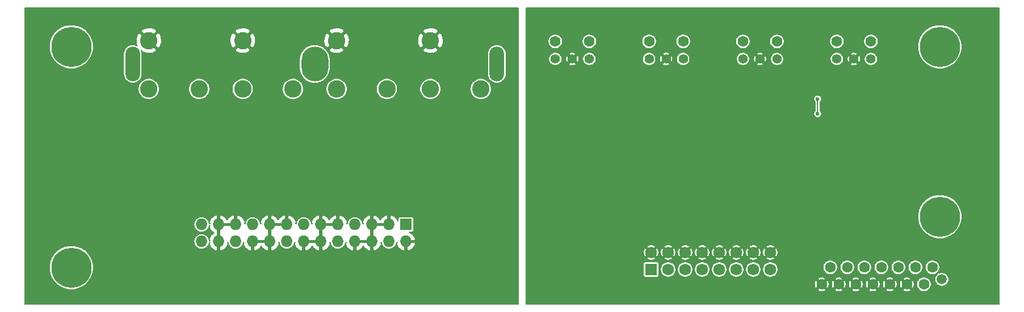
<source format=gbr>
G04 #@! TF.GenerationSoftware,KiCad,Pcbnew,(5.1.2-1)-1*
G04 #@! TF.CreationDate,2019-07-24T21:32:52+02:00*
G04 #@! TF.ProjectId,AddOnB,4164644f-6e42-42e6-9b69-6361645f7063,rev?*
G04 #@! TF.SameCoordinates,Original*
G04 #@! TF.FileFunction,Copper,L1,Top*
G04 #@! TF.FilePolarity,Positive*
%FSLAX46Y46*%
G04 Gerber Fmt 4.6, Leading zero omitted, Abs format (unit mm)*
G04 Created by KiCad (PCBNEW (5.1.2-1)-1) date 2019-07-24 21:32:52*
%MOMM*%
%LPD*%
G04 APERTURE LIST*
%ADD10C,6.000000*%
%ADD11C,1.727200*%
%ADD12R,1.727200X1.727200*%
%ADD13O,4.000000X5.200000*%
%ADD14O,2.200000X5.200000*%
%ADD15C,2.600000*%
%ADD16C,1.600000*%
%ADD17C,1.400000*%
%ADD18O,1.727200X1.727200*%
%ADD19C,1.500000*%
%ADD20C,0.600000*%
%ADD21C,0.200000*%
G04 APERTURE END LIST*
D10*
X208280000Y83820000D03*
X208280000Y50800000D03*
X337820000Y58420000D03*
D11*
X312540000Y53065000D03*
X312540000Y50525000D03*
X310000000Y53065000D03*
X310000000Y50525000D03*
X307460000Y53065000D03*
X307460000Y50525000D03*
X304920000Y53065000D03*
X304920000Y50525000D03*
X302380000Y53065000D03*
X302380000Y50525000D03*
X299840000Y53065000D03*
X299840000Y50525000D03*
X297300000Y53065000D03*
X297300000Y50525000D03*
X294760000Y53065000D03*
D12*
X294760000Y50525000D03*
D13*
X244590000Y81250000D03*
D14*
X217440000Y81250000D03*
X271740000Y81250000D03*
D15*
X227340000Y77500000D03*
X219840000Y77500000D03*
X219840000Y84750000D03*
X233840000Y77500000D03*
X233840000Y84750000D03*
X241340000Y77500000D03*
X247840000Y84750000D03*
X247840000Y77500000D03*
X255340000Y77500000D03*
X261840000Y84750000D03*
X261840000Y77500000D03*
X269340000Y77500000D03*
D16*
X280460000Y84630000D03*
X285540000Y84630000D03*
D17*
X280460000Y82000000D03*
X283000000Y82000000D03*
X285540000Y82000000D03*
X299540000Y82000000D03*
X297000000Y82000000D03*
X294460000Y82000000D03*
D16*
X299540000Y84630000D03*
X294460000Y84630000D03*
X308460000Y84630000D03*
X313540000Y84630000D03*
D17*
X308460000Y82000000D03*
X311000000Y82000000D03*
X313540000Y82000000D03*
X327540000Y82000000D03*
X325000000Y82000000D03*
X322460000Y82000000D03*
D16*
X327540000Y84630000D03*
X322460000Y84630000D03*
D18*
X227710000Y54710000D03*
X227710000Y57250000D03*
X230250000Y54710000D03*
X230250000Y57250000D03*
X232790000Y54710000D03*
X232790000Y57250000D03*
X235330000Y54710000D03*
X235330000Y57250000D03*
X237870000Y54710000D03*
X237870000Y57250000D03*
X240410000Y54710000D03*
X240410000Y57250000D03*
X242950000Y54710000D03*
X242950000Y57250000D03*
X245490000Y54710000D03*
X245490000Y57250000D03*
X248030000Y54710000D03*
X248030000Y57250000D03*
X250570000Y54710000D03*
X250570000Y57250000D03*
X253110000Y54710000D03*
X253110000Y57250000D03*
X255650000Y54710000D03*
X255650000Y57250000D03*
X258190000Y54710000D03*
D12*
X258190000Y57250000D03*
D16*
X336715000Y50835000D03*
X335445000Y48295000D03*
X334175000Y50835000D03*
X332905000Y48295000D03*
X331635000Y50835000D03*
X330365000Y48295000D03*
X329095000Y50835000D03*
X327825000Y48295000D03*
X326555000Y50835000D03*
X325285000Y48295000D03*
X324015000Y50835000D03*
X322745000Y48295000D03*
X321475000Y50835000D03*
X320205000Y48295000D03*
D19*
X338115000Y49035000D03*
D10*
X337820000Y83820000D03*
D20*
X318200000Y82000000D03*
X332200000Y82000000D03*
X304200000Y82000000D03*
X290200000Y82000000D03*
X320555000Y69900000D03*
X321825000Y69900000D03*
X326600000Y78600000D03*
X318600000Y77700000D03*
X310400000Y71100000D03*
X277360000Y53765000D03*
X277360000Y51765000D03*
X291360000Y53165000D03*
X290360000Y55065000D03*
X215790000Y76000000D03*
X217790000Y76000000D03*
X223290000Y76000000D03*
X225290000Y76000000D03*
X229790000Y76000000D03*
X231790000Y76000000D03*
X239290000Y76000000D03*
X237290000Y76000000D03*
X245790000Y76000000D03*
X243790000Y76000000D03*
X251290000Y76000000D03*
X253290000Y76000000D03*
X257790000Y76000000D03*
X259790000Y76000000D03*
X265290000Y76000000D03*
X267290000Y76000000D03*
X319600000Y73800008D03*
X319600000Y76000000D03*
D21*
X319600000Y73800008D02*
X319600000Y76000000D01*
G36*
X274900000Y45375000D02*
G01*
X201375000Y45375000D01*
X201375000Y51125022D01*
X204980000Y51125022D01*
X204980000Y50474978D01*
X205106817Y49837426D01*
X205355578Y49236864D01*
X205716723Y48696373D01*
X206176373Y48236723D01*
X206716864Y47875578D01*
X207317426Y47626817D01*
X207954978Y47500000D01*
X208605022Y47500000D01*
X209242574Y47626817D01*
X209843136Y47875578D01*
X210383627Y48236723D01*
X210843277Y48696373D01*
X211204422Y49236864D01*
X211453183Y49837426D01*
X211580000Y50474978D01*
X211580000Y51125022D01*
X211453183Y51762574D01*
X211204422Y52363136D01*
X210843277Y52903627D01*
X210383627Y53363277D01*
X209843136Y53724422D01*
X209242574Y53973183D01*
X208605022Y54100000D01*
X207954978Y54100000D01*
X207317426Y53973183D01*
X206716864Y53724422D01*
X206176373Y53363277D01*
X205716723Y52903627D01*
X205355578Y52363136D01*
X205106817Y51762574D01*
X204980000Y51125022D01*
X201375000Y51125022D01*
X201375000Y57250000D01*
X226540770Y57250000D01*
X226563236Y57021895D01*
X226629772Y56802555D01*
X226737821Y56600411D01*
X226883230Y56423230D01*
X227060411Y56277821D01*
X227262555Y56169772D01*
X227481895Y56103236D01*
X227652837Y56086400D01*
X227767163Y56086400D01*
X227938105Y56103236D01*
X228157445Y56169772D01*
X228359589Y56277821D01*
X228536770Y56423230D01*
X228682179Y56600411D01*
X228790228Y56802555D01*
X228856764Y57021895D01*
X228864062Y57095998D01*
X228939416Y57095998D01*
X228828589Y56868951D01*
X228856435Y56777135D01*
X228975463Y56514350D01*
X229143471Y56279835D01*
X229354003Y56082603D01*
X229518958Y55980000D01*
X229354003Y55877397D01*
X229143471Y55680165D01*
X228975463Y55445650D01*
X228856435Y55182865D01*
X228828589Y55091049D01*
X228939416Y54864002D01*
X228864062Y54864002D01*
X228856764Y54938105D01*
X228790228Y55157445D01*
X228682179Y55359589D01*
X228536770Y55536770D01*
X228359589Y55682179D01*
X228157445Y55790228D01*
X227938105Y55856764D01*
X227767163Y55873600D01*
X227652837Y55873600D01*
X227481895Y55856764D01*
X227262555Y55790228D01*
X227060411Y55682179D01*
X226883230Y55536770D01*
X226737821Y55359589D01*
X226629772Y55157445D01*
X226563236Y54938105D01*
X226540770Y54710000D01*
X226563236Y54481895D01*
X226629772Y54262555D01*
X226737821Y54060411D01*
X226883230Y53883230D01*
X227060411Y53737821D01*
X227262555Y53629772D01*
X227481895Y53563236D01*
X227652837Y53546400D01*
X227767163Y53546400D01*
X227938105Y53563236D01*
X228157445Y53629772D01*
X228359589Y53737821D01*
X228536770Y53883230D01*
X228682179Y54060411D01*
X228790228Y54262555D01*
X228856764Y54481895D01*
X228864062Y54555998D01*
X228939416Y54555998D01*
X228828589Y54328951D01*
X228856435Y54237135D01*
X228975463Y53974350D01*
X229143471Y53739835D01*
X229354003Y53542603D01*
X229598967Y53390234D01*
X229868950Y53288583D01*
X230096000Y53398474D01*
X230096000Y54556000D01*
X230076000Y54556000D01*
X230076000Y54864000D01*
X230096000Y54864000D01*
X230096000Y57096000D01*
X230404000Y57096000D01*
X230404000Y54864000D01*
X230424000Y54864000D01*
X230424000Y54556000D01*
X230404000Y54556000D01*
X230404000Y53398474D01*
X230631050Y53288583D01*
X230901033Y53390234D01*
X231145997Y53542603D01*
X231356529Y53739835D01*
X231524537Y53974350D01*
X231643565Y54237135D01*
X231671411Y54328951D01*
X231560584Y54555998D01*
X231635938Y54555998D01*
X231643236Y54481895D01*
X231709772Y54262555D01*
X231817821Y54060411D01*
X231963230Y53883230D01*
X232140411Y53737821D01*
X232342555Y53629772D01*
X232561895Y53563236D01*
X232732837Y53546400D01*
X232847163Y53546400D01*
X233018105Y53563236D01*
X233237445Y53629772D01*
X233439589Y53737821D01*
X233616770Y53883230D01*
X233762179Y54060411D01*
X233870228Y54262555D01*
X233936764Y54481895D01*
X233944062Y54555998D01*
X234019416Y54555998D01*
X233908589Y54328951D01*
X233936435Y54237135D01*
X234055463Y53974350D01*
X234223471Y53739835D01*
X234434003Y53542603D01*
X234678967Y53390234D01*
X234948950Y53288583D01*
X235176000Y53398474D01*
X235176000Y54556000D01*
X235484000Y54556000D01*
X235484000Y53398474D01*
X235711050Y53288583D01*
X235981033Y53390234D01*
X236225997Y53542603D01*
X236436529Y53739835D01*
X236600000Y53968017D01*
X236763471Y53739835D01*
X236974003Y53542603D01*
X237218967Y53390234D01*
X237488950Y53288583D01*
X237716000Y53398474D01*
X237716000Y54556000D01*
X235484000Y54556000D01*
X235176000Y54556000D01*
X235156000Y54556000D01*
X235156000Y54864000D01*
X235176000Y54864000D01*
X235176000Y54884000D01*
X235484000Y54884000D01*
X235484000Y54864000D01*
X237716000Y54864000D01*
X237716000Y57096000D01*
X238024000Y57096000D01*
X238024000Y54864000D01*
X238044000Y54864000D01*
X238044000Y54556000D01*
X238024000Y54556000D01*
X238024000Y53398474D01*
X238251050Y53288583D01*
X238521033Y53390234D01*
X238765997Y53542603D01*
X238976529Y53739835D01*
X239144537Y53974350D01*
X239263565Y54237135D01*
X239291411Y54328951D01*
X239180584Y54555998D01*
X239255938Y54555998D01*
X239263236Y54481895D01*
X239329772Y54262555D01*
X239437821Y54060411D01*
X239583230Y53883230D01*
X239760411Y53737821D01*
X239962555Y53629772D01*
X240181895Y53563236D01*
X240352837Y53546400D01*
X240467163Y53546400D01*
X240638105Y53563236D01*
X240857445Y53629772D01*
X241059589Y53737821D01*
X241236770Y53883230D01*
X241382179Y54060411D01*
X241490228Y54262555D01*
X241556764Y54481895D01*
X241564062Y54555998D01*
X241639416Y54555998D01*
X241528589Y54328951D01*
X241556435Y54237135D01*
X241675463Y53974350D01*
X241843471Y53739835D01*
X242054003Y53542603D01*
X242298967Y53390234D01*
X242568950Y53288583D01*
X242796000Y53398474D01*
X242796000Y54556000D01*
X243104000Y54556000D01*
X243104000Y53398474D01*
X243331050Y53288583D01*
X243601033Y53390234D01*
X243845997Y53542603D01*
X244056529Y53739835D01*
X244220000Y53968017D01*
X244383471Y53739835D01*
X244594003Y53542603D01*
X244838967Y53390234D01*
X245108950Y53288583D01*
X245336000Y53398474D01*
X245336000Y54556000D01*
X243104000Y54556000D01*
X242796000Y54556000D01*
X242776000Y54556000D01*
X242776000Y54864000D01*
X242796000Y54864000D01*
X242796000Y54884000D01*
X243104000Y54884000D01*
X243104000Y54864000D01*
X245336000Y54864000D01*
X245336000Y57096000D01*
X245644000Y57096000D01*
X245644000Y54864000D01*
X245664000Y54864000D01*
X245664000Y54556000D01*
X245644000Y54556000D01*
X245644000Y53398474D01*
X245871050Y53288583D01*
X246141033Y53390234D01*
X246385997Y53542603D01*
X246596529Y53739835D01*
X246764537Y53974350D01*
X246883565Y54237135D01*
X246911411Y54328951D01*
X246800584Y54555998D01*
X246875938Y54555998D01*
X246883236Y54481895D01*
X246949772Y54262555D01*
X247057821Y54060411D01*
X247203230Y53883230D01*
X247380411Y53737821D01*
X247582555Y53629772D01*
X247801895Y53563236D01*
X247972837Y53546400D01*
X248087163Y53546400D01*
X248258105Y53563236D01*
X248477445Y53629772D01*
X248679589Y53737821D01*
X248856770Y53883230D01*
X249002179Y54060411D01*
X249110228Y54262555D01*
X249176764Y54481895D01*
X249184062Y54555998D01*
X249259416Y54555998D01*
X249148589Y54328951D01*
X249176435Y54237135D01*
X249295463Y53974350D01*
X249463471Y53739835D01*
X249674003Y53542603D01*
X249918967Y53390234D01*
X250188950Y53288583D01*
X250416000Y53398474D01*
X250416000Y54556000D01*
X250724000Y54556000D01*
X250724000Y53398474D01*
X250951050Y53288583D01*
X251221033Y53390234D01*
X251465997Y53542603D01*
X251676529Y53739835D01*
X251840000Y53968017D01*
X252003471Y53739835D01*
X252214003Y53542603D01*
X252458967Y53390234D01*
X252728950Y53288583D01*
X252956000Y53398474D01*
X252956000Y54556000D01*
X250724000Y54556000D01*
X250416000Y54556000D01*
X250396000Y54556000D01*
X250396000Y54864000D01*
X250416000Y54864000D01*
X250416000Y54884000D01*
X250724000Y54884000D01*
X250724000Y54864000D01*
X252956000Y54864000D01*
X252956000Y57096000D01*
X253264000Y57096000D01*
X253264000Y54864000D01*
X253284000Y54864000D01*
X253284000Y54556000D01*
X253264000Y54556000D01*
X253264000Y53398474D01*
X253491050Y53288583D01*
X253761033Y53390234D01*
X254005997Y53542603D01*
X254216529Y53739835D01*
X254384537Y53974350D01*
X254503565Y54237135D01*
X254531411Y54328951D01*
X254420584Y54555998D01*
X254495938Y54555998D01*
X254503236Y54481895D01*
X254569772Y54262555D01*
X254677821Y54060411D01*
X254823230Y53883230D01*
X255000411Y53737821D01*
X255202555Y53629772D01*
X255421895Y53563236D01*
X255592837Y53546400D01*
X255707163Y53546400D01*
X255878105Y53563236D01*
X256097445Y53629772D01*
X256299589Y53737821D01*
X256476770Y53883230D01*
X256622179Y54060411D01*
X256730228Y54262555D01*
X256796764Y54481895D01*
X256804062Y54555998D01*
X256879416Y54555998D01*
X256768589Y54328951D01*
X256796435Y54237135D01*
X256915463Y53974350D01*
X257083471Y53739835D01*
X257294003Y53542603D01*
X257538967Y53390234D01*
X257808950Y53288583D01*
X258036000Y53398474D01*
X258036000Y54556000D01*
X258344000Y54556000D01*
X258344000Y53398474D01*
X258571050Y53288583D01*
X258841033Y53390234D01*
X259085997Y53542603D01*
X259296529Y53739835D01*
X259464537Y53974350D01*
X259583565Y54237135D01*
X259611411Y54328951D01*
X259500583Y54556000D01*
X258344000Y54556000D01*
X258036000Y54556000D01*
X258016000Y54556000D01*
X258016000Y54864000D01*
X258036000Y54864000D01*
X258036000Y54884000D01*
X258344000Y54884000D01*
X258344000Y54864000D01*
X259500583Y54864000D01*
X259611411Y55091049D01*
X259583565Y55182865D01*
X259464537Y55445650D01*
X259296529Y55680165D01*
X259085997Y55877397D01*
X258841033Y56029766D01*
X258694468Y56084949D01*
X259053600Y56084949D01*
X259112410Y56090741D01*
X259168960Y56107896D01*
X259221077Y56135753D01*
X259266758Y56173242D01*
X259304247Y56218923D01*
X259332104Y56271040D01*
X259349259Y56327590D01*
X259355051Y56386400D01*
X259355051Y58113600D01*
X259349259Y58172410D01*
X259332104Y58228960D01*
X259304247Y58281077D01*
X259266758Y58326758D01*
X259221077Y58364247D01*
X259168960Y58392104D01*
X259112410Y58409259D01*
X259053600Y58415051D01*
X257326400Y58415051D01*
X257267590Y58409259D01*
X257211040Y58392104D01*
X257158923Y58364247D01*
X257113242Y58326758D01*
X257075753Y58281077D01*
X257047896Y58228960D01*
X257030741Y58172410D01*
X257024949Y58113600D01*
X257024949Y57763965D01*
X256924537Y57985650D01*
X256756529Y58220165D01*
X256545997Y58417397D01*
X256301033Y58569766D01*
X256031050Y58671417D01*
X255804000Y58561526D01*
X255804000Y57404000D01*
X255824000Y57404000D01*
X255824000Y57096000D01*
X255804000Y57096000D01*
X255804000Y57076000D01*
X255496000Y57076000D01*
X255496000Y57096000D01*
X253264000Y57096000D01*
X252956000Y57096000D01*
X252936000Y57096000D01*
X252936000Y57404000D01*
X252956000Y57404000D01*
X252956000Y58561526D01*
X253264000Y58561526D01*
X253264000Y57404000D01*
X255496000Y57404000D01*
X255496000Y58561526D01*
X255268950Y58671417D01*
X254998967Y58569766D01*
X254754003Y58417397D01*
X254543471Y58220165D01*
X254380000Y57991983D01*
X254216529Y58220165D01*
X254005997Y58417397D01*
X253761033Y58569766D01*
X253491050Y58671417D01*
X253264000Y58561526D01*
X252956000Y58561526D01*
X252728950Y58671417D01*
X252458967Y58569766D01*
X252214003Y58417397D01*
X252003471Y58220165D01*
X251835463Y57985650D01*
X251716435Y57722865D01*
X251688589Y57631049D01*
X251799416Y57404002D01*
X251724062Y57404002D01*
X251716764Y57478105D01*
X251650228Y57697445D01*
X251542179Y57899589D01*
X251396770Y58076770D01*
X251219589Y58222179D01*
X251017445Y58330228D01*
X250798105Y58396764D01*
X250627163Y58413600D01*
X250512837Y58413600D01*
X250341895Y58396764D01*
X250122555Y58330228D01*
X249920411Y58222179D01*
X249743230Y58076770D01*
X249597821Y57899589D01*
X249489772Y57697445D01*
X249423236Y57478105D01*
X249415938Y57404002D01*
X249340584Y57404002D01*
X249451411Y57631049D01*
X249423565Y57722865D01*
X249304537Y57985650D01*
X249136529Y58220165D01*
X248925997Y58417397D01*
X248681033Y58569766D01*
X248411050Y58671417D01*
X248184000Y58561526D01*
X248184000Y57404000D01*
X248204000Y57404000D01*
X248204000Y57096000D01*
X248184000Y57096000D01*
X248184000Y57076000D01*
X247876000Y57076000D01*
X247876000Y57096000D01*
X245644000Y57096000D01*
X245336000Y57096000D01*
X245316000Y57096000D01*
X245316000Y57404000D01*
X245336000Y57404000D01*
X245336000Y58561526D01*
X245644000Y58561526D01*
X245644000Y57404000D01*
X247876000Y57404000D01*
X247876000Y58561526D01*
X247648950Y58671417D01*
X247378967Y58569766D01*
X247134003Y58417397D01*
X246923471Y58220165D01*
X246760000Y57991983D01*
X246596529Y58220165D01*
X246385997Y58417397D01*
X246141033Y58569766D01*
X245871050Y58671417D01*
X245644000Y58561526D01*
X245336000Y58561526D01*
X245108950Y58671417D01*
X244838967Y58569766D01*
X244594003Y58417397D01*
X244383471Y58220165D01*
X244215463Y57985650D01*
X244096435Y57722865D01*
X244068589Y57631049D01*
X244179416Y57404002D01*
X244104062Y57404002D01*
X244096764Y57478105D01*
X244030228Y57697445D01*
X243922179Y57899589D01*
X243776770Y58076770D01*
X243599589Y58222179D01*
X243397445Y58330228D01*
X243178105Y58396764D01*
X243007163Y58413600D01*
X242892837Y58413600D01*
X242721895Y58396764D01*
X242502555Y58330228D01*
X242300411Y58222179D01*
X242123230Y58076770D01*
X241977821Y57899589D01*
X241869772Y57697445D01*
X241803236Y57478105D01*
X241795938Y57404002D01*
X241720584Y57404002D01*
X241831411Y57631049D01*
X241803565Y57722865D01*
X241684537Y57985650D01*
X241516529Y58220165D01*
X241305997Y58417397D01*
X241061033Y58569766D01*
X240791050Y58671417D01*
X240564000Y58561526D01*
X240564000Y57404000D01*
X240584000Y57404000D01*
X240584000Y57096000D01*
X240564000Y57096000D01*
X240564000Y57076000D01*
X240256000Y57076000D01*
X240256000Y57096000D01*
X238024000Y57096000D01*
X237716000Y57096000D01*
X237696000Y57096000D01*
X237696000Y57404000D01*
X237716000Y57404000D01*
X237716000Y58561526D01*
X238024000Y58561526D01*
X238024000Y57404000D01*
X240256000Y57404000D01*
X240256000Y58561526D01*
X240028950Y58671417D01*
X239758967Y58569766D01*
X239514003Y58417397D01*
X239303471Y58220165D01*
X239140000Y57991983D01*
X238976529Y58220165D01*
X238765997Y58417397D01*
X238521033Y58569766D01*
X238251050Y58671417D01*
X238024000Y58561526D01*
X237716000Y58561526D01*
X237488950Y58671417D01*
X237218967Y58569766D01*
X236974003Y58417397D01*
X236763471Y58220165D01*
X236595463Y57985650D01*
X236476435Y57722865D01*
X236448589Y57631049D01*
X236559416Y57404002D01*
X236484062Y57404002D01*
X236476764Y57478105D01*
X236410228Y57697445D01*
X236302179Y57899589D01*
X236156770Y58076770D01*
X235979589Y58222179D01*
X235777445Y58330228D01*
X235558105Y58396764D01*
X235387163Y58413600D01*
X235272837Y58413600D01*
X235101895Y58396764D01*
X234882555Y58330228D01*
X234680411Y58222179D01*
X234503230Y58076770D01*
X234357821Y57899589D01*
X234249772Y57697445D01*
X234183236Y57478105D01*
X234175938Y57404002D01*
X234100584Y57404002D01*
X234211411Y57631049D01*
X234183565Y57722865D01*
X234064537Y57985650D01*
X233896529Y58220165D01*
X233685997Y58417397D01*
X233441033Y58569766D01*
X233171050Y58671417D01*
X232944000Y58561526D01*
X232944000Y57404000D01*
X232964000Y57404000D01*
X232964000Y57096000D01*
X232944000Y57096000D01*
X232944000Y57076000D01*
X232636000Y57076000D01*
X232636000Y57096000D01*
X230404000Y57096000D01*
X230096000Y57096000D01*
X230076000Y57096000D01*
X230076000Y57404000D01*
X230096000Y57404000D01*
X230096000Y58561526D01*
X230404000Y58561526D01*
X230404000Y57404000D01*
X232636000Y57404000D01*
X232636000Y58561526D01*
X232408950Y58671417D01*
X232138967Y58569766D01*
X231894003Y58417397D01*
X231683471Y58220165D01*
X231520000Y57991983D01*
X231356529Y58220165D01*
X231145997Y58417397D01*
X230901033Y58569766D01*
X230631050Y58671417D01*
X230404000Y58561526D01*
X230096000Y58561526D01*
X229868950Y58671417D01*
X229598967Y58569766D01*
X229354003Y58417397D01*
X229143471Y58220165D01*
X228975463Y57985650D01*
X228856435Y57722865D01*
X228828589Y57631049D01*
X228939416Y57404002D01*
X228864062Y57404002D01*
X228856764Y57478105D01*
X228790228Y57697445D01*
X228682179Y57899589D01*
X228536770Y58076770D01*
X228359589Y58222179D01*
X228157445Y58330228D01*
X227938105Y58396764D01*
X227767163Y58413600D01*
X227652837Y58413600D01*
X227481895Y58396764D01*
X227262555Y58330228D01*
X227060411Y58222179D01*
X226883230Y58076770D01*
X226737821Y57899589D01*
X226629772Y57697445D01*
X226563236Y57478105D01*
X226540770Y57250000D01*
X201375000Y57250000D01*
X201375000Y77657586D01*
X218240000Y77657586D01*
X218240000Y77342414D01*
X218301487Y77033297D01*
X218422098Y76742116D01*
X218597199Y76480059D01*
X218820059Y76257199D01*
X219082116Y76082098D01*
X219373297Y75961487D01*
X219682414Y75900000D01*
X219997586Y75900000D01*
X220306703Y75961487D01*
X220597884Y76082098D01*
X220859941Y76257199D01*
X221082801Y76480059D01*
X221257902Y76742116D01*
X221378513Y77033297D01*
X221440000Y77342414D01*
X221440000Y77657586D01*
X225740000Y77657586D01*
X225740000Y77342414D01*
X225801487Y77033297D01*
X225922098Y76742116D01*
X226097199Y76480059D01*
X226320059Y76257199D01*
X226582116Y76082098D01*
X226873297Y75961487D01*
X227182414Y75900000D01*
X227497586Y75900000D01*
X227806703Y75961487D01*
X228097884Y76082098D01*
X228359941Y76257199D01*
X228582801Y76480059D01*
X228757902Y76742116D01*
X228878513Y77033297D01*
X228940000Y77342414D01*
X228940000Y77657586D01*
X232240000Y77657586D01*
X232240000Y77342414D01*
X232301487Y77033297D01*
X232422098Y76742116D01*
X232597199Y76480059D01*
X232820059Y76257199D01*
X233082116Y76082098D01*
X233373297Y75961487D01*
X233682414Y75900000D01*
X233997586Y75900000D01*
X234306703Y75961487D01*
X234597884Y76082098D01*
X234859941Y76257199D01*
X235082801Y76480059D01*
X235257902Y76742116D01*
X235378513Y77033297D01*
X235440000Y77342414D01*
X235440000Y77657586D01*
X239740000Y77657586D01*
X239740000Y77342414D01*
X239801487Y77033297D01*
X239922098Y76742116D01*
X240097199Y76480059D01*
X240320059Y76257199D01*
X240582116Y76082098D01*
X240873297Y75961487D01*
X241182414Y75900000D01*
X241497586Y75900000D01*
X241806703Y75961487D01*
X242097884Y76082098D01*
X242359941Y76257199D01*
X242582801Y76480059D01*
X242757902Y76742116D01*
X242878513Y77033297D01*
X242940000Y77342414D01*
X242940000Y77657586D01*
X246240000Y77657586D01*
X246240000Y77342414D01*
X246301487Y77033297D01*
X246422098Y76742116D01*
X246597199Y76480059D01*
X246820059Y76257199D01*
X247082116Y76082098D01*
X247373297Y75961487D01*
X247682414Y75900000D01*
X247997586Y75900000D01*
X248306703Y75961487D01*
X248597884Y76082098D01*
X248859941Y76257199D01*
X249082801Y76480059D01*
X249257902Y76742116D01*
X249378513Y77033297D01*
X249440000Y77342414D01*
X249440000Y77657586D01*
X253740000Y77657586D01*
X253740000Y77342414D01*
X253801487Y77033297D01*
X253922098Y76742116D01*
X254097199Y76480059D01*
X254320059Y76257199D01*
X254582116Y76082098D01*
X254873297Y75961487D01*
X255182414Y75900000D01*
X255497586Y75900000D01*
X255806703Y75961487D01*
X256097884Y76082098D01*
X256359941Y76257199D01*
X256582801Y76480059D01*
X256757902Y76742116D01*
X256878513Y77033297D01*
X256940000Y77342414D01*
X256940000Y77657586D01*
X260240000Y77657586D01*
X260240000Y77342414D01*
X260301487Y77033297D01*
X260422098Y76742116D01*
X260597199Y76480059D01*
X260820059Y76257199D01*
X261082116Y76082098D01*
X261373297Y75961487D01*
X261682414Y75900000D01*
X261997586Y75900000D01*
X262306703Y75961487D01*
X262597884Y76082098D01*
X262859941Y76257199D01*
X263082801Y76480059D01*
X263257902Y76742116D01*
X263378513Y77033297D01*
X263440000Y77342414D01*
X263440000Y77657586D01*
X267740000Y77657586D01*
X267740000Y77342414D01*
X267801487Y77033297D01*
X267922098Y76742116D01*
X268097199Y76480059D01*
X268320059Y76257199D01*
X268582116Y76082098D01*
X268873297Y75961487D01*
X269182414Y75900000D01*
X269497586Y75900000D01*
X269806703Y75961487D01*
X270097884Y76082098D01*
X270359941Y76257199D01*
X270582801Y76480059D01*
X270757902Y76742116D01*
X270878513Y77033297D01*
X270940000Y77342414D01*
X270940000Y77657586D01*
X270878513Y77966703D01*
X270757902Y78257884D01*
X270582801Y78519941D01*
X270359941Y78742801D01*
X270097884Y78917902D01*
X269806703Y79038513D01*
X269497586Y79100000D01*
X269182414Y79100000D01*
X268873297Y79038513D01*
X268582116Y78917902D01*
X268320059Y78742801D01*
X268097199Y78519941D01*
X267922098Y78257884D01*
X267801487Y77966703D01*
X267740000Y77657586D01*
X263440000Y77657586D01*
X263378513Y77966703D01*
X263257902Y78257884D01*
X263082801Y78519941D01*
X262859941Y78742801D01*
X262597884Y78917902D01*
X262306703Y79038513D01*
X261997586Y79100000D01*
X261682414Y79100000D01*
X261373297Y79038513D01*
X261082116Y78917902D01*
X260820059Y78742801D01*
X260597199Y78519941D01*
X260422098Y78257884D01*
X260301487Y77966703D01*
X260240000Y77657586D01*
X256940000Y77657586D01*
X256878513Y77966703D01*
X256757902Y78257884D01*
X256582801Y78519941D01*
X256359941Y78742801D01*
X256097884Y78917902D01*
X255806703Y79038513D01*
X255497586Y79100000D01*
X255182414Y79100000D01*
X254873297Y79038513D01*
X254582116Y78917902D01*
X254320059Y78742801D01*
X254097199Y78519941D01*
X253922098Y78257884D01*
X253801487Y77966703D01*
X253740000Y77657586D01*
X249440000Y77657586D01*
X249378513Y77966703D01*
X249257902Y78257884D01*
X249082801Y78519941D01*
X248859941Y78742801D01*
X248597884Y78917902D01*
X248306703Y79038513D01*
X247997586Y79100000D01*
X247682414Y79100000D01*
X247373297Y79038513D01*
X247082116Y78917902D01*
X246820059Y78742801D01*
X246597199Y78519941D01*
X246422098Y78257884D01*
X246301487Y77966703D01*
X246240000Y77657586D01*
X242940000Y77657586D01*
X242878513Y77966703D01*
X242757902Y78257884D01*
X242582801Y78519941D01*
X242359941Y78742801D01*
X242097884Y78917902D01*
X241806703Y79038513D01*
X241497586Y79100000D01*
X241182414Y79100000D01*
X240873297Y79038513D01*
X240582116Y78917902D01*
X240320059Y78742801D01*
X240097199Y78519941D01*
X239922098Y78257884D01*
X239801487Y77966703D01*
X239740000Y77657586D01*
X235440000Y77657586D01*
X235378513Y77966703D01*
X235257902Y78257884D01*
X235082801Y78519941D01*
X234859941Y78742801D01*
X234597884Y78917902D01*
X234306703Y79038513D01*
X233997586Y79100000D01*
X233682414Y79100000D01*
X233373297Y79038513D01*
X233082116Y78917902D01*
X232820059Y78742801D01*
X232597199Y78519941D01*
X232422098Y78257884D01*
X232301487Y77966703D01*
X232240000Y77657586D01*
X228940000Y77657586D01*
X228878513Y77966703D01*
X228757902Y78257884D01*
X228582801Y78519941D01*
X228359941Y78742801D01*
X228097884Y78917902D01*
X227806703Y79038513D01*
X227497586Y79100000D01*
X227182414Y79100000D01*
X226873297Y79038513D01*
X226582116Y78917902D01*
X226320059Y78742801D01*
X226097199Y78519941D01*
X225922098Y78257884D01*
X225801487Y77966703D01*
X225740000Y77657586D01*
X221440000Y77657586D01*
X221378513Y77966703D01*
X221257902Y78257884D01*
X221082801Y78519941D01*
X220859941Y78742801D01*
X220597884Y78917902D01*
X220306703Y79038513D01*
X219997586Y79100000D01*
X219682414Y79100000D01*
X219373297Y79038513D01*
X219082116Y78917902D01*
X218820059Y78742801D01*
X218597199Y78519941D01*
X218422098Y78257884D01*
X218301487Y77966703D01*
X218240000Y77657586D01*
X201375000Y77657586D01*
X201375000Y79681224D01*
X216040000Y79681224D01*
X216060257Y79475553D01*
X216140310Y79211652D01*
X216270310Y78968439D01*
X216445261Y78755262D01*
X216658438Y78580310D01*
X216901651Y78450310D01*
X217165552Y78370257D01*
X217440000Y78343226D01*
X217714447Y78370257D01*
X217978348Y78450310D01*
X218221561Y78580310D01*
X218434738Y78755261D01*
X218609690Y78968438D01*
X218739690Y79211651D01*
X218819743Y79475552D01*
X218840000Y79681223D01*
X218840000Y81962984D01*
X242290000Y81962984D01*
X242290000Y80537017D01*
X242323280Y80199122D01*
X242454796Y79765571D01*
X242668367Y79366007D01*
X242955786Y79015786D01*
X243306006Y78728367D01*
X243705570Y78514796D01*
X244139121Y78383280D01*
X244590000Y78338872D01*
X245040878Y78383280D01*
X245474429Y78514796D01*
X245873993Y78728367D01*
X246224214Y79015786D01*
X246511633Y79366006D01*
X246680120Y79681224D01*
X270340000Y79681224D01*
X270360257Y79475553D01*
X270440310Y79211652D01*
X270570310Y78968439D01*
X270745261Y78755262D01*
X270958438Y78580310D01*
X271201651Y78450310D01*
X271465552Y78370257D01*
X271740000Y78343226D01*
X272014447Y78370257D01*
X272278348Y78450310D01*
X272521561Y78580310D01*
X272734738Y78755261D01*
X272909690Y78968438D01*
X273039690Y79211651D01*
X273119743Y79475552D01*
X273140000Y79681223D01*
X273140000Y82818777D01*
X273119743Y83024448D01*
X273039690Y83288349D01*
X272909690Y83531562D01*
X272734739Y83744739D01*
X272521562Y83919690D01*
X272278349Y84049690D01*
X272014448Y84129743D01*
X271740000Y84156774D01*
X271465553Y84129743D01*
X271201652Y84049690D01*
X270958439Y83919690D01*
X270745262Y83744739D01*
X270570311Y83531562D01*
X270440311Y83288349D01*
X270360258Y83024448D01*
X270340001Y82818777D01*
X270340000Y79681224D01*
X246680120Y79681224D01*
X246725204Y79765570D01*
X246856720Y80199121D01*
X246890000Y80537016D01*
X246890000Y81962983D01*
X246856720Y82300878D01*
X246725204Y82734429D01*
X246511633Y83133994D01*
X246295250Y83397657D01*
X246705446Y83397657D01*
X246841309Y83113420D01*
X247179780Y82950031D01*
X247543623Y82855814D01*
X247918854Y82834390D01*
X248291056Y82886582D01*
X248645924Y83010383D01*
X248838691Y83113420D01*
X248974554Y83397657D01*
X260705446Y83397657D01*
X260841309Y83113420D01*
X261179780Y82950031D01*
X261543623Y82855814D01*
X261918854Y82834390D01*
X262291056Y82886582D01*
X262645924Y83010383D01*
X262838691Y83113420D01*
X262974554Y83397657D01*
X261840000Y84532211D01*
X260705446Y83397657D01*
X248974554Y83397657D01*
X247840000Y84532211D01*
X246705446Y83397657D01*
X246295250Y83397657D01*
X246224214Y83484214D01*
X245873994Y83771633D01*
X245474430Y83985204D01*
X245040879Y84116720D01*
X244590000Y84161128D01*
X244139122Y84116720D01*
X243705571Y83985204D01*
X243306007Y83771633D01*
X242955787Y83484214D01*
X242668368Y83133994D01*
X242454796Y82734430D01*
X242323280Y82300879D01*
X242290000Y81962984D01*
X218840000Y81962984D01*
X218840000Y82818777D01*
X218819743Y83024448D01*
X218739690Y83288349D01*
X218689688Y83381897D01*
X218705447Y83397656D01*
X218841309Y83113420D01*
X219179780Y82950031D01*
X219543623Y82855814D01*
X219918854Y82834390D01*
X220291056Y82886582D01*
X220645924Y83010383D01*
X220838691Y83113420D01*
X220974554Y83397657D01*
X232705446Y83397657D01*
X232841309Y83113420D01*
X233179780Y82950031D01*
X233543623Y82855814D01*
X233918854Y82834390D01*
X234291056Y82886582D01*
X234645924Y83010383D01*
X234838691Y83113420D01*
X234974554Y83397657D01*
X233840000Y84532211D01*
X232705446Y83397657D01*
X220974554Y83397657D01*
X219840000Y84532211D01*
X219825858Y84518069D01*
X219608069Y84735858D01*
X219622211Y84750000D01*
X220057789Y84750000D01*
X221192343Y83615446D01*
X221476580Y83751309D01*
X221639969Y84089780D01*
X221734186Y84453623D01*
X221746605Y84671146D01*
X231924390Y84671146D01*
X231976582Y84298944D01*
X232100383Y83944076D01*
X232203420Y83751309D01*
X232487657Y83615446D01*
X233622211Y84750000D01*
X234057789Y84750000D01*
X235192343Y83615446D01*
X235476580Y83751309D01*
X235639969Y84089780D01*
X235734186Y84453623D01*
X235746605Y84671146D01*
X245924390Y84671146D01*
X245976582Y84298944D01*
X246100383Y83944076D01*
X246203420Y83751309D01*
X246487657Y83615446D01*
X247622211Y84750000D01*
X248057789Y84750000D01*
X249192343Y83615446D01*
X249476580Y83751309D01*
X249639969Y84089780D01*
X249734186Y84453623D01*
X249746605Y84671146D01*
X259924390Y84671146D01*
X259976582Y84298944D01*
X260100383Y83944076D01*
X260203420Y83751309D01*
X260487657Y83615446D01*
X261622211Y84750000D01*
X262057789Y84750000D01*
X263192343Y83615446D01*
X263476580Y83751309D01*
X263639969Y84089780D01*
X263734186Y84453623D01*
X263755610Y84828854D01*
X263703418Y85201056D01*
X263579617Y85555924D01*
X263476580Y85748691D01*
X263192343Y85884554D01*
X262057789Y84750000D01*
X261622211Y84750000D01*
X260487657Y85884554D01*
X260203420Y85748691D01*
X260040031Y85410220D01*
X259945814Y85046377D01*
X259924390Y84671146D01*
X249746605Y84671146D01*
X249755610Y84828854D01*
X249703418Y85201056D01*
X249579617Y85555924D01*
X249476580Y85748691D01*
X249192343Y85884554D01*
X248057789Y84750000D01*
X247622211Y84750000D01*
X246487657Y85884554D01*
X246203420Y85748691D01*
X246040031Y85410220D01*
X245945814Y85046377D01*
X245924390Y84671146D01*
X235746605Y84671146D01*
X235755610Y84828854D01*
X235703418Y85201056D01*
X235579617Y85555924D01*
X235476580Y85748691D01*
X235192343Y85884554D01*
X234057789Y84750000D01*
X233622211Y84750000D01*
X232487657Y85884554D01*
X232203420Y85748691D01*
X232040031Y85410220D01*
X231945814Y85046377D01*
X231924390Y84671146D01*
X221746605Y84671146D01*
X221755610Y84828854D01*
X221703418Y85201056D01*
X221579617Y85555924D01*
X221476580Y85748691D01*
X221192343Y85884554D01*
X220057789Y84750000D01*
X219622211Y84750000D01*
X218487657Y85884554D01*
X218203420Y85748691D01*
X218040031Y85410220D01*
X217945814Y85046377D01*
X217924390Y84671146D01*
X217976582Y84298944D01*
X218083064Y83993718D01*
X217978349Y84049690D01*
X217714448Y84129743D01*
X217440000Y84156774D01*
X217165553Y84129743D01*
X216901652Y84049690D01*
X216658439Y83919690D01*
X216445262Y83744739D01*
X216270311Y83531562D01*
X216140311Y83288349D01*
X216060258Y83024448D01*
X216040001Y82818777D01*
X216040000Y79681224D01*
X201375000Y79681224D01*
X201375000Y84145022D01*
X204980000Y84145022D01*
X204980000Y83494978D01*
X205106817Y82857426D01*
X205355578Y82256864D01*
X205716723Y81716373D01*
X206176373Y81256723D01*
X206716864Y80895578D01*
X207317426Y80646817D01*
X207954978Y80520000D01*
X208605022Y80520000D01*
X209242574Y80646817D01*
X209843136Y80895578D01*
X210383627Y81256723D01*
X210843277Y81716373D01*
X211204422Y82256864D01*
X211453183Y82857426D01*
X211580000Y83494978D01*
X211580000Y84145022D01*
X211453183Y84782574D01*
X211204422Y85383136D01*
X210843277Y85923627D01*
X210664561Y86102343D01*
X218705446Y86102343D01*
X219840000Y84967789D01*
X220974554Y86102343D01*
X232705446Y86102343D01*
X233840000Y84967789D01*
X234974554Y86102343D01*
X246705446Y86102343D01*
X247840000Y84967789D01*
X248974554Y86102343D01*
X260705446Y86102343D01*
X261840000Y84967789D01*
X262974554Y86102343D01*
X262838691Y86386580D01*
X262500220Y86549969D01*
X262136377Y86644186D01*
X261761146Y86665610D01*
X261388944Y86613418D01*
X261034076Y86489617D01*
X260841309Y86386580D01*
X260705446Y86102343D01*
X248974554Y86102343D01*
X248838691Y86386580D01*
X248500220Y86549969D01*
X248136377Y86644186D01*
X247761146Y86665610D01*
X247388944Y86613418D01*
X247034076Y86489617D01*
X246841309Y86386580D01*
X246705446Y86102343D01*
X234974554Y86102343D01*
X234838691Y86386580D01*
X234500220Y86549969D01*
X234136377Y86644186D01*
X233761146Y86665610D01*
X233388944Y86613418D01*
X233034076Y86489617D01*
X232841309Y86386580D01*
X232705446Y86102343D01*
X220974554Y86102343D01*
X220838691Y86386580D01*
X220500220Y86549969D01*
X220136377Y86644186D01*
X219761146Y86665610D01*
X219388944Y86613418D01*
X219034076Y86489617D01*
X218841309Y86386580D01*
X218705446Y86102343D01*
X210664561Y86102343D01*
X210383627Y86383277D01*
X209843136Y86744422D01*
X209242574Y86993183D01*
X208605022Y87120000D01*
X207954978Y87120000D01*
X207317426Y86993183D01*
X206716864Y86744422D01*
X206176373Y86383277D01*
X205716723Y85923627D01*
X205355578Y85383136D01*
X205106817Y84782574D01*
X204980000Y84145022D01*
X201375000Y84145022D01*
X201375000Y89625000D01*
X274900000Y89625000D01*
X274900000Y45375000D01*
X274900000Y45375000D01*
G37*
X274900000Y45375000D02*
X201375000Y45375000D01*
X201375000Y51125022D01*
X204980000Y51125022D01*
X204980000Y50474978D01*
X205106817Y49837426D01*
X205355578Y49236864D01*
X205716723Y48696373D01*
X206176373Y48236723D01*
X206716864Y47875578D01*
X207317426Y47626817D01*
X207954978Y47500000D01*
X208605022Y47500000D01*
X209242574Y47626817D01*
X209843136Y47875578D01*
X210383627Y48236723D01*
X210843277Y48696373D01*
X211204422Y49236864D01*
X211453183Y49837426D01*
X211580000Y50474978D01*
X211580000Y51125022D01*
X211453183Y51762574D01*
X211204422Y52363136D01*
X210843277Y52903627D01*
X210383627Y53363277D01*
X209843136Y53724422D01*
X209242574Y53973183D01*
X208605022Y54100000D01*
X207954978Y54100000D01*
X207317426Y53973183D01*
X206716864Y53724422D01*
X206176373Y53363277D01*
X205716723Y52903627D01*
X205355578Y52363136D01*
X205106817Y51762574D01*
X204980000Y51125022D01*
X201375000Y51125022D01*
X201375000Y57250000D01*
X226540770Y57250000D01*
X226563236Y57021895D01*
X226629772Y56802555D01*
X226737821Y56600411D01*
X226883230Y56423230D01*
X227060411Y56277821D01*
X227262555Y56169772D01*
X227481895Y56103236D01*
X227652837Y56086400D01*
X227767163Y56086400D01*
X227938105Y56103236D01*
X228157445Y56169772D01*
X228359589Y56277821D01*
X228536770Y56423230D01*
X228682179Y56600411D01*
X228790228Y56802555D01*
X228856764Y57021895D01*
X228864062Y57095998D01*
X228939416Y57095998D01*
X228828589Y56868951D01*
X228856435Y56777135D01*
X228975463Y56514350D01*
X229143471Y56279835D01*
X229354003Y56082603D01*
X229518958Y55980000D01*
X229354003Y55877397D01*
X229143471Y55680165D01*
X228975463Y55445650D01*
X228856435Y55182865D01*
X228828589Y55091049D01*
X228939416Y54864002D01*
X228864062Y54864002D01*
X228856764Y54938105D01*
X228790228Y55157445D01*
X228682179Y55359589D01*
X228536770Y55536770D01*
X228359589Y55682179D01*
X228157445Y55790228D01*
X227938105Y55856764D01*
X227767163Y55873600D01*
X227652837Y55873600D01*
X227481895Y55856764D01*
X227262555Y55790228D01*
X227060411Y55682179D01*
X226883230Y55536770D01*
X226737821Y55359589D01*
X226629772Y55157445D01*
X226563236Y54938105D01*
X226540770Y54710000D01*
X226563236Y54481895D01*
X226629772Y54262555D01*
X226737821Y54060411D01*
X226883230Y53883230D01*
X227060411Y53737821D01*
X227262555Y53629772D01*
X227481895Y53563236D01*
X227652837Y53546400D01*
X227767163Y53546400D01*
X227938105Y53563236D01*
X228157445Y53629772D01*
X228359589Y53737821D01*
X228536770Y53883230D01*
X228682179Y54060411D01*
X228790228Y54262555D01*
X228856764Y54481895D01*
X228864062Y54555998D01*
X228939416Y54555998D01*
X228828589Y54328951D01*
X228856435Y54237135D01*
X228975463Y53974350D01*
X229143471Y53739835D01*
X229354003Y53542603D01*
X229598967Y53390234D01*
X229868950Y53288583D01*
X230096000Y53398474D01*
X230096000Y54556000D01*
X230076000Y54556000D01*
X230076000Y54864000D01*
X230096000Y54864000D01*
X230096000Y57096000D01*
X230404000Y57096000D01*
X230404000Y54864000D01*
X230424000Y54864000D01*
X230424000Y54556000D01*
X230404000Y54556000D01*
X230404000Y53398474D01*
X230631050Y53288583D01*
X230901033Y53390234D01*
X231145997Y53542603D01*
X231356529Y53739835D01*
X231524537Y53974350D01*
X231643565Y54237135D01*
X231671411Y54328951D01*
X231560584Y54555998D01*
X231635938Y54555998D01*
X231643236Y54481895D01*
X231709772Y54262555D01*
X231817821Y54060411D01*
X231963230Y53883230D01*
X232140411Y53737821D01*
X232342555Y53629772D01*
X232561895Y53563236D01*
X232732837Y53546400D01*
X232847163Y53546400D01*
X233018105Y53563236D01*
X233237445Y53629772D01*
X233439589Y53737821D01*
X233616770Y53883230D01*
X233762179Y54060411D01*
X233870228Y54262555D01*
X233936764Y54481895D01*
X233944062Y54555998D01*
X234019416Y54555998D01*
X233908589Y54328951D01*
X233936435Y54237135D01*
X234055463Y53974350D01*
X234223471Y53739835D01*
X234434003Y53542603D01*
X234678967Y53390234D01*
X234948950Y53288583D01*
X235176000Y53398474D01*
X235176000Y54556000D01*
X235484000Y54556000D01*
X235484000Y53398474D01*
X235711050Y53288583D01*
X235981033Y53390234D01*
X236225997Y53542603D01*
X236436529Y53739835D01*
X236600000Y53968017D01*
X236763471Y53739835D01*
X236974003Y53542603D01*
X237218967Y53390234D01*
X237488950Y53288583D01*
X237716000Y53398474D01*
X237716000Y54556000D01*
X235484000Y54556000D01*
X235176000Y54556000D01*
X235156000Y54556000D01*
X235156000Y54864000D01*
X235176000Y54864000D01*
X235176000Y54884000D01*
X235484000Y54884000D01*
X235484000Y54864000D01*
X237716000Y54864000D01*
X237716000Y57096000D01*
X238024000Y57096000D01*
X238024000Y54864000D01*
X238044000Y54864000D01*
X238044000Y54556000D01*
X238024000Y54556000D01*
X238024000Y53398474D01*
X238251050Y53288583D01*
X238521033Y53390234D01*
X238765997Y53542603D01*
X238976529Y53739835D01*
X239144537Y53974350D01*
X239263565Y54237135D01*
X239291411Y54328951D01*
X239180584Y54555998D01*
X239255938Y54555998D01*
X239263236Y54481895D01*
X239329772Y54262555D01*
X239437821Y54060411D01*
X239583230Y53883230D01*
X239760411Y53737821D01*
X239962555Y53629772D01*
X240181895Y53563236D01*
X240352837Y53546400D01*
X240467163Y53546400D01*
X240638105Y53563236D01*
X240857445Y53629772D01*
X241059589Y53737821D01*
X241236770Y53883230D01*
X241382179Y54060411D01*
X241490228Y54262555D01*
X241556764Y54481895D01*
X241564062Y54555998D01*
X241639416Y54555998D01*
X241528589Y54328951D01*
X241556435Y54237135D01*
X241675463Y53974350D01*
X241843471Y53739835D01*
X242054003Y53542603D01*
X242298967Y53390234D01*
X242568950Y53288583D01*
X242796000Y53398474D01*
X242796000Y54556000D01*
X243104000Y54556000D01*
X243104000Y53398474D01*
X243331050Y53288583D01*
X243601033Y53390234D01*
X243845997Y53542603D01*
X244056529Y53739835D01*
X244220000Y53968017D01*
X244383471Y53739835D01*
X244594003Y53542603D01*
X244838967Y53390234D01*
X245108950Y53288583D01*
X245336000Y53398474D01*
X245336000Y54556000D01*
X243104000Y54556000D01*
X242796000Y54556000D01*
X242776000Y54556000D01*
X242776000Y54864000D01*
X242796000Y54864000D01*
X242796000Y54884000D01*
X243104000Y54884000D01*
X243104000Y54864000D01*
X245336000Y54864000D01*
X245336000Y57096000D01*
X245644000Y57096000D01*
X245644000Y54864000D01*
X245664000Y54864000D01*
X245664000Y54556000D01*
X245644000Y54556000D01*
X245644000Y53398474D01*
X245871050Y53288583D01*
X246141033Y53390234D01*
X246385997Y53542603D01*
X246596529Y53739835D01*
X246764537Y53974350D01*
X246883565Y54237135D01*
X246911411Y54328951D01*
X246800584Y54555998D01*
X246875938Y54555998D01*
X246883236Y54481895D01*
X246949772Y54262555D01*
X247057821Y54060411D01*
X247203230Y53883230D01*
X247380411Y53737821D01*
X247582555Y53629772D01*
X247801895Y53563236D01*
X247972837Y53546400D01*
X248087163Y53546400D01*
X248258105Y53563236D01*
X248477445Y53629772D01*
X248679589Y53737821D01*
X248856770Y53883230D01*
X249002179Y54060411D01*
X249110228Y54262555D01*
X249176764Y54481895D01*
X249184062Y54555998D01*
X249259416Y54555998D01*
X249148589Y54328951D01*
X249176435Y54237135D01*
X249295463Y53974350D01*
X249463471Y53739835D01*
X249674003Y53542603D01*
X249918967Y53390234D01*
X250188950Y53288583D01*
X250416000Y53398474D01*
X250416000Y54556000D01*
X250724000Y54556000D01*
X250724000Y53398474D01*
X250951050Y53288583D01*
X251221033Y53390234D01*
X251465997Y53542603D01*
X251676529Y53739835D01*
X251840000Y53968017D01*
X252003471Y53739835D01*
X252214003Y53542603D01*
X252458967Y53390234D01*
X252728950Y53288583D01*
X252956000Y53398474D01*
X252956000Y54556000D01*
X250724000Y54556000D01*
X250416000Y54556000D01*
X250396000Y54556000D01*
X250396000Y54864000D01*
X250416000Y54864000D01*
X250416000Y54884000D01*
X250724000Y54884000D01*
X250724000Y54864000D01*
X252956000Y54864000D01*
X252956000Y57096000D01*
X253264000Y57096000D01*
X253264000Y54864000D01*
X253284000Y54864000D01*
X253284000Y54556000D01*
X253264000Y54556000D01*
X253264000Y53398474D01*
X253491050Y53288583D01*
X253761033Y53390234D01*
X254005997Y53542603D01*
X254216529Y53739835D01*
X254384537Y53974350D01*
X254503565Y54237135D01*
X254531411Y54328951D01*
X254420584Y54555998D01*
X254495938Y54555998D01*
X254503236Y54481895D01*
X254569772Y54262555D01*
X254677821Y54060411D01*
X254823230Y53883230D01*
X255000411Y53737821D01*
X255202555Y53629772D01*
X255421895Y53563236D01*
X255592837Y53546400D01*
X255707163Y53546400D01*
X255878105Y53563236D01*
X256097445Y53629772D01*
X256299589Y53737821D01*
X256476770Y53883230D01*
X256622179Y54060411D01*
X256730228Y54262555D01*
X256796764Y54481895D01*
X256804062Y54555998D01*
X256879416Y54555998D01*
X256768589Y54328951D01*
X256796435Y54237135D01*
X256915463Y53974350D01*
X257083471Y53739835D01*
X257294003Y53542603D01*
X257538967Y53390234D01*
X257808950Y53288583D01*
X258036000Y53398474D01*
X258036000Y54556000D01*
X258344000Y54556000D01*
X258344000Y53398474D01*
X258571050Y53288583D01*
X258841033Y53390234D01*
X259085997Y53542603D01*
X259296529Y53739835D01*
X259464537Y53974350D01*
X259583565Y54237135D01*
X259611411Y54328951D01*
X259500583Y54556000D01*
X258344000Y54556000D01*
X258036000Y54556000D01*
X258016000Y54556000D01*
X258016000Y54864000D01*
X258036000Y54864000D01*
X258036000Y54884000D01*
X258344000Y54884000D01*
X258344000Y54864000D01*
X259500583Y54864000D01*
X259611411Y55091049D01*
X259583565Y55182865D01*
X259464537Y55445650D01*
X259296529Y55680165D01*
X259085997Y55877397D01*
X258841033Y56029766D01*
X258694468Y56084949D01*
X259053600Y56084949D01*
X259112410Y56090741D01*
X259168960Y56107896D01*
X259221077Y56135753D01*
X259266758Y56173242D01*
X259304247Y56218923D01*
X259332104Y56271040D01*
X259349259Y56327590D01*
X259355051Y56386400D01*
X259355051Y58113600D01*
X259349259Y58172410D01*
X259332104Y58228960D01*
X259304247Y58281077D01*
X259266758Y58326758D01*
X259221077Y58364247D01*
X259168960Y58392104D01*
X259112410Y58409259D01*
X259053600Y58415051D01*
X257326400Y58415051D01*
X257267590Y58409259D01*
X257211040Y58392104D01*
X257158923Y58364247D01*
X257113242Y58326758D01*
X257075753Y58281077D01*
X257047896Y58228960D01*
X257030741Y58172410D01*
X257024949Y58113600D01*
X257024949Y57763965D01*
X256924537Y57985650D01*
X256756529Y58220165D01*
X256545997Y58417397D01*
X256301033Y58569766D01*
X256031050Y58671417D01*
X255804000Y58561526D01*
X255804000Y57404000D01*
X255824000Y57404000D01*
X255824000Y57096000D01*
X255804000Y57096000D01*
X255804000Y57076000D01*
X255496000Y57076000D01*
X255496000Y57096000D01*
X253264000Y57096000D01*
X252956000Y57096000D01*
X252936000Y57096000D01*
X252936000Y57404000D01*
X252956000Y57404000D01*
X252956000Y58561526D01*
X253264000Y58561526D01*
X253264000Y57404000D01*
X255496000Y57404000D01*
X255496000Y58561526D01*
X255268950Y58671417D01*
X254998967Y58569766D01*
X254754003Y58417397D01*
X254543471Y58220165D01*
X254380000Y57991983D01*
X254216529Y58220165D01*
X254005997Y58417397D01*
X253761033Y58569766D01*
X253491050Y58671417D01*
X253264000Y58561526D01*
X252956000Y58561526D01*
X252728950Y58671417D01*
X252458967Y58569766D01*
X252214003Y58417397D01*
X252003471Y58220165D01*
X251835463Y57985650D01*
X251716435Y57722865D01*
X251688589Y57631049D01*
X251799416Y57404002D01*
X251724062Y57404002D01*
X251716764Y57478105D01*
X251650228Y57697445D01*
X251542179Y57899589D01*
X251396770Y58076770D01*
X251219589Y58222179D01*
X251017445Y58330228D01*
X250798105Y58396764D01*
X250627163Y58413600D01*
X250512837Y58413600D01*
X250341895Y58396764D01*
X250122555Y58330228D01*
X249920411Y58222179D01*
X249743230Y58076770D01*
X249597821Y57899589D01*
X249489772Y57697445D01*
X249423236Y57478105D01*
X249415938Y57404002D01*
X249340584Y57404002D01*
X249451411Y57631049D01*
X249423565Y57722865D01*
X249304537Y57985650D01*
X249136529Y58220165D01*
X248925997Y58417397D01*
X248681033Y58569766D01*
X248411050Y58671417D01*
X248184000Y58561526D01*
X248184000Y57404000D01*
X248204000Y57404000D01*
X248204000Y57096000D01*
X248184000Y57096000D01*
X248184000Y57076000D01*
X247876000Y57076000D01*
X247876000Y57096000D01*
X245644000Y57096000D01*
X245336000Y57096000D01*
X245316000Y57096000D01*
X245316000Y57404000D01*
X245336000Y57404000D01*
X245336000Y58561526D01*
X245644000Y58561526D01*
X245644000Y57404000D01*
X247876000Y57404000D01*
X247876000Y58561526D01*
X247648950Y58671417D01*
X247378967Y58569766D01*
X247134003Y58417397D01*
X246923471Y58220165D01*
X246760000Y57991983D01*
X246596529Y58220165D01*
X246385997Y58417397D01*
X246141033Y58569766D01*
X245871050Y58671417D01*
X245644000Y58561526D01*
X245336000Y58561526D01*
X245108950Y58671417D01*
X244838967Y58569766D01*
X244594003Y58417397D01*
X244383471Y58220165D01*
X244215463Y57985650D01*
X244096435Y57722865D01*
X244068589Y57631049D01*
X244179416Y57404002D01*
X244104062Y57404002D01*
X244096764Y57478105D01*
X244030228Y57697445D01*
X243922179Y57899589D01*
X243776770Y58076770D01*
X243599589Y58222179D01*
X243397445Y58330228D01*
X243178105Y58396764D01*
X243007163Y58413600D01*
X242892837Y58413600D01*
X242721895Y58396764D01*
X242502555Y58330228D01*
X242300411Y58222179D01*
X242123230Y58076770D01*
X241977821Y57899589D01*
X241869772Y57697445D01*
X241803236Y57478105D01*
X241795938Y57404002D01*
X241720584Y57404002D01*
X241831411Y57631049D01*
X241803565Y57722865D01*
X241684537Y57985650D01*
X241516529Y58220165D01*
X241305997Y58417397D01*
X241061033Y58569766D01*
X240791050Y58671417D01*
X240564000Y58561526D01*
X240564000Y57404000D01*
X240584000Y57404000D01*
X240584000Y57096000D01*
X240564000Y57096000D01*
X240564000Y57076000D01*
X240256000Y57076000D01*
X240256000Y57096000D01*
X238024000Y57096000D01*
X237716000Y57096000D01*
X237696000Y57096000D01*
X237696000Y57404000D01*
X237716000Y57404000D01*
X237716000Y58561526D01*
X238024000Y58561526D01*
X238024000Y57404000D01*
X240256000Y57404000D01*
X240256000Y58561526D01*
X240028950Y58671417D01*
X239758967Y58569766D01*
X239514003Y58417397D01*
X239303471Y58220165D01*
X239140000Y57991983D01*
X238976529Y58220165D01*
X238765997Y58417397D01*
X238521033Y58569766D01*
X238251050Y58671417D01*
X238024000Y58561526D01*
X237716000Y58561526D01*
X237488950Y58671417D01*
X237218967Y58569766D01*
X236974003Y58417397D01*
X236763471Y58220165D01*
X236595463Y57985650D01*
X236476435Y57722865D01*
X236448589Y57631049D01*
X236559416Y57404002D01*
X236484062Y57404002D01*
X236476764Y57478105D01*
X236410228Y57697445D01*
X236302179Y57899589D01*
X236156770Y58076770D01*
X235979589Y58222179D01*
X235777445Y58330228D01*
X235558105Y58396764D01*
X235387163Y58413600D01*
X235272837Y58413600D01*
X235101895Y58396764D01*
X234882555Y58330228D01*
X234680411Y58222179D01*
X234503230Y58076770D01*
X234357821Y57899589D01*
X234249772Y57697445D01*
X234183236Y57478105D01*
X234175938Y57404002D01*
X234100584Y57404002D01*
X234211411Y57631049D01*
X234183565Y57722865D01*
X234064537Y57985650D01*
X233896529Y58220165D01*
X233685997Y58417397D01*
X233441033Y58569766D01*
X233171050Y58671417D01*
X232944000Y58561526D01*
X232944000Y57404000D01*
X232964000Y57404000D01*
X232964000Y57096000D01*
X232944000Y57096000D01*
X232944000Y57076000D01*
X232636000Y57076000D01*
X232636000Y57096000D01*
X230404000Y57096000D01*
X230096000Y57096000D01*
X230076000Y57096000D01*
X230076000Y57404000D01*
X230096000Y57404000D01*
X230096000Y58561526D01*
X230404000Y58561526D01*
X230404000Y57404000D01*
X232636000Y57404000D01*
X232636000Y58561526D01*
X232408950Y58671417D01*
X232138967Y58569766D01*
X231894003Y58417397D01*
X231683471Y58220165D01*
X231520000Y57991983D01*
X231356529Y58220165D01*
X231145997Y58417397D01*
X230901033Y58569766D01*
X230631050Y58671417D01*
X230404000Y58561526D01*
X230096000Y58561526D01*
X229868950Y58671417D01*
X229598967Y58569766D01*
X229354003Y58417397D01*
X229143471Y58220165D01*
X228975463Y57985650D01*
X228856435Y57722865D01*
X228828589Y57631049D01*
X228939416Y57404002D01*
X228864062Y57404002D01*
X228856764Y57478105D01*
X228790228Y57697445D01*
X228682179Y57899589D01*
X228536770Y58076770D01*
X228359589Y58222179D01*
X228157445Y58330228D01*
X227938105Y58396764D01*
X227767163Y58413600D01*
X227652837Y58413600D01*
X227481895Y58396764D01*
X227262555Y58330228D01*
X227060411Y58222179D01*
X226883230Y58076770D01*
X226737821Y57899589D01*
X226629772Y57697445D01*
X226563236Y57478105D01*
X226540770Y57250000D01*
X201375000Y57250000D01*
X201375000Y77657586D01*
X218240000Y77657586D01*
X218240000Y77342414D01*
X218301487Y77033297D01*
X218422098Y76742116D01*
X218597199Y76480059D01*
X218820059Y76257199D01*
X219082116Y76082098D01*
X219373297Y75961487D01*
X219682414Y75900000D01*
X219997586Y75900000D01*
X220306703Y75961487D01*
X220597884Y76082098D01*
X220859941Y76257199D01*
X221082801Y76480059D01*
X221257902Y76742116D01*
X221378513Y77033297D01*
X221440000Y77342414D01*
X221440000Y77657586D01*
X225740000Y77657586D01*
X225740000Y77342414D01*
X225801487Y77033297D01*
X225922098Y76742116D01*
X226097199Y76480059D01*
X226320059Y76257199D01*
X226582116Y76082098D01*
X226873297Y75961487D01*
X227182414Y75900000D01*
X227497586Y75900000D01*
X227806703Y75961487D01*
X228097884Y76082098D01*
X228359941Y76257199D01*
X228582801Y76480059D01*
X228757902Y76742116D01*
X228878513Y77033297D01*
X228940000Y77342414D01*
X228940000Y77657586D01*
X232240000Y77657586D01*
X232240000Y77342414D01*
X232301487Y77033297D01*
X232422098Y76742116D01*
X232597199Y76480059D01*
X232820059Y76257199D01*
X233082116Y76082098D01*
X233373297Y75961487D01*
X233682414Y75900000D01*
X233997586Y75900000D01*
X234306703Y75961487D01*
X234597884Y76082098D01*
X234859941Y76257199D01*
X235082801Y76480059D01*
X235257902Y76742116D01*
X235378513Y77033297D01*
X235440000Y77342414D01*
X235440000Y77657586D01*
X239740000Y77657586D01*
X239740000Y77342414D01*
X239801487Y77033297D01*
X239922098Y76742116D01*
X240097199Y76480059D01*
X240320059Y76257199D01*
X240582116Y76082098D01*
X240873297Y75961487D01*
X241182414Y75900000D01*
X241497586Y75900000D01*
X241806703Y75961487D01*
X242097884Y76082098D01*
X242359941Y76257199D01*
X242582801Y76480059D01*
X242757902Y76742116D01*
X242878513Y77033297D01*
X242940000Y77342414D01*
X242940000Y77657586D01*
X246240000Y77657586D01*
X246240000Y77342414D01*
X246301487Y77033297D01*
X246422098Y76742116D01*
X246597199Y76480059D01*
X246820059Y76257199D01*
X247082116Y76082098D01*
X247373297Y75961487D01*
X247682414Y75900000D01*
X247997586Y75900000D01*
X248306703Y75961487D01*
X248597884Y76082098D01*
X248859941Y76257199D01*
X249082801Y76480059D01*
X249257902Y76742116D01*
X249378513Y77033297D01*
X249440000Y77342414D01*
X249440000Y77657586D01*
X253740000Y77657586D01*
X253740000Y77342414D01*
X253801487Y77033297D01*
X253922098Y76742116D01*
X254097199Y76480059D01*
X254320059Y76257199D01*
X254582116Y76082098D01*
X254873297Y75961487D01*
X255182414Y75900000D01*
X255497586Y75900000D01*
X255806703Y75961487D01*
X256097884Y76082098D01*
X256359941Y76257199D01*
X256582801Y76480059D01*
X256757902Y76742116D01*
X256878513Y77033297D01*
X256940000Y77342414D01*
X256940000Y77657586D01*
X260240000Y77657586D01*
X260240000Y77342414D01*
X260301487Y77033297D01*
X260422098Y76742116D01*
X260597199Y76480059D01*
X260820059Y76257199D01*
X261082116Y76082098D01*
X261373297Y75961487D01*
X261682414Y75900000D01*
X261997586Y75900000D01*
X262306703Y75961487D01*
X262597884Y76082098D01*
X262859941Y76257199D01*
X263082801Y76480059D01*
X263257902Y76742116D01*
X263378513Y77033297D01*
X263440000Y77342414D01*
X263440000Y77657586D01*
X267740000Y77657586D01*
X267740000Y77342414D01*
X267801487Y77033297D01*
X267922098Y76742116D01*
X268097199Y76480059D01*
X268320059Y76257199D01*
X268582116Y76082098D01*
X268873297Y75961487D01*
X269182414Y75900000D01*
X269497586Y75900000D01*
X269806703Y75961487D01*
X270097884Y76082098D01*
X270359941Y76257199D01*
X270582801Y76480059D01*
X270757902Y76742116D01*
X270878513Y77033297D01*
X270940000Y77342414D01*
X270940000Y77657586D01*
X270878513Y77966703D01*
X270757902Y78257884D01*
X270582801Y78519941D01*
X270359941Y78742801D01*
X270097884Y78917902D01*
X269806703Y79038513D01*
X269497586Y79100000D01*
X269182414Y79100000D01*
X268873297Y79038513D01*
X268582116Y78917902D01*
X268320059Y78742801D01*
X268097199Y78519941D01*
X267922098Y78257884D01*
X267801487Y77966703D01*
X267740000Y77657586D01*
X263440000Y77657586D01*
X263378513Y77966703D01*
X263257902Y78257884D01*
X263082801Y78519941D01*
X262859941Y78742801D01*
X262597884Y78917902D01*
X262306703Y79038513D01*
X261997586Y79100000D01*
X261682414Y79100000D01*
X261373297Y79038513D01*
X261082116Y78917902D01*
X260820059Y78742801D01*
X260597199Y78519941D01*
X260422098Y78257884D01*
X260301487Y77966703D01*
X260240000Y77657586D01*
X256940000Y77657586D01*
X256878513Y77966703D01*
X256757902Y78257884D01*
X256582801Y78519941D01*
X256359941Y78742801D01*
X256097884Y78917902D01*
X255806703Y79038513D01*
X255497586Y79100000D01*
X255182414Y79100000D01*
X254873297Y79038513D01*
X254582116Y78917902D01*
X254320059Y78742801D01*
X254097199Y78519941D01*
X253922098Y78257884D01*
X253801487Y77966703D01*
X253740000Y77657586D01*
X249440000Y77657586D01*
X249378513Y77966703D01*
X249257902Y78257884D01*
X249082801Y78519941D01*
X248859941Y78742801D01*
X248597884Y78917902D01*
X248306703Y79038513D01*
X247997586Y79100000D01*
X247682414Y79100000D01*
X247373297Y79038513D01*
X247082116Y78917902D01*
X246820059Y78742801D01*
X246597199Y78519941D01*
X246422098Y78257884D01*
X246301487Y77966703D01*
X246240000Y77657586D01*
X242940000Y77657586D01*
X242878513Y77966703D01*
X242757902Y78257884D01*
X242582801Y78519941D01*
X242359941Y78742801D01*
X242097884Y78917902D01*
X241806703Y79038513D01*
X241497586Y79100000D01*
X241182414Y79100000D01*
X240873297Y79038513D01*
X240582116Y78917902D01*
X240320059Y78742801D01*
X240097199Y78519941D01*
X239922098Y78257884D01*
X239801487Y77966703D01*
X239740000Y77657586D01*
X235440000Y77657586D01*
X235378513Y77966703D01*
X235257902Y78257884D01*
X235082801Y78519941D01*
X234859941Y78742801D01*
X234597884Y78917902D01*
X234306703Y79038513D01*
X233997586Y79100000D01*
X233682414Y79100000D01*
X233373297Y79038513D01*
X233082116Y78917902D01*
X232820059Y78742801D01*
X232597199Y78519941D01*
X232422098Y78257884D01*
X232301487Y77966703D01*
X232240000Y77657586D01*
X228940000Y77657586D01*
X228878513Y77966703D01*
X228757902Y78257884D01*
X228582801Y78519941D01*
X228359941Y78742801D01*
X228097884Y78917902D01*
X227806703Y79038513D01*
X227497586Y79100000D01*
X227182414Y79100000D01*
X226873297Y79038513D01*
X226582116Y78917902D01*
X226320059Y78742801D01*
X226097199Y78519941D01*
X225922098Y78257884D01*
X225801487Y77966703D01*
X225740000Y77657586D01*
X221440000Y77657586D01*
X221378513Y77966703D01*
X221257902Y78257884D01*
X221082801Y78519941D01*
X220859941Y78742801D01*
X220597884Y78917902D01*
X220306703Y79038513D01*
X219997586Y79100000D01*
X219682414Y79100000D01*
X219373297Y79038513D01*
X219082116Y78917902D01*
X218820059Y78742801D01*
X218597199Y78519941D01*
X218422098Y78257884D01*
X218301487Y77966703D01*
X218240000Y77657586D01*
X201375000Y77657586D01*
X201375000Y79681224D01*
X216040000Y79681224D01*
X216060257Y79475553D01*
X216140310Y79211652D01*
X216270310Y78968439D01*
X216445261Y78755262D01*
X216658438Y78580310D01*
X216901651Y78450310D01*
X217165552Y78370257D01*
X217440000Y78343226D01*
X217714447Y78370257D01*
X217978348Y78450310D01*
X218221561Y78580310D01*
X218434738Y78755261D01*
X218609690Y78968438D01*
X218739690Y79211651D01*
X218819743Y79475552D01*
X218840000Y79681223D01*
X218840000Y81962984D01*
X242290000Y81962984D01*
X242290000Y80537017D01*
X242323280Y80199122D01*
X242454796Y79765571D01*
X242668367Y79366007D01*
X242955786Y79015786D01*
X243306006Y78728367D01*
X243705570Y78514796D01*
X244139121Y78383280D01*
X244590000Y78338872D01*
X245040878Y78383280D01*
X245474429Y78514796D01*
X245873993Y78728367D01*
X246224214Y79015786D01*
X246511633Y79366006D01*
X246680120Y79681224D01*
X270340000Y79681224D01*
X270360257Y79475553D01*
X270440310Y79211652D01*
X270570310Y78968439D01*
X270745261Y78755262D01*
X270958438Y78580310D01*
X271201651Y78450310D01*
X271465552Y78370257D01*
X271740000Y78343226D01*
X272014447Y78370257D01*
X272278348Y78450310D01*
X272521561Y78580310D01*
X272734738Y78755261D01*
X272909690Y78968438D01*
X273039690Y79211651D01*
X273119743Y79475552D01*
X273140000Y79681223D01*
X273140000Y82818777D01*
X273119743Y83024448D01*
X273039690Y83288349D01*
X272909690Y83531562D01*
X272734739Y83744739D01*
X272521562Y83919690D01*
X272278349Y84049690D01*
X272014448Y84129743D01*
X271740000Y84156774D01*
X271465553Y84129743D01*
X271201652Y84049690D01*
X270958439Y83919690D01*
X270745262Y83744739D01*
X270570311Y83531562D01*
X270440311Y83288349D01*
X270360258Y83024448D01*
X270340001Y82818777D01*
X270340000Y79681224D01*
X246680120Y79681224D01*
X246725204Y79765570D01*
X246856720Y80199121D01*
X246890000Y80537016D01*
X246890000Y81962983D01*
X246856720Y82300878D01*
X246725204Y82734429D01*
X246511633Y83133994D01*
X246295250Y83397657D01*
X246705446Y83397657D01*
X246841309Y83113420D01*
X247179780Y82950031D01*
X247543623Y82855814D01*
X247918854Y82834390D01*
X248291056Y82886582D01*
X248645924Y83010383D01*
X248838691Y83113420D01*
X248974554Y83397657D01*
X260705446Y83397657D01*
X260841309Y83113420D01*
X261179780Y82950031D01*
X261543623Y82855814D01*
X261918854Y82834390D01*
X262291056Y82886582D01*
X262645924Y83010383D01*
X262838691Y83113420D01*
X262974554Y83397657D01*
X261840000Y84532211D01*
X260705446Y83397657D01*
X248974554Y83397657D01*
X247840000Y84532211D01*
X246705446Y83397657D01*
X246295250Y83397657D01*
X246224214Y83484214D01*
X245873994Y83771633D01*
X245474430Y83985204D01*
X245040879Y84116720D01*
X244590000Y84161128D01*
X244139122Y84116720D01*
X243705571Y83985204D01*
X243306007Y83771633D01*
X242955787Y83484214D01*
X242668368Y83133994D01*
X242454796Y82734430D01*
X242323280Y82300879D01*
X242290000Y81962984D01*
X218840000Y81962984D01*
X218840000Y82818777D01*
X218819743Y83024448D01*
X218739690Y83288349D01*
X218689688Y83381897D01*
X218705447Y83397656D01*
X218841309Y83113420D01*
X219179780Y82950031D01*
X219543623Y82855814D01*
X219918854Y82834390D01*
X220291056Y82886582D01*
X220645924Y83010383D01*
X220838691Y83113420D01*
X220974554Y83397657D01*
X232705446Y83397657D01*
X232841309Y83113420D01*
X233179780Y82950031D01*
X233543623Y82855814D01*
X233918854Y82834390D01*
X234291056Y82886582D01*
X234645924Y83010383D01*
X234838691Y83113420D01*
X234974554Y83397657D01*
X233840000Y84532211D01*
X232705446Y83397657D01*
X220974554Y83397657D01*
X219840000Y84532211D01*
X219825858Y84518069D01*
X219608069Y84735858D01*
X219622211Y84750000D01*
X220057789Y84750000D01*
X221192343Y83615446D01*
X221476580Y83751309D01*
X221639969Y84089780D01*
X221734186Y84453623D01*
X221746605Y84671146D01*
X231924390Y84671146D01*
X231976582Y84298944D01*
X232100383Y83944076D01*
X232203420Y83751309D01*
X232487657Y83615446D01*
X233622211Y84750000D01*
X234057789Y84750000D01*
X235192343Y83615446D01*
X235476580Y83751309D01*
X235639969Y84089780D01*
X235734186Y84453623D01*
X235746605Y84671146D01*
X245924390Y84671146D01*
X245976582Y84298944D01*
X246100383Y83944076D01*
X246203420Y83751309D01*
X246487657Y83615446D01*
X247622211Y84750000D01*
X248057789Y84750000D01*
X249192343Y83615446D01*
X249476580Y83751309D01*
X249639969Y84089780D01*
X249734186Y84453623D01*
X249746605Y84671146D01*
X259924390Y84671146D01*
X259976582Y84298944D01*
X260100383Y83944076D01*
X260203420Y83751309D01*
X260487657Y83615446D01*
X261622211Y84750000D01*
X262057789Y84750000D01*
X263192343Y83615446D01*
X263476580Y83751309D01*
X263639969Y84089780D01*
X263734186Y84453623D01*
X263755610Y84828854D01*
X263703418Y85201056D01*
X263579617Y85555924D01*
X263476580Y85748691D01*
X263192343Y85884554D01*
X262057789Y84750000D01*
X261622211Y84750000D01*
X260487657Y85884554D01*
X260203420Y85748691D01*
X260040031Y85410220D01*
X259945814Y85046377D01*
X259924390Y84671146D01*
X249746605Y84671146D01*
X249755610Y84828854D01*
X249703418Y85201056D01*
X249579617Y85555924D01*
X249476580Y85748691D01*
X249192343Y85884554D01*
X248057789Y84750000D01*
X247622211Y84750000D01*
X246487657Y85884554D01*
X246203420Y85748691D01*
X246040031Y85410220D01*
X245945814Y85046377D01*
X245924390Y84671146D01*
X235746605Y84671146D01*
X235755610Y84828854D01*
X235703418Y85201056D01*
X235579617Y85555924D01*
X235476580Y85748691D01*
X235192343Y85884554D01*
X234057789Y84750000D01*
X233622211Y84750000D01*
X232487657Y85884554D01*
X232203420Y85748691D01*
X232040031Y85410220D01*
X231945814Y85046377D01*
X231924390Y84671146D01*
X221746605Y84671146D01*
X221755610Y84828854D01*
X221703418Y85201056D01*
X221579617Y85555924D01*
X221476580Y85748691D01*
X221192343Y85884554D01*
X220057789Y84750000D01*
X219622211Y84750000D01*
X218487657Y85884554D01*
X218203420Y85748691D01*
X218040031Y85410220D01*
X217945814Y85046377D01*
X217924390Y84671146D01*
X217976582Y84298944D01*
X218083064Y83993718D01*
X217978349Y84049690D01*
X217714448Y84129743D01*
X217440000Y84156774D01*
X217165553Y84129743D01*
X216901652Y84049690D01*
X216658439Y83919690D01*
X216445262Y83744739D01*
X216270311Y83531562D01*
X216140311Y83288349D01*
X216060258Y83024448D01*
X216040001Y82818777D01*
X216040000Y79681224D01*
X201375000Y79681224D01*
X201375000Y84145022D01*
X204980000Y84145022D01*
X204980000Y83494978D01*
X205106817Y82857426D01*
X205355578Y82256864D01*
X205716723Y81716373D01*
X206176373Y81256723D01*
X206716864Y80895578D01*
X207317426Y80646817D01*
X207954978Y80520000D01*
X208605022Y80520000D01*
X209242574Y80646817D01*
X209843136Y80895578D01*
X210383627Y81256723D01*
X210843277Y81716373D01*
X211204422Y82256864D01*
X211453183Y82857426D01*
X211580000Y83494978D01*
X211580000Y84145022D01*
X211453183Y84782574D01*
X211204422Y85383136D01*
X210843277Y85923627D01*
X210664561Y86102343D01*
X218705446Y86102343D01*
X219840000Y84967789D01*
X220974554Y86102343D01*
X232705446Y86102343D01*
X233840000Y84967789D01*
X234974554Y86102343D01*
X246705446Y86102343D01*
X247840000Y84967789D01*
X248974554Y86102343D01*
X260705446Y86102343D01*
X261840000Y84967789D01*
X262974554Y86102343D01*
X262838691Y86386580D01*
X262500220Y86549969D01*
X262136377Y86644186D01*
X261761146Y86665610D01*
X261388944Y86613418D01*
X261034076Y86489617D01*
X260841309Y86386580D01*
X260705446Y86102343D01*
X248974554Y86102343D01*
X248838691Y86386580D01*
X248500220Y86549969D01*
X248136377Y86644186D01*
X247761146Y86665610D01*
X247388944Y86613418D01*
X247034076Y86489617D01*
X246841309Y86386580D01*
X246705446Y86102343D01*
X234974554Y86102343D01*
X234838691Y86386580D01*
X234500220Y86549969D01*
X234136377Y86644186D01*
X233761146Y86665610D01*
X233388944Y86613418D01*
X233034076Y86489617D01*
X232841309Y86386580D01*
X232705446Y86102343D01*
X220974554Y86102343D01*
X220838691Y86386580D01*
X220500220Y86549969D01*
X220136377Y86644186D01*
X219761146Y86665610D01*
X219388944Y86613418D01*
X219034076Y86489617D01*
X218841309Y86386580D01*
X218705446Y86102343D01*
X210664561Y86102343D01*
X210383627Y86383277D01*
X209843136Y86744422D01*
X209242574Y86993183D01*
X208605022Y87120000D01*
X207954978Y87120000D01*
X207317426Y86993183D01*
X206716864Y86744422D01*
X206176373Y86383277D01*
X205716723Y85923627D01*
X205355578Y85383136D01*
X205106817Y84782574D01*
X204980000Y84145022D01*
X201375000Y84145022D01*
X201375000Y89625000D01*
X274900000Y89625000D01*
X274900000Y45375000D01*
G36*
X346625001Y45375000D02*
G01*
X276100000Y45375000D01*
X276100000Y47465742D01*
X319593531Y47465742D01*
X319686234Y47318979D01*
X319886615Y47236527D01*
X320099230Y47194751D01*
X320315910Y47195257D01*
X320528328Y47238026D01*
X320723766Y47318979D01*
X320816469Y47465742D01*
X322133531Y47465742D01*
X322226234Y47318979D01*
X322426615Y47236527D01*
X322639230Y47194751D01*
X322855910Y47195257D01*
X323068328Y47238026D01*
X323263766Y47318979D01*
X323356469Y47465742D01*
X324673531Y47465742D01*
X324766234Y47318979D01*
X324966615Y47236527D01*
X325179230Y47194751D01*
X325395910Y47195257D01*
X325608328Y47238026D01*
X325803766Y47318979D01*
X325896469Y47465742D01*
X327213531Y47465742D01*
X327306234Y47318979D01*
X327506615Y47236527D01*
X327719230Y47194751D01*
X327935910Y47195257D01*
X328148328Y47238026D01*
X328343766Y47318979D01*
X328436469Y47465742D01*
X329753531Y47465742D01*
X329846234Y47318979D01*
X330046615Y47236527D01*
X330259230Y47194751D01*
X330475910Y47195257D01*
X330688328Y47238026D01*
X330883766Y47318979D01*
X330976469Y47465742D01*
X332293531Y47465742D01*
X332386234Y47318979D01*
X332586615Y47236527D01*
X332799230Y47194751D01*
X333015910Y47195257D01*
X333228328Y47238026D01*
X333423766Y47318979D01*
X333516469Y47465742D01*
X332905000Y48077211D01*
X332293531Y47465742D01*
X330976469Y47465742D01*
X330365000Y48077211D01*
X329753531Y47465742D01*
X328436469Y47465742D01*
X327825000Y48077211D01*
X327213531Y47465742D01*
X325896469Y47465742D01*
X325285000Y48077211D01*
X324673531Y47465742D01*
X323356469Y47465742D01*
X322745000Y48077211D01*
X322133531Y47465742D01*
X320816469Y47465742D01*
X320205000Y48077211D01*
X319593531Y47465742D01*
X276100000Y47465742D01*
X276100000Y48400770D01*
X319104751Y48400770D01*
X319105257Y48184090D01*
X319148026Y47971672D01*
X319228979Y47776234D01*
X319375742Y47683531D01*
X319987211Y48295000D01*
X320422789Y48295000D01*
X321034258Y47683531D01*
X321181021Y47776234D01*
X321263473Y47976615D01*
X321305249Y48189230D01*
X321304756Y48400770D01*
X321644751Y48400770D01*
X321645257Y48184090D01*
X321688026Y47971672D01*
X321768979Y47776234D01*
X321915742Y47683531D01*
X322527211Y48295000D01*
X322962789Y48295000D01*
X323574258Y47683531D01*
X323721021Y47776234D01*
X323803473Y47976615D01*
X323845249Y48189230D01*
X323844756Y48400770D01*
X324184751Y48400770D01*
X324185257Y48184090D01*
X324228026Y47971672D01*
X324308979Y47776234D01*
X324455742Y47683531D01*
X325067211Y48295000D01*
X325502789Y48295000D01*
X326114258Y47683531D01*
X326261021Y47776234D01*
X326343473Y47976615D01*
X326385249Y48189230D01*
X326384756Y48400770D01*
X326724751Y48400770D01*
X326725257Y48184090D01*
X326768026Y47971672D01*
X326848979Y47776234D01*
X326995742Y47683531D01*
X327607211Y48295000D01*
X328042789Y48295000D01*
X328654258Y47683531D01*
X328801021Y47776234D01*
X328883473Y47976615D01*
X328925249Y48189230D01*
X328924756Y48400770D01*
X329264751Y48400770D01*
X329265257Y48184090D01*
X329308026Y47971672D01*
X329388979Y47776234D01*
X329535742Y47683531D01*
X330147211Y48295000D01*
X330582789Y48295000D01*
X331194258Y47683531D01*
X331341021Y47776234D01*
X331423473Y47976615D01*
X331465249Y48189230D01*
X331464756Y48400770D01*
X331804751Y48400770D01*
X331805257Y48184090D01*
X331848026Y47971672D01*
X331928979Y47776234D01*
X332075742Y47683531D01*
X332687211Y48295000D01*
X333122789Y48295000D01*
X333734258Y47683531D01*
X333881021Y47776234D01*
X333963473Y47976615D01*
X334005249Y48189230D01*
X334004749Y48403341D01*
X334345000Y48403341D01*
X334345000Y48186659D01*
X334387273Y47974142D01*
X334470193Y47773955D01*
X334590575Y47593791D01*
X334743791Y47440575D01*
X334923955Y47320193D01*
X335124142Y47237273D01*
X335336659Y47195000D01*
X335553341Y47195000D01*
X335765858Y47237273D01*
X335966045Y47320193D01*
X336146209Y47440575D01*
X336299425Y47593791D01*
X336419807Y47773955D01*
X336502727Y47974142D01*
X336545000Y48186659D01*
X336545000Y48403341D01*
X336502727Y48615858D01*
X336419807Y48816045D01*
X336299425Y48996209D01*
X336157218Y49138416D01*
X337065000Y49138416D01*
X337065000Y48931584D01*
X337105350Y48728726D01*
X337184502Y48537638D01*
X337299411Y48365664D01*
X337445664Y48219411D01*
X337617638Y48104502D01*
X337808726Y48025350D01*
X338011584Y47985000D01*
X338218416Y47985000D01*
X338421274Y48025350D01*
X338612362Y48104502D01*
X338784336Y48219411D01*
X338930589Y48365664D01*
X339045498Y48537638D01*
X339124650Y48728726D01*
X339165000Y48931584D01*
X339165000Y49138416D01*
X339124650Y49341274D01*
X339045498Y49532362D01*
X338930589Y49704336D01*
X338784336Y49850589D01*
X338612362Y49965498D01*
X338421274Y50044650D01*
X338218416Y50085000D01*
X338011584Y50085000D01*
X337808726Y50044650D01*
X337617638Y49965498D01*
X337445664Y49850589D01*
X337299411Y49704336D01*
X337184502Y49532362D01*
X337105350Y49341274D01*
X337065000Y49138416D01*
X336157218Y49138416D01*
X336146209Y49149425D01*
X335966045Y49269807D01*
X335765858Y49352727D01*
X335553341Y49395000D01*
X335336659Y49395000D01*
X335124142Y49352727D01*
X334923955Y49269807D01*
X334743791Y49149425D01*
X334590575Y48996209D01*
X334470193Y48816045D01*
X334387273Y48615858D01*
X334345000Y48403341D01*
X334004749Y48403341D01*
X334004743Y48405910D01*
X333961974Y48618328D01*
X333881021Y48813766D01*
X333734258Y48906469D01*
X333122789Y48295000D01*
X332687211Y48295000D01*
X332075742Y48906469D01*
X331928979Y48813766D01*
X331846527Y48613385D01*
X331804751Y48400770D01*
X331464756Y48400770D01*
X331464743Y48405910D01*
X331421974Y48618328D01*
X331341021Y48813766D01*
X331194258Y48906469D01*
X330582789Y48295000D01*
X330147211Y48295000D01*
X329535742Y48906469D01*
X329388979Y48813766D01*
X329306527Y48613385D01*
X329264751Y48400770D01*
X328924756Y48400770D01*
X328924743Y48405910D01*
X328881974Y48618328D01*
X328801021Y48813766D01*
X328654258Y48906469D01*
X328042789Y48295000D01*
X327607211Y48295000D01*
X326995742Y48906469D01*
X326848979Y48813766D01*
X326766527Y48613385D01*
X326724751Y48400770D01*
X326384756Y48400770D01*
X326384743Y48405910D01*
X326341974Y48618328D01*
X326261021Y48813766D01*
X326114258Y48906469D01*
X325502789Y48295000D01*
X325067211Y48295000D01*
X324455742Y48906469D01*
X324308979Y48813766D01*
X324226527Y48613385D01*
X324184751Y48400770D01*
X323844756Y48400770D01*
X323844743Y48405910D01*
X323801974Y48618328D01*
X323721021Y48813766D01*
X323574258Y48906469D01*
X322962789Y48295000D01*
X322527211Y48295000D01*
X321915742Y48906469D01*
X321768979Y48813766D01*
X321686527Y48613385D01*
X321644751Y48400770D01*
X321304756Y48400770D01*
X321304743Y48405910D01*
X321261974Y48618328D01*
X321181021Y48813766D01*
X321034258Y48906469D01*
X320422789Y48295000D01*
X319987211Y48295000D01*
X319375742Y48906469D01*
X319228979Y48813766D01*
X319146527Y48613385D01*
X319104751Y48400770D01*
X276100000Y48400770D01*
X276100000Y49124258D01*
X319593531Y49124258D01*
X320205000Y48512789D01*
X320816469Y49124258D01*
X322133531Y49124258D01*
X322745000Y48512789D01*
X323356469Y49124258D01*
X324673531Y49124258D01*
X325285000Y48512789D01*
X325896469Y49124258D01*
X327213531Y49124258D01*
X327825000Y48512789D01*
X328436469Y49124258D01*
X329753531Y49124258D01*
X330365000Y48512789D01*
X330976469Y49124258D01*
X332293531Y49124258D01*
X332905000Y48512789D01*
X333516469Y49124258D01*
X333423766Y49271021D01*
X333223385Y49353473D01*
X333010770Y49395249D01*
X332794090Y49394743D01*
X332581672Y49351974D01*
X332386234Y49271021D01*
X332293531Y49124258D01*
X330976469Y49124258D01*
X330883766Y49271021D01*
X330683385Y49353473D01*
X330470770Y49395249D01*
X330254090Y49394743D01*
X330041672Y49351974D01*
X329846234Y49271021D01*
X329753531Y49124258D01*
X328436469Y49124258D01*
X328343766Y49271021D01*
X328143385Y49353473D01*
X327930770Y49395249D01*
X327714090Y49394743D01*
X327501672Y49351974D01*
X327306234Y49271021D01*
X327213531Y49124258D01*
X325896469Y49124258D01*
X325803766Y49271021D01*
X325603385Y49353473D01*
X325390770Y49395249D01*
X325174090Y49394743D01*
X324961672Y49351974D01*
X324766234Y49271021D01*
X324673531Y49124258D01*
X323356469Y49124258D01*
X323263766Y49271021D01*
X323063385Y49353473D01*
X322850770Y49395249D01*
X322634090Y49394743D01*
X322421672Y49351974D01*
X322226234Y49271021D01*
X322133531Y49124258D01*
X320816469Y49124258D01*
X320723766Y49271021D01*
X320523385Y49353473D01*
X320310770Y49395249D01*
X320094090Y49394743D01*
X319881672Y49351974D01*
X319686234Y49271021D01*
X319593531Y49124258D01*
X276100000Y49124258D01*
X276100000Y51388600D01*
X293594949Y51388600D01*
X293594949Y49661400D01*
X293600741Y49602590D01*
X293617896Y49546040D01*
X293645753Y49493923D01*
X293683242Y49448242D01*
X293728923Y49410753D01*
X293781040Y49382896D01*
X293837590Y49365741D01*
X293896400Y49359949D01*
X295623600Y49359949D01*
X295682410Y49365741D01*
X295738960Y49382896D01*
X295791077Y49410753D01*
X295836758Y49448242D01*
X295874247Y49493923D01*
X295902104Y49546040D01*
X295919259Y49602590D01*
X295925051Y49661400D01*
X295925051Y50639605D01*
X296136400Y50639605D01*
X296136400Y50410395D01*
X296181117Y50185590D01*
X296268831Y49973829D01*
X296396173Y49783248D01*
X296558248Y49621173D01*
X296748829Y49493831D01*
X296960590Y49406117D01*
X297185395Y49361400D01*
X297414605Y49361400D01*
X297639410Y49406117D01*
X297851171Y49493831D01*
X298041752Y49621173D01*
X298203827Y49783248D01*
X298331169Y49973829D01*
X298418883Y50185590D01*
X298463600Y50410395D01*
X298463600Y50639605D01*
X298676400Y50639605D01*
X298676400Y50410395D01*
X298721117Y50185590D01*
X298808831Y49973829D01*
X298936173Y49783248D01*
X299098248Y49621173D01*
X299288829Y49493831D01*
X299500590Y49406117D01*
X299725395Y49361400D01*
X299954605Y49361400D01*
X300179410Y49406117D01*
X300391171Y49493831D01*
X300581752Y49621173D01*
X300743827Y49783248D01*
X300871169Y49973829D01*
X300958883Y50185590D01*
X301003600Y50410395D01*
X301003600Y50639605D01*
X301216400Y50639605D01*
X301216400Y50410395D01*
X301261117Y50185590D01*
X301348831Y49973829D01*
X301476173Y49783248D01*
X301638248Y49621173D01*
X301828829Y49493831D01*
X302040590Y49406117D01*
X302265395Y49361400D01*
X302494605Y49361400D01*
X302719410Y49406117D01*
X302931171Y49493831D01*
X303121752Y49621173D01*
X303283827Y49783248D01*
X303411169Y49973829D01*
X303498883Y50185590D01*
X303543600Y50410395D01*
X303543600Y50639605D01*
X303756400Y50639605D01*
X303756400Y50410395D01*
X303801117Y50185590D01*
X303888831Y49973829D01*
X304016173Y49783248D01*
X304178248Y49621173D01*
X304368829Y49493831D01*
X304580590Y49406117D01*
X304805395Y49361400D01*
X305034605Y49361400D01*
X305259410Y49406117D01*
X305471171Y49493831D01*
X305661752Y49621173D01*
X305823827Y49783248D01*
X305951169Y49973829D01*
X306038883Y50185590D01*
X306083600Y50410395D01*
X306083600Y50639605D01*
X306296400Y50639605D01*
X306296400Y50410395D01*
X306341117Y50185590D01*
X306428831Y49973829D01*
X306556173Y49783248D01*
X306718248Y49621173D01*
X306908829Y49493831D01*
X307120590Y49406117D01*
X307345395Y49361400D01*
X307574605Y49361400D01*
X307799410Y49406117D01*
X308011171Y49493831D01*
X308201752Y49621173D01*
X308363827Y49783248D01*
X308491169Y49973829D01*
X308578883Y50185590D01*
X308623600Y50410395D01*
X308623600Y50639605D01*
X308836400Y50639605D01*
X308836400Y50410395D01*
X308881117Y50185590D01*
X308968831Y49973829D01*
X309096173Y49783248D01*
X309258248Y49621173D01*
X309448829Y49493831D01*
X309660590Y49406117D01*
X309885395Y49361400D01*
X310114605Y49361400D01*
X310339410Y49406117D01*
X310551171Y49493831D01*
X310741752Y49621173D01*
X310903827Y49783248D01*
X311031169Y49973829D01*
X311118883Y50185590D01*
X311163600Y50410395D01*
X311163600Y50639605D01*
X311376400Y50639605D01*
X311376400Y50410395D01*
X311421117Y50185590D01*
X311508831Y49973829D01*
X311636173Y49783248D01*
X311798248Y49621173D01*
X311988829Y49493831D01*
X312200590Y49406117D01*
X312425395Y49361400D01*
X312654605Y49361400D01*
X312879410Y49406117D01*
X313091171Y49493831D01*
X313281752Y49621173D01*
X313443827Y49783248D01*
X313571169Y49973829D01*
X313658883Y50185590D01*
X313703600Y50410395D01*
X313703600Y50639605D01*
X313658883Y50864410D01*
X313626189Y50943341D01*
X320375000Y50943341D01*
X320375000Y50726659D01*
X320417273Y50514142D01*
X320500193Y50313955D01*
X320620575Y50133791D01*
X320773791Y49980575D01*
X320953955Y49860193D01*
X321154142Y49777273D01*
X321366659Y49735000D01*
X321583341Y49735000D01*
X321795858Y49777273D01*
X321996045Y49860193D01*
X322176209Y49980575D01*
X322329425Y50133791D01*
X322449807Y50313955D01*
X322532727Y50514142D01*
X322575000Y50726659D01*
X322575000Y50943341D01*
X322915000Y50943341D01*
X322915000Y50726659D01*
X322957273Y50514142D01*
X323040193Y50313955D01*
X323160575Y50133791D01*
X323313791Y49980575D01*
X323493955Y49860193D01*
X323694142Y49777273D01*
X323906659Y49735000D01*
X324123341Y49735000D01*
X324335858Y49777273D01*
X324536045Y49860193D01*
X324716209Y49980575D01*
X324869425Y50133791D01*
X324989807Y50313955D01*
X325072727Y50514142D01*
X325115000Y50726659D01*
X325115000Y50943341D01*
X325455000Y50943341D01*
X325455000Y50726659D01*
X325497273Y50514142D01*
X325580193Y50313955D01*
X325700575Y50133791D01*
X325853791Y49980575D01*
X326033955Y49860193D01*
X326234142Y49777273D01*
X326446659Y49735000D01*
X326663341Y49735000D01*
X326875858Y49777273D01*
X327076045Y49860193D01*
X327256209Y49980575D01*
X327409425Y50133791D01*
X327529807Y50313955D01*
X327612727Y50514142D01*
X327655000Y50726659D01*
X327655000Y50943341D01*
X327995000Y50943341D01*
X327995000Y50726659D01*
X328037273Y50514142D01*
X328120193Y50313955D01*
X328240575Y50133791D01*
X328393791Y49980575D01*
X328573955Y49860193D01*
X328774142Y49777273D01*
X328986659Y49735000D01*
X329203341Y49735000D01*
X329415858Y49777273D01*
X329616045Y49860193D01*
X329796209Y49980575D01*
X329949425Y50133791D01*
X330069807Y50313955D01*
X330152727Y50514142D01*
X330195000Y50726659D01*
X330195000Y50943341D01*
X330535000Y50943341D01*
X330535000Y50726659D01*
X330577273Y50514142D01*
X330660193Y50313955D01*
X330780575Y50133791D01*
X330933791Y49980575D01*
X331113955Y49860193D01*
X331314142Y49777273D01*
X331526659Y49735000D01*
X331743341Y49735000D01*
X331955858Y49777273D01*
X332156045Y49860193D01*
X332336209Y49980575D01*
X332489425Y50133791D01*
X332609807Y50313955D01*
X332692727Y50514142D01*
X332735000Y50726659D01*
X332735000Y50943341D01*
X333075000Y50943341D01*
X333075000Y50726659D01*
X333117273Y50514142D01*
X333200193Y50313955D01*
X333320575Y50133791D01*
X333473791Y49980575D01*
X333653955Y49860193D01*
X333854142Y49777273D01*
X334066659Y49735000D01*
X334283341Y49735000D01*
X334495858Y49777273D01*
X334696045Y49860193D01*
X334876209Y49980575D01*
X335029425Y50133791D01*
X335149807Y50313955D01*
X335232727Y50514142D01*
X335275000Y50726659D01*
X335275000Y50943341D01*
X335615000Y50943341D01*
X335615000Y50726659D01*
X335657273Y50514142D01*
X335740193Y50313955D01*
X335860575Y50133791D01*
X336013791Y49980575D01*
X336193955Y49860193D01*
X336394142Y49777273D01*
X336606659Y49735000D01*
X336823341Y49735000D01*
X337035858Y49777273D01*
X337236045Y49860193D01*
X337416209Y49980575D01*
X337569425Y50133791D01*
X337689807Y50313955D01*
X337772727Y50514142D01*
X337815000Y50726659D01*
X337815000Y50943341D01*
X337772727Y51155858D01*
X337689807Y51356045D01*
X337569425Y51536209D01*
X337416209Y51689425D01*
X337236045Y51809807D01*
X337035858Y51892727D01*
X336823341Y51935000D01*
X336606659Y51935000D01*
X336394142Y51892727D01*
X336193955Y51809807D01*
X336013791Y51689425D01*
X335860575Y51536209D01*
X335740193Y51356045D01*
X335657273Y51155858D01*
X335615000Y50943341D01*
X335275000Y50943341D01*
X335232727Y51155858D01*
X335149807Y51356045D01*
X335029425Y51536209D01*
X334876209Y51689425D01*
X334696045Y51809807D01*
X334495858Y51892727D01*
X334283341Y51935000D01*
X334066659Y51935000D01*
X333854142Y51892727D01*
X333653955Y51809807D01*
X333473791Y51689425D01*
X333320575Y51536209D01*
X333200193Y51356045D01*
X333117273Y51155858D01*
X333075000Y50943341D01*
X332735000Y50943341D01*
X332692727Y51155858D01*
X332609807Y51356045D01*
X332489425Y51536209D01*
X332336209Y51689425D01*
X332156045Y51809807D01*
X331955858Y51892727D01*
X331743341Y51935000D01*
X331526659Y51935000D01*
X331314142Y51892727D01*
X331113955Y51809807D01*
X330933791Y51689425D01*
X330780575Y51536209D01*
X330660193Y51356045D01*
X330577273Y51155858D01*
X330535000Y50943341D01*
X330195000Y50943341D01*
X330152727Y51155858D01*
X330069807Y51356045D01*
X329949425Y51536209D01*
X329796209Y51689425D01*
X329616045Y51809807D01*
X329415858Y51892727D01*
X329203341Y51935000D01*
X328986659Y51935000D01*
X328774142Y51892727D01*
X328573955Y51809807D01*
X328393791Y51689425D01*
X328240575Y51536209D01*
X328120193Y51356045D01*
X328037273Y51155858D01*
X327995000Y50943341D01*
X327655000Y50943341D01*
X327612727Y51155858D01*
X327529807Y51356045D01*
X327409425Y51536209D01*
X327256209Y51689425D01*
X327076045Y51809807D01*
X326875858Y51892727D01*
X326663341Y51935000D01*
X326446659Y51935000D01*
X326234142Y51892727D01*
X326033955Y51809807D01*
X325853791Y51689425D01*
X325700575Y51536209D01*
X325580193Y51356045D01*
X325497273Y51155858D01*
X325455000Y50943341D01*
X325115000Y50943341D01*
X325072727Y51155858D01*
X324989807Y51356045D01*
X324869425Y51536209D01*
X324716209Y51689425D01*
X324536045Y51809807D01*
X324335858Y51892727D01*
X324123341Y51935000D01*
X323906659Y51935000D01*
X323694142Y51892727D01*
X323493955Y51809807D01*
X323313791Y51689425D01*
X323160575Y51536209D01*
X323040193Y51356045D01*
X322957273Y51155858D01*
X322915000Y50943341D01*
X322575000Y50943341D01*
X322532727Y51155858D01*
X322449807Y51356045D01*
X322329425Y51536209D01*
X322176209Y51689425D01*
X321996045Y51809807D01*
X321795858Y51892727D01*
X321583341Y51935000D01*
X321366659Y51935000D01*
X321154142Y51892727D01*
X320953955Y51809807D01*
X320773791Y51689425D01*
X320620575Y51536209D01*
X320500193Y51356045D01*
X320417273Y51155858D01*
X320375000Y50943341D01*
X313626189Y50943341D01*
X313571169Y51076171D01*
X313443827Y51266752D01*
X313281752Y51428827D01*
X313091171Y51556169D01*
X312879410Y51643883D01*
X312654605Y51688600D01*
X312425395Y51688600D01*
X312200590Y51643883D01*
X311988829Y51556169D01*
X311798248Y51428827D01*
X311636173Y51266752D01*
X311508831Y51076171D01*
X311421117Y50864410D01*
X311376400Y50639605D01*
X311163600Y50639605D01*
X311118883Y50864410D01*
X311031169Y51076171D01*
X310903827Y51266752D01*
X310741752Y51428827D01*
X310551171Y51556169D01*
X310339410Y51643883D01*
X310114605Y51688600D01*
X309885395Y51688600D01*
X309660590Y51643883D01*
X309448829Y51556169D01*
X309258248Y51428827D01*
X309096173Y51266752D01*
X308968831Y51076171D01*
X308881117Y50864410D01*
X308836400Y50639605D01*
X308623600Y50639605D01*
X308578883Y50864410D01*
X308491169Y51076171D01*
X308363827Y51266752D01*
X308201752Y51428827D01*
X308011171Y51556169D01*
X307799410Y51643883D01*
X307574605Y51688600D01*
X307345395Y51688600D01*
X307120590Y51643883D01*
X306908829Y51556169D01*
X306718248Y51428827D01*
X306556173Y51266752D01*
X306428831Y51076171D01*
X306341117Y50864410D01*
X306296400Y50639605D01*
X306083600Y50639605D01*
X306038883Y50864410D01*
X305951169Y51076171D01*
X305823827Y51266752D01*
X305661752Y51428827D01*
X305471171Y51556169D01*
X305259410Y51643883D01*
X305034605Y51688600D01*
X304805395Y51688600D01*
X304580590Y51643883D01*
X304368829Y51556169D01*
X304178248Y51428827D01*
X304016173Y51266752D01*
X303888831Y51076171D01*
X303801117Y50864410D01*
X303756400Y50639605D01*
X303543600Y50639605D01*
X303498883Y50864410D01*
X303411169Y51076171D01*
X303283827Y51266752D01*
X303121752Y51428827D01*
X302931171Y51556169D01*
X302719410Y51643883D01*
X302494605Y51688600D01*
X302265395Y51688600D01*
X302040590Y51643883D01*
X301828829Y51556169D01*
X301638248Y51428827D01*
X301476173Y51266752D01*
X301348831Y51076171D01*
X301261117Y50864410D01*
X301216400Y50639605D01*
X301003600Y50639605D01*
X300958883Y50864410D01*
X300871169Y51076171D01*
X300743827Y51266752D01*
X300581752Y51428827D01*
X300391171Y51556169D01*
X300179410Y51643883D01*
X299954605Y51688600D01*
X299725395Y51688600D01*
X299500590Y51643883D01*
X299288829Y51556169D01*
X299098248Y51428827D01*
X298936173Y51266752D01*
X298808831Y51076171D01*
X298721117Y50864410D01*
X298676400Y50639605D01*
X298463600Y50639605D01*
X298418883Y50864410D01*
X298331169Y51076171D01*
X298203827Y51266752D01*
X298041752Y51428827D01*
X297851171Y51556169D01*
X297639410Y51643883D01*
X297414605Y51688600D01*
X297185395Y51688600D01*
X296960590Y51643883D01*
X296748829Y51556169D01*
X296558248Y51428827D01*
X296396173Y51266752D01*
X296268831Y51076171D01*
X296181117Y50864410D01*
X296136400Y50639605D01*
X295925051Y50639605D01*
X295925051Y51388600D01*
X295919259Y51447410D01*
X295902104Y51503960D01*
X295874247Y51556077D01*
X295836758Y51601758D01*
X295791077Y51639247D01*
X295738960Y51667104D01*
X295682410Y51684259D01*
X295623600Y51690051D01*
X293896400Y51690051D01*
X293837590Y51684259D01*
X293781040Y51667104D01*
X293728923Y51639247D01*
X293683242Y51601758D01*
X293645753Y51556077D01*
X293617896Y51503960D01*
X293600741Y51447410D01*
X293594949Y51388600D01*
X276100000Y51388600D01*
X276100000Y52190069D01*
X294102858Y52190069D01*
X294203320Y52036795D01*
X294414609Y51947949D01*
X294639171Y51902030D01*
X294868377Y51900804D01*
X295093418Y51944316D01*
X295305645Y52030897D01*
X295316680Y52036795D01*
X295417142Y52190069D01*
X296642858Y52190069D01*
X296743320Y52036795D01*
X296954609Y51947949D01*
X297179171Y51902030D01*
X297408377Y51900804D01*
X297633418Y51944316D01*
X297845645Y52030897D01*
X297856680Y52036795D01*
X297957142Y52190069D01*
X299182858Y52190069D01*
X299283320Y52036795D01*
X299494609Y51947949D01*
X299719171Y51902030D01*
X299948377Y51900804D01*
X300173418Y51944316D01*
X300385645Y52030897D01*
X300396680Y52036795D01*
X300497142Y52190069D01*
X301722858Y52190069D01*
X301823320Y52036795D01*
X302034609Y51947949D01*
X302259171Y51902030D01*
X302488377Y51900804D01*
X302713418Y51944316D01*
X302925645Y52030897D01*
X302936680Y52036795D01*
X303037142Y52190069D01*
X304262858Y52190069D01*
X304363320Y52036795D01*
X304574609Y51947949D01*
X304799171Y51902030D01*
X305028377Y51900804D01*
X305253418Y51944316D01*
X305465645Y52030897D01*
X305476680Y52036795D01*
X305577142Y52190069D01*
X306802858Y52190069D01*
X306903320Y52036795D01*
X307114609Y51947949D01*
X307339171Y51902030D01*
X307568377Y51900804D01*
X307793418Y51944316D01*
X308005645Y52030897D01*
X308016680Y52036795D01*
X308117142Y52190069D01*
X309342858Y52190069D01*
X309443320Y52036795D01*
X309654609Y51947949D01*
X309879171Y51902030D01*
X310108377Y51900804D01*
X310333418Y51944316D01*
X310545645Y52030897D01*
X310556680Y52036795D01*
X310657142Y52190069D01*
X311882858Y52190069D01*
X311983320Y52036795D01*
X312194609Y51947949D01*
X312419171Y51902030D01*
X312648377Y51900804D01*
X312873418Y51944316D01*
X313085645Y52030897D01*
X313096680Y52036795D01*
X313197142Y52190069D01*
X312540000Y52847211D01*
X311882858Y52190069D01*
X310657142Y52190069D01*
X310000000Y52847211D01*
X309342858Y52190069D01*
X308117142Y52190069D01*
X307460000Y52847211D01*
X306802858Y52190069D01*
X305577142Y52190069D01*
X304920000Y52847211D01*
X304262858Y52190069D01*
X303037142Y52190069D01*
X302380000Y52847211D01*
X301722858Y52190069D01*
X300497142Y52190069D01*
X299840000Y52847211D01*
X299182858Y52190069D01*
X297957142Y52190069D01*
X297300000Y52847211D01*
X296642858Y52190069D01*
X295417142Y52190069D01*
X294760000Y52847211D01*
X294102858Y52190069D01*
X276100000Y52190069D01*
X276100000Y52956623D01*
X293595804Y52956623D01*
X293639316Y52731582D01*
X293725897Y52519355D01*
X293731795Y52508320D01*
X293885069Y52407858D01*
X294542211Y53065000D01*
X294977789Y53065000D01*
X295634931Y52407858D01*
X295788205Y52508320D01*
X295877051Y52719609D01*
X295922970Y52944171D01*
X295923036Y52956623D01*
X296135804Y52956623D01*
X296179316Y52731582D01*
X296265897Y52519355D01*
X296271795Y52508320D01*
X296425069Y52407858D01*
X297082211Y53065000D01*
X297517789Y53065000D01*
X298174931Y52407858D01*
X298328205Y52508320D01*
X298417051Y52719609D01*
X298462970Y52944171D01*
X298463036Y52956623D01*
X298675804Y52956623D01*
X298719316Y52731582D01*
X298805897Y52519355D01*
X298811795Y52508320D01*
X298965069Y52407858D01*
X299622211Y53065000D01*
X300057789Y53065000D01*
X300714931Y52407858D01*
X300868205Y52508320D01*
X300957051Y52719609D01*
X301002970Y52944171D01*
X301003036Y52956623D01*
X301215804Y52956623D01*
X301259316Y52731582D01*
X301345897Y52519355D01*
X301351795Y52508320D01*
X301505069Y52407858D01*
X302162211Y53065000D01*
X302597789Y53065000D01*
X303254931Y52407858D01*
X303408205Y52508320D01*
X303497051Y52719609D01*
X303542970Y52944171D01*
X303543036Y52956623D01*
X303755804Y52956623D01*
X303799316Y52731582D01*
X303885897Y52519355D01*
X303891795Y52508320D01*
X304045069Y52407858D01*
X304702211Y53065000D01*
X305137789Y53065000D01*
X305794931Y52407858D01*
X305948205Y52508320D01*
X306037051Y52719609D01*
X306082970Y52944171D01*
X306083036Y52956623D01*
X306295804Y52956623D01*
X306339316Y52731582D01*
X306425897Y52519355D01*
X306431795Y52508320D01*
X306585069Y52407858D01*
X307242211Y53065000D01*
X307677789Y53065000D01*
X308334931Y52407858D01*
X308488205Y52508320D01*
X308577051Y52719609D01*
X308622970Y52944171D01*
X308623036Y52956623D01*
X308835804Y52956623D01*
X308879316Y52731582D01*
X308965897Y52519355D01*
X308971795Y52508320D01*
X309125069Y52407858D01*
X309782211Y53065000D01*
X310217789Y53065000D01*
X310874931Y52407858D01*
X311028205Y52508320D01*
X311117051Y52719609D01*
X311162970Y52944171D01*
X311163036Y52956623D01*
X311375804Y52956623D01*
X311419316Y52731582D01*
X311505897Y52519355D01*
X311511795Y52508320D01*
X311665069Y52407858D01*
X312322211Y53065000D01*
X312757789Y53065000D01*
X313414931Y52407858D01*
X313568205Y52508320D01*
X313657051Y52719609D01*
X313702970Y52944171D01*
X313704196Y53173377D01*
X313660684Y53398418D01*
X313574103Y53610645D01*
X313568205Y53621680D01*
X313414931Y53722142D01*
X312757789Y53065000D01*
X312322211Y53065000D01*
X311665069Y53722142D01*
X311511795Y53621680D01*
X311422949Y53410391D01*
X311377030Y53185829D01*
X311375804Y52956623D01*
X311163036Y52956623D01*
X311164196Y53173377D01*
X311120684Y53398418D01*
X311034103Y53610645D01*
X311028205Y53621680D01*
X310874931Y53722142D01*
X310217789Y53065000D01*
X309782211Y53065000D01*
X309125069Y53722142D01*
X308971795Y53621680D01*
X308882949Y53410391D01*
X308837030Y53185829D01*
X308835804Y52956623D01*
X308623036Y52956623D01*
X308624196Y53173377D01*
X308580684Y53398418D01*
X308494103Y53610645D01*
X308488205Y53621680D01*
X308334931Y53722142D01*
X307677789Y53065000D01*
X307242211Y53065000D01*
X306585069Y53722142D01*
X306431795Y53621680D01*
X306342949Y53410391D01*
X306297030Y53185829D01*
X306295804Y52956623D01*
X306083036Y52956623D01*
X306084196Y53173377D01*
X306040684Y53398418D01*
X305954103Y53610645D01*
X305948205Y53621680D01*
X305794931Y53722142D01*
X305137789Y53065000D01*
X304702211Y53065000D01*
X304045069Y53722142D01*
X303891795Y53621680D01*
X303802949Y53410391D01*
X303757030Y53185829D01*
X303755804Y52956623D01*
X303543036Y52956623D01*
X303544196Y53173377D01*
X303500684Y53398418D01*
X303414103Y53610645D01*
X303408205Y53621680D01*
X303254931Y53722142D01*
X302597789Y53065000D01*
X302162211Y53065000D01*
X301505069Y53722142D01*
X301351795Y53621680D01*
X301262949Y53410391D01*
X301217030Y53185829D01*
X301215804Y52956623D01*
X301003036Y52956623D01*
X301004196Y53173377D01*
X300960684Y53398418D01*
X300874103Y53610645D01*
X300868205Y53621680D01*
X300714931Y53722142D01*
X300057789Y53065000D01*
X299622211Y53065000D01*
X298965069Y53722142D01*
X298811795Y53621680D01*
X298722949Y53410391D01*
X298677030Y53185829D01*
X298675804Y52956623D01*
X298463036Y52956623D01*
X298464196Y53173377D01*
X298420684Y53398418D01*
X298334103Y53610645D01*
X298328205Y53621680D01*
X298174931Y53722142D01*
X297517789Y53065000D01*
X297082211Y53065000D01*
X296425069Y53722142D01*
X296271795Y53621680D01*
X296182949Y53410391D01*
X296137030Y53185829D01*
X296135804Y52956623D01*
X295923036Y52956623D01*
X295924196Y53173377D01*
X295880684Y53398418D01*
X295794103Y53610645D01*
X295788205Y53621680D01*
X295634931Y53722142D01*
X294977789Y53065000D01*
X294542211Y53065000D01*
X293885069Y53722142D01*
X293731795Y53621680D01*
X293642949Y53410391D01*
X293597030Y53185829D01*
X293595804Y52956623D01*
X276100000Y52956623D01*
X276100000Y53939931D01*
X294102858Y53939931D01*
X294760000Y53282789D01*
X295417142Y53939931D01*
X296642858Y53939931D01*
X297300000Y53282789D01*
X297957142Y53939931D01*
X299182858Y53939931D01*
X299840000Y53282789D01*
X300497142Y53939931D01*
X301722858Y53939931D01*
X302380000Y53282789D01*
X303037142Y53939931D01*
X304262858Y53939931D01*
X304920000Y53282789D01*
X305577142Y53939931D01*
X306802858Y53939931D01*
X307460000Y53282789D01*
X308117142Y53939931D01*
X309342858Y53939931D01*
X310000000Y53282789D01*
X310657142Y53939931D01*
X311882858Y53939931D01*
X312540000Y53282789D01*
X313197142Y53939931D01*
X313096680Y54093205D01*
X312885391Y54182051D01*
X312660829Y54227970D01*
X312431623Y54229196D01*
X312206582Y54185684D01*
X311994355Y54099103D01*
X311983320Y54093205D01*
X311882858Y53939931D01*
X310657142Y53939931D01*
X310556680Y54093205D01*
X310345391Y54182051D01*
X310120829Y54227970D01*
X309891623Y54229196D01*
X309666582Y54185684D01*
X309454355Y54099103D01*
X309443320Y54093205D01*
X309342858Y53939931D01*
X308117142Y53939931D01*
X308016680Y54093205D01*
X307805391Y54182051D01*
X307580829Y54227970D01*
X307351623Y54229196D01*
X307126582Y54185684D01*
X306914355Y54099103D01*
X306903320Y54093205D01*
X306802858Y53939931D01*
X305577142Y53939931D01*
X305476680Y54093205D01*
X305265391Y54182051D01*
X305040829Y54227970D01*
X304811623Y54229196D01*
X304586582Y54185684D01*
X304374355Y54099103D01*
X304363320Y54093205D01*
X304262858Y53939931D01*
X303037142Y53939931D01*
X302936680Y54093205D01*
X302725391Y54182051D01*
X302500829Y54227970D01*
X302271623Y54229196D01*
X302046582Y54185684D01*
X301834355Y54099103D01*
X301823320Y54093205D01*
X301722858Y53939931D01*
X300497142Y53939931D01*
X300396680Y54093205D01*
X300185391Y54182051D01*
X299960829Y54227970D01*
X299731623Y54229196D01*
X299506582Y54185684D01*
X299294355Y54099103D01*
X299283320Y54093205D01*
X299182858Y53939931D01*
X297957142Y53939931D01*
X297856680Y54093205D01*
X297645391Y54182051D01*
X297420829Y54227970D01*
X297191623Y54229196D01*
X296966582Y54185684D01*
X296754355Y54099103D01*
X296743320Y54093205D01*
X296642858Y53939931D01*
X295417142Y53939931D01*
X295316680Y54093205D01*
X295105391Y54182051D01*
X294880829Y54227970D01*
X294651623Y54229196D01*
X294426582Y54185684D01*
X294214355Y54099103D01*
X294203320Y54093205D01*
X294102858Y53939931D01*
X276100000Y53939931D01*
X276100000Y58745022D01*
X334520000Y58745022D01*
X334520000Y58094978D01*
X334646817Y57457426D01*
X334895578Y56856864D01*
X335256723Y56316373D01*
X335716373Y55856723D01*
X336256864Y55495578D01*
X336857426Y55246817D01*
X337494978Y55120000D01*
X338145022Y55120000D01*
X338782574Y55246817D01*
X339383136Y55495578D01*
X339923627Y55856723D01*
X340383277Y56316373D01*
X340744422Y56856864D01*
X340993183Y57457426D01*
X341120000Y58094978D01*
X341120000Y58745022D01*
X340993183Y59382574D01*
X340744422Y59983136D01*
X340383277Y60523627D01*
X339923627Y60983277D01*
X339383136Y61344422D01*
X338782574Y61593183D01*
X338145022Y61720000D01*
X337494978Y61720000D01*
X336857426Y61593183D01*
X336256864Y61344422D01*
X335716373Y60983277D01*
X335256723Y60523627D01*
X334895578Y59983136D01*
X334646817Y59382574D01*
X334520000Y58745022D01*
X276100000Y58745022D01*
X276100000Y76059095D01*
X319000000Y76059095D01*
X319000000Y75940905D01*
X319023058Y75824986D01*
X319068287Y75715793D01*
X319133950Y75617522D01*
X319200001Y75551471D01*
X319200000Y74248536D01*
X319133950Y74182486D01*
X319068287Y74084215D01*
X319023058Y73975022D01*
X319000000Y73859103D01*
X319000000Y73740913D01*
X319023058Y73624994D01*
X319068287Y73515801D01*
X319133950Y73417530D01*
X319217522Y73333958D01*
X319315793Y73268295D01*
X319424986Y73223066D01*
X319540905Y73200008D01*
X319659095Y73200008D01*
X319775014Y73223066D01*
X319884207Y73268295D01*
X319982478Y73333958D01*
X320066050Y73417530D01*
X320131713Y73515801D01*
X320176942Y73624994D01*
X320200000Y73740913D01*
X320200000Y73859103D01*
X320176942Y73975022D01*
X320131713Y74084215D01*
X320066050Y74182486D01*
X320000000Y74248536D01*
X320000000Y75551472D01*
X320066050Y75617522D01*
X320131713Y75715793D01*
X320176942Y75824986D01*
X320200000Y75940905D01*
X320200000Y76059095D01*
X320176942Y76175014D01*
X320131713Y76284207D01*
X320066050Y76382478D01*
X319982478Y76466050D01*
X319884207Y76531713D01*
X319775014Y76576942D01*
X319659095Y76600000D01*
X319540905Y76600000D01*
X319424986Y76576942D01*
X319315793Y76531713D01*
X319217522Y76466050D01*
X319133950Y76382478D01*
X319068287Y76284207D01*
X319023058Y76175014D01*
X319000000Y76059095D01*
X276100000Y76059095D01*
X276100000Y82098491D01*
X279460000Y82098491D01*
X279460000Y81901509D01*
X279498429Y81708311D01*
X279573811Y81526322D01*
X279683249Y81362537D01*
X279822537Y81223249D01*
X279986322Y81113811D01*
X280168311Y81038429D01*
X280361509Y81000000D01*
X280558491Y81000000D01*
X280751689Y81038429D01*
X280933678Y81113811D01*
X281097463Y81223249D01*
X281116904Y81242690D01*
X282460479Y81242690D01*
X282540936Y81106153D01*
X282724138Y81033770D01*
X282917940Y80998518D01*
X283114896Y81001752D01*
X283307437Y81043348D01*
X283459064Y81106153D01*
X283539521Y81242690D01*
X283000000Y81782211D01*
X282460479Y81242690D01*
X281116904Y81242690D01*
X281236751Y81362537D01*
X281346189Y81526322D01*
X281421571Y81708311D01*
X281460000Y81901509D01*
X281460000Y82082060D01*
X281998518Y82082060D01*
X282001752Y81885104D01*
X282043348Y81692563D01*
X282106153Y81540936D01*
X282242690Y81460479D01*
X282782211Y82000000D01*
X283217789Y82000000D01*
X283757310Y81460479D01*
X283893847Y81540936D01*
X283966230Y81724138D01*
X284001482Y81917940D01*
X283998518Y82098491D01*
X284540000Y82098491D01*
X284540000Y81901509D01*
X284578429Y81708311D01*
X284653811Y81526322D01*
X284763249Y81362537D01*
X284902537Y81223249D01*
X285066322Y81113811D01*
X285248311Y81038429D01*
X285441509Y81000000D01*
X285638491Y81000000D01*
X285831689Y81038429D01*
X286013678Y81113811D01*
X286177463Y81223249D01*
X286316751Y81362537D01*
X286426189Y81526322D01*
X286501571Y81708311D01*
X286540000Y81901509D01*
X286540000Y82098491D01*
X293460000Y82098491D01*
X293460000Y81901509D01*
X293498429Y81708311D01*
X293573811Y81526322D01*
X293683249Y81362537D01*
X293822537Y81223249D01*
X293986322Y81113811D01*
X294168311Y81038429D01*
X294361509Y81000000D01*
X294558491Y81000000D01*
X294751689Y81038429D01*
X294933678Y81113811D01*
X295097463Y81223249D01*
X295116904Y81242690D01*
X296460479Y81242690D01*
X296540936Y81106153D01*
X296724138Y81033770D01*
X296917940Y80998518D01*
X297114896Y81001752D01*
X297307437Y81043348D01*
X297459064Y81106153D01*
X297539521Y81242690D01*
X297000000Y81782211D01*
X296460479Y81242690D01*
X295116904Y81242690D01*
X295236751Y81362537D01*
X295346189Y81526322D01*
X295421571Y81708311D01*
X295460000Y81901509D01*
X295460000Y82082060D01*
X295998518Y82082060D01*
X296001752Y81885104D01*
X296043348Y81692563D01*
X296106153Y81540936D01*
X296242690Y81460479D01*
X296782211Y82000000D01*
X297217789Y82000000D01*
X297757310Y81460479D01*
X297893847Y81540936D01*
X297966230Y81724138D01*
X298001482Y81917940D01*
X297998518Y82098491D01*
X298540000Y82098491D01*
X298540000Y81901509D01*
X298578429Y81708311D01*
X298653811Y81526322D01*
X298763249Y81362537D01*
X298902537Y81223249D01*
X299066322Y81113811D01*
X299248311Y81038429D01*
X299441509Y81000000D01*
X299638491Y81000000D01*
X299831689Y81038429D01*
X300013678Y81113811D01*
X300177463Y81223249D01*
X300316751Y81362537D01*
X300426189Y81526322D01*
X300501571Y81708311D01*
X300540000Y81901509D01*
X300540000Y82098491D01*
X307460000Y82098491D01*
X307460000Y81901509D01*
X307498429Y81708311D01*
X307573811Y81526322D01*
X307683249Y81362537D01*
X307822537Y81223249D01*
X307986322Y81113811D01*
X308168311Y81038429D01*
X308361509Y81000000D01*
X308558491Y81000000D01*
X308751689Y81038429D01*
X308933678Y81113811D01*
X309097463Y81223249D01*
X309116904Y81242690D01*
X310460479Y81242690D01*
X310540936Y81106153D01*
X310724138Y81033770D01*
X310917940Y80998518D01*
X311114896Y81001752D01*
X311307437Y81043348D01*
X311459064Y81106153D01*
X311539521Y81242690D01*
X311000000Y81782211D01*
X310460479Y81242690D01*
X309116904Y81242690D01*
X309236751Y81362537D01*
X309346189Y81526322D01*
X309421571Y81708311D01*
X309460000Y81901509D01*
X309460000Y82082060D01*
X309998518Y82082060D01*
X310001752Y81885104D01*
X310043348Y81692563D01*
X310106153Y81540936D01*
X310242690Y81460479D01*
X310782211Y82000000D01*
X311217789Y82000000D01*
X311757310Y81460479D01*
X311893847Y81540936D01*
X311966230Y81724138D01*
X312001482Y81917940D01*
X311998518Y82098491D01*
X312540000Y82098491D01*
X312540000Y81901509D01*
X312578429Y81708311D01*
X312653811Y81526322D01*
X312763249Y81362537D01*
X312902537Y81223249D01*
X313066322Y81113811D01*
X313248311Y81038429D01*
X313441509Y81000000D01*
X313638491Y81000000D01*
X313831689Y81038429D01*
X314013678Y81113811D01*
X314177463Y81223249D01*
X314316751Y81362537D01*
X314426189Y81526322D01*
X314501571Y81708311D01*
X314540000Y81901509D01*
X314540000Y82098491D01*
X321460000Y82098491D01*
X321460000Y81901509D01*
X321498429Y81708311D01*
X321573811Y81526322D01*
X321683249Y81362537D01*
X321822537Y81223249D01*
X321986322Y81113811D01*
X322168311Y81038429D01*
X322361509Y81000000D01*
X322558491Y81000000D01*
X322751689Y81038429D01*
X322933678Y81113811D01*
X323097463Y81223249D01*
X323116904Y81242690D01*
X324460479Y81242690D01*
X324540936Y81106153D01*
X324724138Y81033770D01*
X324917940Y80998518D01*
X325114896Y81001752D01*
X325307437Y81043348D01*
X325459064Y81106153D01*
X325539521Y81242690D01*
X325000000Y81782211D01*
X324460479Y81242690D01*
X323116904Y81242690D01*
X323236751Y81362537D01*
X323346189Y81526322D01*
X323421571Y81708311D01*
X323460000Y81901509D01*
X323460000Y82082060D01*
X323998518Y82082060D01*
X324001752Y81885104D01*
X324043348Y81692563D01*
X324106153Y81540936D01*
X324242690Y81460479D01*
X324782211Y82000000D01*
X325217789Y82000000D01*
X325757310Y81460479D01*
X325893847Y81540936D01*
X325966230Y81724138D01*
X326001482Y81917940D01*
X325998518Y82098491D01*
X326540000Y82098491D01*
X326540000Y81901509D01*
X326578429Y81708311D01*
X326653811Y81526322D01*
X326763249Y81362537D01*
X326902537Y81223249D01*
X327066322Y81113811D01*
X327248311Y81038429D01*
X327441509Y81000000D01*
X327638491Y81000000D01*
X327831689Y81038429D01*
X328013678Y81113811D01*
X328177463Y81223249D01*
X328316751Y81362537D01*
X328426189Y81526322D01*
X328501571Y81708311D01*
X328540000Y81901509D01*
X328540000Y82098491D01*
X328501571Y82291689D01*
X328426189Y82473678D01*
X328316751Y82637463D01*
X328177463Y82776751D01*
X328013678Y82886189D01*
X327831689Y82961571D01*
X327638491Y83000000D01*
X327441509Y83000000D01*
X327248311Y82961571D01*
X327066322Y82886189D01*
X326902537Y82776751D01*
X326763249Y82637463D01*
X326653811Y82473678D01*
X326578429Y82291689D01*
X326540000Y82098491D01*
X325998518Y82098491D01*
X325998248Y82114896D01*
X325956652Y82307437D01*
X325893847Y82459064D01*
X325757310Y82539521D01*
X325217789Y82000000D01*
X324782211Y82000000D01*
X324242690Y82539521D01*
X324106153Y82459064D01*
X324033770Y82275862D01*
X323998518Y82082060D01*
X323460000Y82082060D01*
X323460000Y82098491D01*
X323421571Y82291689D01*
X323346189Y82473678D01*
X323236751Y82637463D01*
X323116904Y82757310D01*
X324460479Y82757310D01*
X325000000Y82217789D01*
X325539521Y82757310D01*
X325459064Y82893847D01*
X325275862Y82966230D01*
X325082060Y83001482D01*
X324885104Y82998248D01*
X324692563Y82956652D01*
X324540936Y82893847D01*
X324460479Y82757310D01*
X323116904Y82757310D01*
X323097463Y82776751D01*
X322933678Y82886189D01*
X322751689Y82961571D01*
X322558491Y83000000D01*
X322361509Y83000000D01*
X322168311Y82961571D01*
X321986322Y82886189D01*
X321822537Y82776751D01*
X321683249Y82637463D01*
X321573811Y82473678D01*
X321498429Y82291689D01*
X321460000Y82098491D01*
X314540000Y82098491D01*
X314501571Y82291689D01*
X314426189Y82473678D01*
X314316751Y82637463D01*
X314177463Y82776751D01*
X314013678Y82886189D01*
X313831689Y82961571D01*
X313638491Y83000000D01*
X313441509Y83000000D01*
X313248311Y82961571D01*
X313066322Y82886189D01*
X312902537Y82776751D01*
X312763249Y82637463D01*
X312653811Y82473678D01*
X312578429Y82291689D01*
X312540000Y82098491D01*
X311998518Y82098491D01*
X311998248Y82114896D01*
X311956652Y82307437D01*
X311893847Y82459064D01*
X311757310Y82539521D01*
X311217789Y82000000D01*
X310782211Y82000000D01*
X310242690Y82539521D01*
X310106153Y82459064D01*
X310033770Y82275862D01*
X309998518Y82082060D01*
X309460000Y82082060D01*
X309460000Y82098491D01*
X309421571Y82291689D01*
X309346189Y82473678D01*
X309236751Y82637463D01*
X309116904Y82757310D01*
X310460479Y82757310D01*
X311000000Y82217789D01*
X311539521Y82757310D01*
X311459064Y82893847D01*
X311275862Y82966230D01*
X311082060Y83001482D01*
X310885104Y82998248D01*
X310692563Y82956652D01*
X310540936Y82893847D01*
X310460479Y82757310D01*
X309116904Y82757310D01*
X309097463Y82776751D01*
X308933678Y82886189D01*
X308751689Y82961571D01*
X308558491Y83000000D01*
X308361509Y83000000D01*
X308168311Y82961571D01*
X307986322Y82886189D01*
X307822537Y82776751D01*
X307683249Y82637463D01*
X307573811Y82473678D01*
X307498429Y82291689D01*
X307460000Y82098491D01*
X300540000Y82098491D01*
X300501571Y82291689D01*
X300426189Y82473678D01*
X300316751Y82637463D01*
X300177463Y82776751D01*
X300013678Y82886189D01*
X299831689Y82961571D01*
X299638491Y83000000D01*
X299441509Y83000000D01*
X299248311Y82961571D01*
X299066322Y82886189D01*
X298902537Y82776751D01*
X298763249Y82637463D01*
X298653811Y82473678D01*
X298578429Y82291689D01*
X298540000Y82098491D01*
X297998518Y82098491D01*
X297998248Y82114896D01*
X297956652Y82307437D01*
X297893847Y82459064D01*
X297757310Y82539521D01*
X297217789Y82000000D01*
X296782211Y82000000D01*
X296242690Y82539521D01*
X296106153Y82459064D01*
X296033770Y82275862D01*
X295998518Y82082060D01*
X295460000Y82082060D01*
X295460000Y82098491D01*
X295421571Y82291689D01*
X295346189Y82473678D01*
X295236751Y82637463D01*
X295116904Y82757310D01*
X296460479Y82757310D01*
X297000000Y82217789D01*
X297539521Y82757310D01*
X297459064Y82893847D01*
X297275862Y82966230D01*
X297082060Y83001482D01*
X296885104Y82998248D01*
X296692563Y82956652D01*
X296540936Y82893847D01*
X296460479Y82757310D01*
X295116904Y82757310D01*
X295097463Y82776751D01*
X294933678Y82886189D01*
X294751689Y82961571D01*
X294558491Y83000000D01*
X294361509Y83000000D01*
X294168311Y82961571D01*
X293986322Y82886189D01*
X293822537Y82776751D01*
X293683249Y82637463D01*
X293573811Y82473678D01*
X293498429Y82291689D01*
X293460000Y82098491D01*
X286540000Y82098491D01*
X286501571Y82291689D01*
X286426189Y82473678D01*
X286316751Y82637463D01*
X286177463Y82776751D01*
X286013678Y82886189D01*
X285831689Y82961571D01*
X285638491Y83000000D01*
X285441509Y83000000D01*
X285248311Y82961571D01*
X285066322Y82886189D01*
X284902537Y82776751D01*
X284763249Y82637463D01*
X284653811Y82473678D01*
X284578429Y82291689D01*
X284540000Y82098491D01*
X283998518Y82098491D01*
X283998248Y82114896D01*
X283956652Y82307437D01*
X283893847Y82459064D01*
X283757310Y82539521D01*
X283217789Y82000000D01*
X282782211Y82000000D01*
X282242690Y82539521D01*
X282106153Y82459064D01*
X282033770Y82275862D01*
X281998518Y82082060D01*
X281460000Y82082060D01*
X281460000Y82098491D01*
X281421571Y82291689D01*
X281346189Y82473678D01*
X281236751Y82637463D01*
X281116904Y82757310D01*
X282460479Y82757310D01*
X283000000Y82217789D01*
X283539521Y82757310D01*
X283459064Y82893847D01*
X283275862Y82966230D01*
X283082060Y83001482D01*
X282885104Y82998248D01*
X282692563Y82956652D01*
X282540936Y82893847D01*
X282460479Y82757310D01*
X281116904Y82757310D01*
X281097463Y82776751D01*
X280933678Y82886189D01*
X280751689Y82961571D01*
X280558491Y83000000D01*
X280361509Y83000000D01*
X280168311Y82961571D01*
X279986322Y82886189D01*
X279822537Y82776751D01*
X279683249Y82637463D01*
X279573811Y82473678D01*
X279498429Y82291689D01*
X279460000Y82098491D01*
X276100000Y82098491D01*
X276100000Y84738341D01*
X279360000Y84738341D01*
X279360000Y84521659D01*
X279402273Y84309142D01*
X279485193Y84108955D01*
X279605575Y83928791D01*
X279758791Y83775575D01*
X279938955Y83655193D01*
X280139142Y83572273D01*
X280351659Y83530000D01*
X280568341Y83530000D01*
X280780858Y83572273D01*
X280981045Y83655193D01*
X281161209Y83775575D01*
X281314425Y83928791D01*
X281434807Y84108955D01*
X281517727Y84309142D01*
X281560000Y84521659D01*
X281560000Y84738341D01*
X284440000Y84738341D01*
X284440000Y84521659D01*
X284482273Y84309142D01*
X284565193Y84108955D01*
X284685575Y83928791D01*
X284838791Y83775575D01*
X285018955Y83655193D01*
X285219142Y83572273D01*
X285431659Y83530000D01*
X285648341Y83530000D01*
X285860858Y83572273D01*
X286061045Y83655193D01*
X286241209Y83775575D01*
X286394425Y83928791D01*
X286514807Y84108955D01*
X286597727Y84309142D01*
X286640000Y84521659D01*
X286640000Y84738341D01*
X293360000Y84738341D01*
X293360000Y84521659D01*
X293402273Y84309142D01*
X293485193Y84108955D01*
X293605575Y83928791D01*
X293758791Y83775575D01*
X293938955Y83655193D01*
X294139142Y83572273D01*
X294351659Y83530000D01*
X294568341Y83530000D01*
X294780858Y83572273D01*
X294981045Y83655193D01*
X295161209Y83775575D01*
X295314425Y83928791D01*
X295434807Y84108955D01*
X295517727Y84309142D01*
X295560000Y84521659D01*
X295560000Y84738341D01*
X298440000Y84738341D01*
X298440000Y84521659D01*
X298482273Y84309142D01*
X298565193Y84108955D01*
X298685575Y83928791D01*
X298838791Y83775575D01*
X299018955Y83655193D01*
X299219142Y83572273D01*
X299431659Y83530000D01*
X299648341Y83530000D01*
X299860858Y83572273D01*
X300061045Y83655193D01*
X300241209Y83775575D01*
X300394425Y83928791D01*
X300514807Y84108955D01*
X300597727Y84309142D01*
X300640000Y84521659D01*
X300640000Y84738341D01*
X307360000Y84738341D01*
X307360000Y84521659D01*
X307402273Y84309142D01*
X307485193Y84108955D01*
X307605575Y83928791D01*
X307758791Y83775575D01*
X307938955Y83655193D01*
X308139142Y83572273D01*
X308351659Y83530000D01*
X308568341Y83530000D01*
X308780858Y83572273D01*
X308981045Y83655193D01*
X309161209Y83775575D01*
X309314425Y83928791D01*
X309434807Y84108955D01*
X309517727Y84309142D01*
X309560000Y84521659D01*
X309560000Y84738341D01*
X312440000Y84738341D01*
X312440000Y84521659D01*
X312482273Y84309142D01*
X312565193Y84108955D01*
X312685575Y83928791D01*
X312838791Y83775575D01*
X313018955Y83655193D01*
X313219142Y83572273D01*
X313431659Y83530000D01*
X313648341Y83530000D01*
X313860858Y83572273D01*
X314061045Y83655193D01*
X314241209Y83775575D01*
X314394425Y83928791D01*
X314514807Y84108955D01*
X314597727Y84309142D01*
X314640000Y84521659D01*
X314640000Y84738341D01*
X321360000Y84738341D01*
X321360000Y84521659D01*
X321402273Y84309142D01*
X321485193Y84108955D01*
X321605575Y83928791D01*
X321758791Y83775575D01*
X321938955Y83655193D01*
X322139142Y83572273D01*
X322351659Y83530000D01*
X322568341Y83530000D01*
X322780858Y83572273D01*
X322981045Y83655193D01*
X323161209Y83775575D01*
X323314425Y83928791D01*
X323434807Y84108955D01*
X323517727Y84309142D01*
X323560000Y84521659D01*
X323560000Y84738341D01*
X326440000Y84738341D01*
X326440000Y84521659D01*
X326482273Y84309142D01*
X326565193Y84108955D01*
X326685575Y83928791D01*
X326838791Y83775575D01*
X327018955Y83655193D01*
X327219142Y83572273D01*
X327431659Y83530000D01*
X327648341Y83530000D01*
X327860858Y83572273D01*
X328061045Y83655193D01*
X328241209Y83775575D01*
X328394425Y83928791D01*
X328514807Y84108955D01*
X328529746Y84145022D01*
X334520000Y84145022D01*
X334520000Y83494978D01*
X334646817Y82857426D01*
X334895578Y82256864D01*
X335256723Y81716373D01*
X335716373Y81256723D01*
X336256864Y80895578D01*
X336857426Y80646817D01*
X337494978Y80520000D01*
X338145022Y80520000D01*
X338782574Y80646817D01*
X339383136Y80895578D01*
X339923627Y81256723D01*
X340383277Y81716373D01*
X340744422Y82256864D01*
X340993183Y82857426D01*
X341120000Y83494978D01*
X341120000Y84145022D01*
X340993183Y84782574D01*
X340744422Y85383136D01*
X340383277Y85923627D01*
X339923627Y86383277D01*
X339383136Y86744422D01*
X338782574Y86993183D01*
X338145022Y87120000D01*
X337494978Y87120000D01*
X336857426Y86993183D01*
X336256864Y86744422D01*
X335716373Y86383277D01*
X335256723Y85923627D01*
X334895578Y85383136D01*
X334646817Y84782574D01*
X334520000Y84145022D01*
X328529746Y84145022D01*
X328597727Y84309142D01*
X328640000Y84521659D01*
X328640000Y84738341D01*
X328597727Y84950858D01*
X328514807Y85151045D01*
X328394425Y85331209D01*
X328241209Y85484425D01*
X328061045Y85604807D01*
X327860858Y85687727D01*
X327648341Y85730000D01*
X327431659Y85730000D01*
X327219142Y85687727D01*
X327018955Y85604807D01*
X326838791Y85484425D01*
X326685575Y85331209D01*
X326565193Y85151045D01*
X326482273Y84950858D01*
X326440000Y84738341D01*
X323560000Y84738341D01*
X323517727Y84950858D01*
X323434807Y85151045D01*
X323314425Y85331209D01*
X323161209Y85484425D01*
X322981045Y85604807D01*
X322780858Y85687727D01*
X322568341Y85730000D01*
X322351659Y85730000D01*
X322139142Y85687727D01*
X321938955Y85604807D01*
X321758791Y85484425D01*
X321605575Y85331209D01*
X321485193Y85151045D01*
X321402273Y84950858D01*
X321360000Y84738341D01*
X314640000Y84738341D01*
X314597727Y84950858D01*
X314514807Y85151045D01*
X314394425Y85331209D01*
X314241209Y85484425D01*
X314061045Y85604807D01*
X313860858Y85687727D01*
X313648341Y85730000D01*
X313431659Y85730000D01*
X313219142Y85687727D01*
X313018955Y85604807D01*
X312838791Y85484425D01*
X312685575Y85331209D01*
X312565193Y85151045D01*
X312482273Y84950858D01*
X312440000Y84738341D01*
X309560000Y84738341D01*
X309517727Y84950858D01*
X309434807Y85151045D01*
X309314425Y85331209D01*
X309161209Y85484425D01*
X308981045Y85604807D01*
X308780858Y85687727D01*
X308568341Y85730000D01*
X308351659Y85730000D01*
X308139142Y85687727D01*
X307938955Y85604807D01*
X307758791Y85484425D01*
X307605575Y85331209D01*
X307485193Y85151045D01*
X307402273Y84950858D01*
X307360000Y84738341D01*
X300640000Y84738341D01*
X300597727Y84950858D01*
X300514807Y85151045D01*
X300394425Y85331209D01*
X300241209Y85484425D01*
X300061045Y85604807D01*
X299860858Y85687727D01*
X299648341Y85730000D01*
X299431659Y85730000D01*
X299219142Y85687727D01*
X299018955Y85604807D01*
X298838791Y85484425D01*
X298685575Y85331209D01*
X298565193Y85151045D01*
X298482273Y84950858D01*
X298440000Y84738341D01*
X295560000Y84738341D01*
X295517727Y84950858D01*
X295434807Y85151045D01*
X295314425Y85331209D01*
X295161209Y85484425D01*
X294981045Y85604807D01*
X294780858Y85687727D01*
X294568341Y85730000D01*
X294351659Y85730000D01*
X294139142Y85687727D01*
X293938955Y85604807D01*
X293758791Y85484425D01*
X293605575Y85331209D01*
X293485193Y85151045D01*
X293402273Y84950858D01*
X293360000Y84738341D01*
X286640000Y84738341D01*
X286597727Y84950858D01*
X286514807Y85151045D01*
X286394425Y85331209D01*
X286241209Y85484425D01*
X286061045Y85604807D01*
X285860858Y85687727D01*
X285648341Y85730000D01*
X285431659Y85730000D01*
X285219142Y85687727D01*
X285018955Y85604807D01*
X284838791Y85484425D01*
X284685575Y85331209D01*
X284565193Y85151045D01*
X284482273Y84950858D01*
X284440000Y84738341D01*
X281560000Y84738341D01*
X281517727Y84950858D01*
X281434807Y85151045D01*
X281314425Y85331209D01*
X281161209Y85484425D01*
X280981045Y85604807D01*
X280780858Y85687727D01*
X280568341Y85730000D01*
X280351659Y85730000D01*
X280139142Y85687727D01*
X279938955Y85604807D01*
X279758791Y85484425D01*
X279605575Y85331209D01*
X279485193Y85151045D01*
X279402273Y84950858D01*
X279360000Y84738341D01*
X276100000Y84738341D01*
X276100000Y89625000D01*
X346625000Y89625000D01*
X346625001Y45375000D01*
X346625001Y45375000D01*
G37*
X346625001Y45375000D02*
X276100000Y45375000D01*
X276100000Y47465742D01*
X319593531Y47465742D01*
X319686234Y47318979D01*
X319886615Y47236527D01*
X320099230Y47194751D01*
X320315910Y47195257D01*
X320528328Y47238026D01*
X320723766Y47318979D01*
X320816469Y47465742D01*
X322133531Y47465742D01*
X322226234Y47318979D01*
X322426615Y47236527D01*
X322639230Y47194751D01*
X322855910Y47195257D01*
X323068328Y47238026D01*
X323263766Y47318979D01*
X323356469Y47465742D01*
X324673531Y47465742D01*
X324766234Y47318979D01*
X324966615Y47236527D01*
X325179230Y47194751D01*
X325395910Y47195257D01*
X325608328Y47238026D01*
X325803766Y47318979D01*
X325896469Y47465742D01*
X327213531Y47465742D01*
X327306234Y47318979D01*
X327506615Y47236527D01*
X327719230Y47194751D01*
X327935910Y47195257D01*
X328148328Y47238026D01*
X328343766Y47318979D01*
X328436469Y47465742D01*
X329753531Y47465742D01*
X329846234Y47318979D01*
X330046615Y47236527D01*
X330259230Y47194751D01*
X330475910Y47195257D01*
X330688328Y47238026D01*
X330883766Y47318979D01*
X330976469Y47465742D01*
X332293531Y47465742D01*
X332386234Y47318979D01*
X332586615Y47236527D01*
X332799230Y47194751D01*
X333015910Y47195257D01*
X333228328Y47238026D01*
X333423766Y47318979D01*
X333516469Y47465742D01*
X332905000Y48077211D01*
X332293531Y47465742D01*
X330976469Y47465742D01*
X330365000Y48077211D01*
X329753531Y47465742D01*
X328436469Y47465742D01*
X327825000Y48077211D01*
X327213531Y47465742D01*
X325896469Y47465742D01*
X325285000Y48077211D01*
X324673531Y47465742D01*
X323356469Y47465742D01*
X322745000Y48077211D01*
X322133531Y47465742D01*
X320816469Y47465742D01*
X320205000Y48077211D01*
X319593531Y47465742D01*
X276100000Y47465742D01*
X276100000Y48400770D01*
X319104751Y48400770D01*
X319105257Y48184090D01*
X319148026Y47971672D01*
X319228979Y47776234D01*
X319375742Y47683531D01*
X319987211Y48295000D01*
X320422789Y48295000D01*
X321034258Y47683531D01*
X321181021Y47776234D01*
X321263473Y47976615D01*
X321305249Y48189230D01*
X321304756Y48400770D01*
X321644751Y48400770D01*
X321645257Y48184090D01*
X321688026Y47971672D01*
X321768979Y47776234D01*
X321915742Y47683531D01*
X322527211Y48295000D01*
X322962789Y48295000D01*
X323574258Y47683531D01*
X323721021Y47776234D01*
X323803473Y47976615D01*
X323845249Y48189230D01*
X323844756Y48400770D01*
X324184751Y48400770D01*
X324185257Y48184090D01*
X324228026Y47971672D01*
X324308979Y47776234D01*
X324455742Y47683531D01*
X325067211Y48295000D01*
X325502789Y48295000D01*
X326114258Y47683531D01*
X326261021Y47776234D01*
X326343473Y47976615D01*
X326385249Y48189230D01*
X326384756Y48400770D01*
X326724751Y48400770D01*
X326725257Y48184090D01*
X326768026Y47971672D01*
X326848979Y47776234D01*
X326995742Y47683531D01*
X327607211Y48295000D01*
X328042789Y48295000D01*
X328654258Y47683531D01*
X328801021Y47776234D01*
X328883473Y47976615D01*
X328925249Y48189230D01*
X328924756Y48400770D01*
X329264751Y48400770D01*
X329265257Y48184090D01*
X329308026Y47971672D01*
X329388979Y47776234D01*
X329535742Y47683531D01*
X330147211Y48295000D01*
X330582789Y48295000D01*
X331194258Y47683531D01*
X331341021Y47776234D01*
X331423473Y47976615D01*
X331465249Y48189230D01*
X331464756Y48400770D01*
X331804751Y48400770D01*
X331805257Y48184090D01*
X331848026Y47971672D01*
X331928979Y47776234D01*
X332075742Y47683531D01*
X332687211Y48295000D01*
X333122789Y48295000D01*
X333734258Y47683531D01*
X333881021Y47776234D01*
X333963473Y47976615D01*
X334005249Y48189230D01*
X334004749Y48403341D01*
X334345000Y48403341D01*
X334345000Y48186659D01*
X334387273Y47974142D01*
X334470193Y47773955D01*
X334590575Y47593791D01*
X334743791Y47440575D01*
X334923955Y47320193D01*
X335124142Y47237273D01*
X335336659Y47195000D01*
X335553341Y47195000D01*
X335765858Y47237273D01*
X335966045Y47320193D01*
X336146209Y47440575D01*
X336299425Y47593791D01*
X336419807Y47773955D01*
X336502727Y47974142D01*
X336545000Y48186659D01*
X336545000Y48403341D01*
X336502727Y48615858D01*
X336419807Y48816045D01*
X336299425Y48996209D01*
X336157218Y49138416D01*
X337065000Y49138416D01*
X337065000Y48931584D01*
X337105350Y48728726D01*
X337184502Y48537638D01*
X337299411Y48365664D01*
X337445664Y48219411D01*
X337617638Y48104502D01*
X337808726Y48025350D01*
X338011584Y47985000D01*
X338218416Y47985000D01*
X338421274Y48025350D01*
X338612362Y48104502D01*
X338784336Y48219411D01*
X338930589Y48365664D01*
X339045498Y48537638D01*
X339124650Y48728726D01*
X339165000Y48931584D01*
X339165000Y49138416D01*
X339124650Y49341274D01*
X339045498Y49532362D01*
X338930589Y49704336D01*
X338784336Y49850589D01*
X338612362Y49965498D01*
X338421274Y50044650D01*
X338218416Y50085000D01*
X338011584Y50085000D01*
X337808726Y50044650D01*
X337617638Y49965498D01*
X337445664Y49850589D01*
X337299411Y49704336D01*
X337184502Y49532362D01*
X337105350Y49341274D01*
X337065000Y49138416D01*
X336157218Y49138416D01*
X336146209Y49149425D01*
X335966045Y49269807D01*
X335765858Y49352727D01*
X335553341Y49395000D01*
X335336659Y49395000D01*
X335124142Y49352727D01*
X334923955Y49269807D01*
X334743791Y49149425D01*
X334590575Y48996209D01*
X334470193Y48816045D01*
X334387273Y48615858D01*
X334345000Y48403341D01*
X334004749Y48403341D01*
X334004743Y48405910D01*
X333961974Y48618328D01*
X333881021Y48813766D01*
X333734258Y48906469D01*
X333122789Y48295000D01*
X332687211Y48295000D01*
X332075742Y48906469D01*
X331928979Y48813766D01*
X331846527Y48613385D01*
X331804751Y48400770D01*
X331464756Y48400770D01*
X331464743Y48405910D01*
X331421974Y48618328D01*
X331341021Y48813766D01*
X331194258Y48906469D01*
X330582789Y48295000D01*
X330147211Y48295000D01*
X329535742Y48906469D01*
X329388979Y48813766D01*
X329306527Y48613385D01*
X329264751Y48400770D01*
X328924756Y48400770D01*
X328924743Y48405910D01*
X328881974Y48618328D01*
X328801021Y48813766D01*
X328654258Y48906469D01*
X328042789Y48295000D01*
X327607211Y48295000D01*
X326995742Y48906469D01*
X326848979Y48813766D01*
X326766527Y48613385D01*
X326724751Y48400770D01*
X326384756Y48400770D01*
X326384743Y48405910D01*
X326341974Y48618328D01*
X326261021Y48813766D01*
X326114258Y48906469D01*
X325502789Y48295000D01*
X325067211Y48295000D01*
X324455742Y48906469D01*
X324308979Y48813766D01*
X324226527Y48613385D01*
X324184751Y48400770D01*
X323844756Y48400770D01*
X323844743Y48405910D01*
X323801974Y48618328D01*
X323721021Y48813766D01*
X323574258Y48906469D01*
X322962789Y48295000D01*
X322527211Y48295000D01*
X321915742Y48906469D01*
X321768979Y48813766D01*
X321686527Y48613385D01*
X321644751Y48400770D01*
X321304756Y48400770D01*
X321304743Y48405910D01*
X321261974Y48618328D01*
X321181021Y48813766D01*
X321034258Y48906469D01*
X320422789Y48295000D01*
X319987211Y48295000D01*
X319375742Y48906469D01*
X319228979Y48813766D01*
X319146527Y48613385D01*
X319104751Y48400770D01*
X276100000Y48400770D01*
X276100000Y49124258D01*
X319593531Y49124258D01*
X320205000Y48512789D01*
X320816469Y49124258D01*
X322133531Y49124258D01*
X322745000Y48512789D01*
X323356469Y49124258D01*
X324673531Y49124258D01*
X325285000Y48512789D01*
X325896469Y49124258D01*
X327213531Y49124258D01*
X327825000Y48512789D01*
X328436469Y49124258D01*
X329753531Y49124258D01*
X330365000Y48512789D01*
X330976469Y49124258D01*
X332293531Y49124258D01*
X332905000Y48512789D01*
X333516469Y49124258D01*
X333423766Y49271021D01*
X333223385Y49353473D01*
X333010770Y49395249D01*
X332794090Y49394743D01*
X332581672Y49351974D01*
X332386234Y49271021D01*
X332293531Y49124258D01*
X330976469Y49124258D01*
X330883766Y49271021D01*
X330683385Y49353473D01*
X330470770Y49395249D01*
X330254090Y49394743D01*
X330041672Y49351974D01*
X329846234Y49271021D01*
X329753531Y49124258D01*
X328436469Y49124258D01*
X328343766Y49271021D01*
X328143385Y49353473D01*
X327930770Y49395249D01*
X327714090Y49394743D01*
X327501672Y49351974D01*
X327306234Y49271021D01*
X327213531Y49124258D01*
X325896469Y49124258D01*
X325803766Y49271021D01*
X325603385Y49353473D01*
X325390770Y49395249D01*
X325174090Y49394743D01*
X324961672Y49351974D01*
X324766234Y49271021D01*
X324673531Y49124258D01*
X323356469Y49124258D01*
X323263766Y49271021D01*
X323063385Y49353473D01*
X322850770Y49395249D01*
X322634090Y49394743D01*
X322421672Y49351974D01*
X322226234Y49271021D01*
X322133531Y49124258D01*
X320816469Y49124258D01*
X320723766Y49271021D01*
X320523385Y49353473D01*
X320310770Y49395249D01*
X320094090Y49394743D01*
X319881672Y49351974D01*
X319686234Y49271021D01*
X319593531Y49124258D01*
X276100000Y49124258D01*
X276100000Y51388600D01*
X293594949Y51388600D01*
X293594949Y49661400D01*
X293600741Y49602590D01*
X293617896Y49546040D01*
X293645753Y49493923D01*
X293683242Y49448242D01*
X293728923Y49410753D01*
X293781040Y49382896D01*
X293837590Y49365741D01*
X293896400Y49359949D01*
X295623600Y49359949D01*
X295682410Y49365741D01*
X295738960Y49382896D01*
X295791077Y49410753D01*
X295836758Y49448242D01*
X295874247Y49493923D01*
X295902104Y49546040D01*
X295919259Y49602590D01*
X295925051Y49661400D01*
X295925051Y50639605D01*
X296136400Y50639605D01*
X296136400Y50410395D01*
X296181117Y50185590D01*
X296268831Y49973829D01*
X296396173Y49783248D01*
X296558248Y49621173D01*
X296748829Y49493831D01*
X296960590Y49406117D01*
X297185395Y49361400D01*
X297414605Y49361400D01*
X297639410Y49406117D01*
X297851171Y49493831D01*
X298041752Y49621173D01*
X298203827Y49783248D01*
X298331169Y49973829D01*
X298418883Y50185590D01*
X298463600Y50410395D01*
X298463600Y50639605D01*
X298676400Y50639605D01*
X298676400Y50410395D01*
X298721117Y50185590D01*
X298808831Y49973829D01*
X298936173Y49783248D01*
X299098248Y49621173D01*
X299288829Y49493831D01*
X299500590Y49406117D01*
X299725395Y49361400D01*
X299954605Y49361400D01*
X300179410Y49406117D01*
X300391171Y49493831D01*
X300581752Y49621173D01*
X300743827Y49783248D01*
X300871169Y49973829D01*
X300958883Y50185590D01*
X301003600Y50410395D01*
X301003600Y50639605D01*
X301216400Y50639605D01*
X301216400Y50410395D01*
X301261117Y50185590D01*
X301348831Y49973829D01*
X301476173Y49783248D01*
X301638248Y49621173D01*
X301828829Y49493831D01*
X302040590Y49406117D01*
X302265395Y49361400D01*
X302494605Y49361400D01*
X302719410Y49406117D01*
X302931171Y49493831D01*
X303121752Y49621173D01*
X303283827Y49783248D01*
X303411169Y49973829D01*
X303498883Y50185590D01*
X303543600Y50410395D01*
X303543600Y50639605D01*
X303756400Y50639605D01*
X303756400Y50410395D01*
X303801117Y50185590D01*
X303888831Y49973829D01*
X304016173Y49783248D01*
X304178248Y49621173D01*
X304368829Y49493831D01*
X304580590Y49406117D01*
X304805395Y49361400D01*
X305034605Y49361400D01*
X305259410Y49406117D01*
X305471171Y49493831D01*
X305661752Y49621173D01*
X305823827Y49783248D01*
X305951169Y49973829D01*
X306038883Y50185590D01*
X306083600Y50410395D01*
X306083600Y50639605D01*
X306296400Y50639605D01*
X306296400Y50410395D01*
X306341117Y50185590D01*
X306428831Y49973829D01*
X306556173Y49783248D01*
X306718248Y49621173D01*
X306908829Y49493831D01*
X307120590Y49406117D01*
X307345395Y49361400D01*
X307574605Y49361400D01*
X307799410Y49406117D01*
X308011171Y49493831D01*
X308201752Y49621173D01*
X308363827Y49783248D01*
X308491169Y49973829D01*
X308578883Y50185590D01*
X308623600Y50410395D01*
X308623600Y50639605D01*
X308836400Y50639605D01*
X308836400Y50410395D01*
X308881117Y50185590D01*
X308968831Y49973829D01*
X309096173Y49783248D01*
X309258248Y49621173D01*
X309448829Y49493831D01*
X309660590Y49406117D01*
X309885395Y49361400D01*
X310114605Y49361400D01*
X310339410Y49406117D01*
X310551171Y49493831D01*
X310741752Y49621173D01*
X310903827Y49783248D01*
X311031169Y49973829D01*
X311118883Y50185590D01*
X311163600Y50410395D01*
X311163600Y50639605D01*
X311376400Y50639605D01*
X311376400Y50410395D01*
X311421117Y50185590D01*
X311508831Y49973829D01*
X311636173Y49783248D01*
X311798248Y49621173D01*
X311988829Y49493831D01*
X312200590Y49406117D01*
X312425395Y49361400D01*
X312654605Y49361400D01*
X312879410Y49406117D01*
X313091171Y49493831D01*
X313281752Y49621173D01*
X313443827Y49783248D01*
X313571169Y49973829D01*
X313658883Y50185590D01*
X313703600Y50410395D01*
X313703600Y50639605D01*
X313658883Y50864410D01*
X313626189Y50943341D01*
X320375000Y50943341D01*
X320375000Y50726659D01*
X320417273Y50514142D01*
X320500193Y50313955D01*
X320620575Y50133791D01*
X320773791Y49980575D01*
X320953955Y49860193D01*
X321154142Y49777273D01*
X321366659Y49735000D01*
X321583341Y49735000D01*
X321795858Y49777273D01*
X321996045Y49860193D01*
X322176209Y49980575D01*
X322329425Y50133791D01*
X322449807Y50313955D01*
X322532727Y50514142D01*
X322575000Y50726659D01*
X322575000Y50943341D01*
X322915000Y50943341D01*
X322915000Y50726659D01*
X322957273Y50514142D01*
X323040193Y50313955D01*
X323160575Y50133791D01*
X323313791Y49980575D01*
X323493955Y49860193D01*
X323694142Y49777273D01*
X323906659Y49735000D01*
X324123341Y49735000D01*
X324335858Y49777273D01*
X324536045Y49860193D01*
X324716209Y49980575D01*
X324869425Y50133791D01*
X324989807Y50313955D01*
X325072727Y50514142D01*
X325115000Y50726659D01*
X325115000Y50943341D01*
X325455000Y50943341D01*
X325455000Y50726659D01*
X325497273Y50514142D01*
X325580193Y50313955D01*
X325700575Y50133791D01*
X325853791Y49980575D01*
X326033955Y49860193D01*
X326234142Y49777273D01*
X326446659Y49735000D01*
X326663341Y49735000D01*
X326875858Y49777273D01*
X327076045Y49860193D01*
X327256209Y49980575D01*
X327409425Y50133791D01*
X327529807Y50313955D01*
X327612727Y50514142D01*
X327655000Y50726659D01*
X327655000Y50943341D01*
X327995000Y50943341D01*
X327995000Y50726659D01*
X328037273Y50514142D01*
X328120193Y50313955D01*
X328240575Y50133791D01*
X328393791Y49980575D01*
X328573955Y49860193D01*
X328774142Y49777273D01*
X328986659Y49735000D01*
X329203341Y49735000D01*
X329415858Y49777273D01*
X329616045Y49860193D01*
X329796209Y49980575D01*
X329949425Y50133791D01*
X330069807Y50313955D01*
X330152727Y50514142D01*
X330195000Y50726659D01*
X330195000Y50943341D01*
X330535000Y50943341D01*
X330535000Y50726659D01*
X330577273Y50514142D01*
X330660193Y50313955D01*
X330780575Y50133791D01*
X330933791Y49980575D01*
X331113955Y49860193D01*
X331314142Y49777273D01*
X331526659Y49735000D01*
X331743341Y49735000D01*
X331955858Y49777273D01*
X332156045Y49860193D01*
X332336209Y49980575D01*
X332489425Y50133791D01*
X332609807Y50313955D01*
X332692727Y50514142D01*
X332735000Y50726659D01*
X332735000Y50943341D01*
X333075000Y50943341D01*
X333075000Y50726659D01*
X333117273Y50514142D01*
X333200193Y50313955D01*
X333320575Y50133791D01*
X333473791Y49980575D01*
X333653955Y49860193D01*
X333854142Y49777273D01*
X334066659Y49735000D01*
X334283341Y49735000D01*
X334495858Y49777273D01*
X334696045Y49860193D01*
X334876209Y49980575D01*
X335029425Y50133791D01*
X335149807Y50313955D01*
X335232727Y50514142D01*
X335275000Y50726659D01*
X335275000Y50943341D01*
X335615000Y50943341D01*
X335615000Y50726659D01*
X335657273Y50514142D01*
X335740193Y50313955D01*
X335860575Y50133791D01*
X336013791Y49980575D01*
X336193955Y49860193D01*
X336394142Y49777273D01*
X336606659Y49735000D01*
X336823341Y49735000D01*
X337035858Y49777273D01*
X337236045Y49860193D01*
X337416209Y49980575D01*
X337569425Y50133791D01*
X337689807Y50313955D01*
X337772727Y50514142D01*
X337815000Y50726659D01*
X337815000Y50943341D01*
X337772727Y51155858D01*
X337689807Y51356045D01*
X337569425Y51536209D01*
X337416209Y51689425D01*
X337236045Y51809807D01*
X337035858Y51892727D01*
X336823341Y51935000D01*
X336606659Y51935000D01*
X336394142Y51892727D01*
X336193955Y51809807D01*
X336013791Y51689425D01*
X335860575Y51536209D01*
X335740193Y51356045D01*
X335657273Y51155858D01*
X335615000Y50943341D01*
X335275000Y50943341D01*
X335232727Y51155858D01*
X335149807Y51356045D01*
X335029425Y51536209D01*
X334876209Y51689425D01*
X334696045Y51809807D01*
X334495858Y51892727D01*
X334283341Y51935000D01*
X334066659Y51935000D01*
X333854142Y51892727D01*
X333653955Y51809807D01*
X333473791Y51689425D01*
X333320575Y51536209D01*
X333200193Y51356045D01*
X333117273Y51155858D01*
X333075000Y50943341D01*
X332735000Y50943341D01*
X332692727Y51155858D01*
X332609807Y51356045D01*
X332489425Y51536209D01*
X332336209Y51689425D01*
X332156045Y51809807D01*
X331955858Y51892727D01*
X331743341Y51935000D01*
X331526659Y51935000D01*
X331314142Y51892727D01*
X331113955Y51809807D01*
X330933791Y51689425D01*
X330780575Y51536209D01*
X330660193Y51356045D01*
X330577273Y51155858D01*
X330535000Y50943341D01*
X330195000Y50943341D01*
X330152727Y51155858D01*
X330069807Y51356045D01*
X329949425Y51536209D01*
X329796209Y51689425D01*
X329616045Y51809807D01*
X329415858Y51892727D01*
X329203341Y51935000D01*
X328986659Y51935000D01*
X328774142Y51892727D01*
X328573955Y51809807D01*
X328393791Y51689425D01*
X328240575Y51536209D01*
X328120193Y51356045D01*
X328037273Y51155858D01*
X327995000Y50943341D01*
X327655000Y50943341D01*
X327612727Y51155858D01*
X327529807Y51356045D01*
X327409425Y51536209D01*
X327256209Y51689425D01*
X327076045Y51809807D01*
X326875858Y51892727D01*
X326663341Y51935000D01*
X326446659Y51935000D01*
X326234142Y51892727D01*
X326033955Y51809807D01*
X325853791Y51689425D01*
X325700575Y51536209D01*
X325580193Y51356045D01*
X325497273Y51155858D01*
X325455000Y50943341D01*
X325115000Y50943341D01*
X325072727Y51155858D01*
X324989807Y51356045D01*
X324869425Y51536209D01*
X324716209Y51689425D01*
X324536045Y51809807D01*
X324335858Y51892727D01*
X324123341Y51935000D01*
X323906659Y51935000D01*
X323694142Y51892727D01*
X323493955Y51809807D01*
X323313791Y51689425D01*
X323160575Y51536209D01*
X323040193Y51356045D01*
X322957273Y51155858D01*
X322915000Y50943341D01*
X322575000Y50943341D01*
X322532727Y51155858D01*
X322449807Y51356045D01*
X322329425Y51536209D01*
X322176209Y51689425D01*
X321996045Y51809807D01*
X321795858Y51892727D01*
X321583341Y51935000D01*
X321366659Y51935000D01*
X321154142Y51892727D01*
X320953955Y51809807D01*
X320773791Y51689425D01*
X320620575Y51536209D01*
X320500193Y51356045D01*
X320417273Y51155858D01*
X320375000Y50943341D01*
X313626189Y50943341D01*
X313571169Y51076171D01*
X313443827Y51266752D01*
X313281752Y51428827D01*
X313091171Y51556169D01*
X312879410Y51643883D01*
X312654605Y51688600D01*
X312425395Y51688600D01*
X312200590Y51643883D01*
X311988829Y51556169D01*
X311798248Y51428827D01*
X311636173Y51266752D01*
X311508831Y51076171D01*
X311421117Y50864410D01*
X311376400Y50639605D01*
X311163600Y50639605D01*
X311118883Y50864410D01*
X311031169Y51076171D01*
X310903827Y51266752D01*
X310741752Y51428827D01*
X310551171Y51556169D01*
X310339410Y51643883D01*
X310114605Y51688600D01*
X309885395Y51688600D01*
X309660590Y51643883D01*
X309448829Y51556169D01*
X309258248Y51428827D01*
X309096173Y51266752D01*
X308968831Y51076171D01*
X308881117Y50864410D01*
X308836400Y50639605D01*
X308623600Y50639605D01*
X308578883Y50864410D01*
X308491169Y51076171D01*
X308363827Y51266752D01*
X308201752Y51428827D01*
X308011171Y51556169D01*
X307799410Y51643883D01*
X307574605Y51688600D01*
X307345395Y51688600D01*
X307120590Y51643883D01*
X306908829Y51556169D01*
X306718248Y51428827D01*
X306556173Y51266752D01*
X306428831Y51076171D01*
X306341117Y50864410D01*
X306296400Y50639605D01*
X306083600Y50639605D01*
X306038883Y50864410D01*
X305951169Y51076171D01*
X305823827Y51266752D01*
X305661752Y51428827D01*
X305471171Y51556169D01*
X305259410Y51643883D01*
X305034605Y51688600D01*
X304805395Y51688600D01*
X304580590Y51643883D01*
X304368829Y51556169D01*
X304178248Y51428827D01*
X304016173Y51266752D01*
X303888831Y51076171D01*
X303801117Y50864410D01*
X303756400Y50639605D01*
X303543600Y50639605D01*
X303498883Y50864410D01*
X303411169Y51076171D01*
X303283827Y51266752D01*
X303121752Y51428827D01*
X302931171Y51556169D01*
X302719410Y51643883D01*
X302494605Y51688600D01*
X302265395Y51688600D01*
X302040590Y51643883D01*
X301828829Y51556169D01*
X301638248Y51428827D01*
X301476173Y51266752D01*
X301348831Y51076171D01*
X301261117Y50864410D01*
X301216400Y50639605D01*
X301003600Y50639605D01*
X300958883Y50864410D01*
X300871169Y51076171D01*
X300743827Y51266752D01*
X300581752Y51428827D01*
X300391171Y51556169D01*
X300179410Y51643883D01*
X299954605Y51688600D01*
X299725395Y51688600D01*
X299500590Y51643883D01*
X299288829Y51556169D01*
X299098248Y51428827D01*
X298936173Y51266752D01*
X298808831Y51076171D01*
X298721117Y50864410D01*
X298676400Y50639605D01*
X298463600Y50639605D01*
X298418883Y50864410D01*
X298331169Y51076171D01*
X298203827Y51266752D01*
X298041752Y51428827D01*
X297851171Y51556169D01*
X297639410Y51643883D01*
X297414605Y51688600D01*
X297185395Y51688600D01*
X296960590Y51643883D01*
X296748829Y51556169D01*
X296558248Y51428827D01*
X296396173Y51266752D01*
X296268831Y51076171D01*
X296181117Y50864410D01*
X296136400Y50639605D01*
X295925051Y50639605D01*
X295925051Y51388600D01*
X295919259Y51447410D01*
X295902104Y51503960D01*
X295874247Y51556077D01*
X295836758Y51601758D01*
X295791077Y51639247D01*
X295738960Y51667104D01*
X295682410Y51684259D01*
X295623600Y51690051D01*
X293896400Y51690051D01*
X293837590Y51684259D01*
X293781040Y51667104D01*
X293728923Y51639247D01*
X293683242Y51601758D01*
X293645753Y51556077D01*
X293617896Y51503960D01*
X293600741Y51447410D01*
X293594949Y51388600D01*
X276100000Y51388600D01*
X276100000Y52190069D01*
X294102858Y52190069D01*
X294203320Y52036795D01*
X294414609Y51947949D01*
X294639171Y51902030D01*
X294868377Y51900804D01*
X295093418Y51944316D01*
X295305645Y52030897D01*
X295316680Y52036795D01*
X295417142Y52190069D01*
X296642858Y52190069D01*
X296743320Y52036795D01*
X296954609Y51947949D01*
X297179171Y51902030D01*
X297408377Y51900804D01*
X297633418Y51944316D01*
X297845645Y52030897D01*
X297856680Y52036795D01*
X297957142Y52190069D01*
X299182858Y52190069D01*
X299283320Y52036795D01*
X299494609Y51947949D01*
X299719171Y51902030D01*
X299948377Y51900804D01*
X300173418Y51944316D01*
X300385645Y52030897D01*
X300396680Y52036795D01*
X300497142Y52190069D01*
X301722858Y52190069D01*
X301823320Y52036795D01*
X302034609Y51947949D01*
X302259171Y51902030D01*
X302488377Y51900804D01*
X302713418Y51944316D01*
X302925645Y52030897D01*
X302936680Y52036795D01*
X303037142Y52190069D01*
X304262858Y52190069D01*
X304363320Y52036795D01*
X304574609Y51947949D01*
X304799171Y51902030D01*
X305028377Y51900804D01*
X305253418Y51944316D01*
X305465645Y52030897D01*
X305476680Y52036795D01*
X305577142Y52190069D01*
X306802858Y52190069D01*
X306903320Y52036795D01*
X307114609Y51947949D01*
X307339171Y51902030D01*
X307568377Y51900804D01*
X307793418Y51944316D01*
X308005645Y52030897D01*
X308016680Y52036795D01*
X308117142Y52190069D01*
X309342858Y52190069D01*
X309443320Y52036795D01*
X309654609Y51947949D01*
X309879171Y51902030D01*
X310108377Y51900804D01*
X310333418Y51944316D01*
X310545645Y52030897D01*
X310556680Y52036795D01*
X310657142Y52190069D01*
X311882858Y52190069D01*
X311983320Y52036795D01*
X312194609Y51947949D01*
X312419171Y51902030D01*
X312648377Y51900804D01*
X312873418Y51944316D01*
X313085645Y52030897D01*
X313096680Y52036795D01*
X313197142Y52190069D01*
X312540000Y52847211D01*
X311882858Y52190069D01*
X310657142Y52190069D01*
X310000000Y52847211D01*
X309342858Y52190069D01*
X308117142Y52190069D01*
X307460000Y52847211D01*
X306802858Y52190069D01*
X305577142Y52190069D01*
X304920000Y52847211D01*
X304262858Y52190069D01*
X303037142Y52190069D01*
X302380000Y52847211D01*
X301722858Y52190069D01*
X300497142Y52190069D01*
X299840000Y52847211D01*
X299182858Y52190069D01*
X297957142Y52190069D01*
X297300000Y52847211D01*
X296642858Y52190069D01*
X295417142Y52190069D01*
X294760000Y52847211D01*
X294102858Y52190069D01*
X276100000Y52190069D01*
X276100000Y52956623D01*
X293595804Y52956623D01*
X293639316Y52731582D01*
X293725897Y52519355D01*
X293731795Y52508320D01*
X293885069Y52407858D01*
X294542211Y53065000D01*
X294977789Y53065000D01*
X295634931Y52407858D01*
X295788205Y52508320D01*
X295877051Y52719609D01*
X295922970Y52944171D01*
X295923036Y52956623D01*
X296135804Y52956623D01*
X296179316Y52731582D01*
X296265897Y52519355D01*
X296271795Y52508320D01*
X296425069Y52407858D01*
X297082211Y53065000D01*
X297517789Y53065000D01*
X298174931Y52407858D01*
X298328205Y52508320D01*
X298417051Y52719609D01*
X298462970Y52944171D01*
X298463036Y52956623D01*
X298675804Y52956623D01*
X298719316Y52731582D01*
X298805897Y52519355D01*
X298811795Y52508320D01*
X298965069Y52407858D01*
X299622211Y53065000D01*
X300057789Y53065000D01*
X300714931Y52407858D01*
X300868205Y52508320D01*
X300957051Y52719609D01*
X301002970Y52944171D01*
X301003036Y52956623D01*
X301215804Y52956623D01*
X301259316Y52731582D01*
X301345897Y52519355D01*
X301351795Y52508320D01*
X301505069Y52407858D01*
X302162211Y53065000D01*
X302597789Y53065000D01*
X303254931Y52407858D01*
X303408205Y52508320D01*
X303497051Y52719609D01*
X303542970Y52944171D01*
X303543036Y52956623D01*
X303755804Y52956623D01*
X303799316Y52731582D01*
X303885897Y52519355D01*
X303891795Y52508320D01*
X304045069Y52407858D01*
X304702211Y53065000D01*
X305137789Y53065000D01*
X305794931Y52407858D01*
X305948205Y52508320D01*
X306037051Y52719609D01*
X306082970Y52944171D01*
X306083036Y52956623D01*
X306295804Y52956623D01*
X306339316Y52731582D01*
X306425897Y52519355D01*
X306431795Y52508320D01*
X306585069Y52407858D01*
X307242211Y53065000D01*
X307677789Y53065000D01*
X308334931Y52407858D01*
X308488205Y52508320D01*
X308577051Y52719609D01*
X308622970Y52944171D01*
X308623036Y52956623D01*
X308835804Y52956623D01*
X308879316Y52731582D01*
X308965897Y52519355D01*
X308971795Y52508320D01*
X309125069Y52407858D01*
X309782211Y53065000D01*
X310217789Y53065000D01*
X310874931Y52407858D01*
X311028205Y52508320D01*
X311117051Y52719609D01*
X311162970Y52944171D01*
X311163036Y52956623D01*
X311375804Y52956623D01*
X311419316Y52731582D01*
X311505897Y52519355D01*
X311511795Y52508320D01*
X311665069Y52407858D01*
X312322211Y53065000D01*
X312757789Y53065000D01*
X313414931Y52407858D01*
X313568205Y52508320D01*
X313657051Y52719609D01*
X313702970Y52944171D01*
X313704196Y53173377D01*
X313660684Y53398418D01*
X313574103Y53610645D01*
X313568205Y53621680D01*
X313414931Y53722142D01*
X312757789Y53065000D01*
X312322211Y53065000D01*
X311665069Y53722142D01*
X311511795Y53621680D01*
X311422949Y53410391D01*
X311377030Y53185829D01*
X311375804Y52956623D01*
X311163036Y52956623D01*
X311164196Y53173377D01*
X311120684Y53398418D01*
X311034103Y53610645D01*
X311028205Y53621680D01*
X310874931Y53722142D01*
X310217789Y53065000D01*
X309782211Y53065000D01*
X309125069Y53722142D01*
X308971795Y53621680D01*
X308882949Y53410391D01*
X308837030Y53185829D01*
X308835804Y52956623D01*
X308623036Y52956623D01*
X308624196Y53173377D01*
X308580684Y53398418D01*
X308494103Y53610645D01*
X308488205Y53621680D01*
X308334931Y53722142D01*
X307677789Y53065000D01*
X307242211Y53065000D01*
X306585069Y53722142D01*
X306431795Y53621680D01*
X306342949Y53410391D01*
X306297030Y53185829D01*
X306295804Y52956623D01*
X306083036Y52956623D01*
X306084196Y53173377D01*
X306040684Y53398418D01*
X305954103Y53610645D01*
X305948205Y53621680D01*
X305794931Y53722142D01*
X305137789Y53065000D01*
X304702211Y53065000D01*
X304045069Y53722142D01*
X303891795Y53621680D01*
X303802949Y53410391D01*
X303757030Y53185829D01*
X303755804Y52956623D01*
X303543036Y52956623D01*
X303544196Y53173377D01*
X303500684Y53398418D01*
X303414103Y53610645D01*
X303408205Y53621680D01*
X303254931Y53722142D01*
X302597789Y53065000D01*
X302162211Y53065000D01*
X301505069Y53722142D01*
X301351795Y53621680D01*
X301262949Y53410391D01*
X301217030Y53185829D01*
X301215804Y52956623D01*
X301003036Y52956623D01*
X301004196Y53173377D01*
X300960684Y53398418D01*
X300874103Y53610645D01*
X300868205Y53621680D01*
X300714931Y53722142D01*
X300057789Y53065000D01*
X299622211Y53065000D01*
X298965069Y53722142D01*
X298811795Y53621680D01*
X298722949Y53410391D01*
X298677030Y53185829D01*
X298675804Y52956623D01*
X298463036Y52956623D01*
X298464196Y53173377D01*
X298420684Y53398418D01*
X298334103Y53610645D01*
X298328205Y53621680D01*
X298174931Y53722142D01*
X297517789Y53065000D01*
X297082211Y53065000D01*
X296425069Y53722142D01*
X296271795Y53621680D01*
X296182949Y53410391D01*
X296137030Y53185829D01*
X296135804Y52956623D01*
X295923036Y52956623D01*
X295924196Y53173377D01*
X295880684Y53398418D01*
X295794103Y53610645D01*
X295788205Y53621680D01*
X295634931Y53722142D01*
X294977789Y53065000D01*
X294542211Y53065000D01*
X293885069Y53722142D01*
X293731795Y53621680D01*
X293642949Y53410391D01*
X293597030Y53185829D01*
X293595804Y52956623D01*
X276100000Y52956623D01*
X276100000Y53939931D01*
X294102858Y53939931D01*
X294760000Y53282789D01*
X295417142Y53939931D01*
X296642858Y53939931D01*
X297300000Y53282789D01*
X297957142Y53939931D01*
X299182858Y53939931D01*
X299840000Y53282789D01*
X300497142Y53939931D01*
X301722858Y53939931D01*
X302380000Y53282789D01*
X303037142Y53939931D01*
X304262858Y53939931D01*
X304920000Y53282789D01*
X305577142Y53939931D01*
X306802858Y53939931D01*
X307460000Y53282789D01*
X308117142Y53939931D01*
X309342858Y53939931D01*
X310000000Y53282789D01*
X310657142Y53939931D01*
X311882858Y53939931D01*
X312540000Y53282789D01*
X313197142Y53939931D01*
X313096680Y54093205D01*
X312885391Y54182051D01*
X312660829Y54227970D01*
X312431623Y54229196D01*
X312206582Y54185684D01*
X311994355Y54099103D01*
X311983320Y54093205D01*
X311882858Y53939931D01*
X310657142Y53939931D01*
X310556680Y54093205D01*
X310345391Y54182051D01*
X310120829Y54227970D01*
X309891623Y54229196D01*
X309666582Y54185684D01*
X309454355Y54099103D01*
X309443320Y54093205D01*
X309342858Y53939931D01*
X308117142Y53939931D01*
X308016680Y54093205D01*
X307805391Y54182051D01*
X307580829Y54227970D01*
X307351623Y54229196D01*
X307126582Y54185684D01*
X306914355Y54099103D01*
X306903320Y54093205D01*
X306802858Y53939931D01*
X305577142Y53939931D01*
X305476680Y54093205D01*
X305265391Y54182051D01*
X305040829Y54227970D01*
X304811623Y54229196D01*
X304586582Y54185684D01*
X304374355Y54099103D01*
X304363320Y54093205D01*
X304262858Y53939931D01*
X303037142Y53939931D01*
X302936680Y54093205D01*
X302725391Y54182051D01*
X302500829Y54227970D01*
X302271623Y54229196D01*
X302046582Y54185684D01*
X301834355Y54099103D01*
X301823320Y54093205D01*
X301722858Y53939931D01*
X300497142Y53939931D01*
X300396680Y54093205D01*
X300185391Y54182051D01*
X299960829Y54227970D01*
X299731623Y54229196D01*
X299506582Y54185684D01*
X299294355Y54099103D01*
X299283320Y54093205D01*
X299182858Y53939931D01*
X297957142Y53939931D01*
X297856680Y54093205D01*
X297645391Y54182051D01*
X297420829Y54227970D01*
X297191623Y54229196D01*
X296966582Y54185684D01*
X296754355Y54099103D01*
X296743320Y54093205D01*
X296642858Y53939931D01*
X295417142Y53939931D01*
X295316680Y54093205D01*
X295105391Y54182051D01*
X294880829Y54227970D01*
X294651623Y54229196D01*
X294426582Y54185684D01*
X294214355Y54099103D01*
X294203320Y54093205D01*
X294102858Y53939931D01*
X276100000Y53939931D01*
X276100000Y58745022D01*
X334520000Y58745022D01*
X334520000Y58094978D01*
X334646817Y57457426D01*
X334895578Y56856864D01*
X335256723Y56316373D01*
X335716373Y55856723D01*
X336256864Y55495578D01*
X336857426Y55246817D01*
X337494978Y55120000D01*
X338145022Y55120000D01*
X338782574Y55246817D01*
X339383136Y55495578D01*
X339923627Y55856723D01*
X340383277Y56316373D01*
X340744422Y56856864D01*
X340993183Y57457426D01*
X341120000Y58094978D01*
X341120000Y58745022D01*
X340993183Y59382574D01*
X340744422Y59983136D01*
X340383277Y60523627D01*
X339923627Y60983277D01*
X339383136Y61344422D01*
X338782574Y61593183D01*
X338145022Y61720000D01*
X337494978Y61720000D01*
X336857426Y61593183D01*
X336256864Y61344422D01*
X335716373Y60983277D01*
X335256723Y60523627D01*
X334895578Y59983136D01*
X334646817Y59382574D01*
X334520000Y58745022D01*
X276100000Y58745022D01*
X276100000Y76059095D01*
X319000000Y76059095D01*
X319000000Y75940905D01*
X319023058Y75824986D01*
X319068287Y75715793D01*
X319133950Y75617522D01*
X319200001Y75551471D01*
X319200000Y74248536D01*
X319133950Y74182486D01*
X319068287Y74084215D01*
X319023058Y73975022D01*
X319000000Y73859103D01*
X319000000Y73740913D01*
X319023058Y73624994D01*
X319068287Y73515801D01*
X319133950Y73417530D01*
X319217522Y73333958D01*
X319315793Y73268295D01*
X319424986Y73223066D01*
X319540905Y73200008D01*
X319659095Y73200008D01*
X319775014Y73223066D01*
X319884207Y73268295D01*
X319982478Y73333958D01*
X320066050Y73417530D01*
X320131713Y73515801D01*
X320176942Y73624994D01*
X320200000Y73740913D01*
X320200000Y73859103D01*
X320176942Y73975022D01*
X320131713Y74084215D01*
X320066050Y74182486D01*
X320000000Y74248536D01*
X320000000Y75551472D01*
X320066050Y75617522D01*
X320131713Y75715793D01*
X320176942Y75824986D01*
X320200000Y75940905D01*
X320200000Y76059095D01*
X320176942Y76175014D01*
X320131713Y76284207D01*
X320066050Y76382478D01*
X319982478Y76466050D01*
X319884207Y76531713D01*
X319775014Y76576942D01*
X319659095Y76600000D01*
X319540905Y76600000D01*
X319424986Y76576942D01*
X319315793Y76531713D01*
X319217522Y76466050D01*
X319133950Y76382478D01*
X319068287Y76284207D01*
X319023058Y76175014D01*
X319000000Y76059095D01*
X276100000Y76059095D01*
X276100000Y82098491D01*
X279460000Y82098491D01*
X279460000Y81901509D01*
X279498429Y81708311D01*
X279573811Y81526322D01*
X279683249Y81362537D01*
X279822537Y81223249D01*
X279986322Y81113811D01*
X280168311Y81038429D01*
X280361509Y81000000D01*
X280558491Y81000000D01*
X280751689Y81038429D01*
X280933678Y81113811D01*
X281097463Y81223249D01*
X281116904Y81242690D01*
X282460479Y81242690D01*
X282540936Y81106153D01*
X282724138Y81033770D01*
X282917940Y80998518D01*
X283114896Y81001752D01*
X283307437Y81043348D01*
X283459064Y81106153D01*
X283539521Y81242690D01*
X283000000Y81782211D01*
X282460479Y81242690D01*
X281116904Y81242690D01*
X281236751Y81362537D01*
X281346189Y81526322D01*
X281421571Y81708311D01*
X281460000Y81901509D01*
X281460000Y82082060D01*
X281998518Y82082060D01*
X282001752Y81885104D01*
X282043348Y81692563D01*
X282106153Y81540936D01*
X282242690Y81460479D01*
X282782211Y82000000D01*
X283217789Y82000000D01*
X283757310Y81460479D01*
X283893847Y81540936D01*
X283966230Y81724138D01*
X284001482Y81917940D01*
X283998518Y82098491D01*
X284540000Y82098491D01*
X284540000Y81901509D01*
X284578429Y81708311D01*
X284653811Y81526322D01*
X284763249Y81362537D01*
X284902537Y81223249D01*
X285066322Y81113811D01*
X285248311Y81038429D01*
X285441509Y81000000D01*
X285638491Y81000000D01*
X285831689Y81038429D01*
X286013678Y81113811D01*
X286177463Y81223249D01*
X286316751Y81362537D01*
X286426189Y81526322D01*
X286501571Y81708311D01*
X286540000Y81901509D01*
X286540000Y82098491D01*
X293460000Y82098491D01*
X293460000Y81901509D01*
X293498429Y81708311D01*
X293573811Y81526322D01*
X293683249Y81362537D01*
X293822537Y81223249D01*
X293986322Y81113811D01*
X294168311Y81038429D01*
X294361509Y81000000D01*
X294558491Y81000000D01*
X294751689Y81038429D01*
X294933678Y81113811D01*
X295097463Y81223249D01*
X295116904Y81242690D01*
X296460479Y81242690D01*
X296540936Y81106153D01*
X296724138Y81033770D01*
X296917940Y80998518D01*
X297114896Y81001752D01*
X297307437Y81043348D01*
X297459064Y81106153D01*
X297539521Y81242690D01*
X297000000Y81782211D01*
X296460479Y81242690D01*
X295116904Y81242690D01*
X295236751Y81362537D01*
X295346189Y81526322D01*
X295421571Y81708311D01*
X295460000Y81901509D01*
X295460000Y82082060D01*
X295998518Y82082060D01*
X296001752Y81885104D01*
X296043348Y81692563D01*
X296106153Y81540936D01*
X296242690Y81460479D01*
X296782211Y82000000D01*
X297217789Y82000000D01*
X297757310Y81460479D01*
X297893847Y81540936D01*
X297966230Y81724138D01*
X298001482Y81917940D01*
X297998518Y82098491D01*
X298540000Y82098491D01*
X298540000Y81901509D01*
X298578429Y81708311D01*
X298653811Y81526322D01*
X298763249Y81362537D01*
X298902537Y81223249D01*
X299066322Y81113811D01*
X299248311Y81038429D01*
X299441509Y81000000D01*
X299638491Y81000000D01*
X299831689Y81038429D01*
X300013678Y81113811D01*
X300177463Y81223249D01*
X300316751Y81362537D01*
X300426189Y81526322D01*
X300501571Y81708311D01*
X300540000Y81901509D01*
X300540000Y82098491D01*
X307460000Y82098491D01*
X307460000Y81901509D01*
X307498429Y81708311D01*
X307573811Y81526322D01*
X307683249Y81362537D01*
X307822537Y81223249D01*
X307986322Y81113811D01*
X308168311Y81038429D01*
X308361509Y81000000D01*
X308558491Y81000000D01*
X308751689Y81038429D01*
X308933678Y81113811D01*
X309097463Y81223249D01*
X309116904Y81242690D01*
X310460479Y81242690D01*
X310540936Y81106153D01*
X310724138Y81033770D01*
X310917940Y80998518D01*
X311114896Y81001752D01*
X311307437Y81043348D01*
X311459064Y81106153D01*
X311539521Y81242690D01*
X311000000Y81782211D01*
X310460479Y81242690D01*
X309116904Y81242690D01*
X309236751Y81362537D01*
X309346189Y81526322D01*
X309421571Y81708311D01*
X309460000Y81901509D01*
X309460000Y82082060D01*
X309998518Y82082060D01*
X310001752Y81885104D01*
X310043348Y81692563D01*
X310106153Y81540936D01*
X310242690Y81460479D01*
X310782211Y82000000D01*
X311217789Y82000000D01*
X311757310Y81460479D01*
X311893847Y81540936D01*
X311966230Y81724138D01*
X312001482Y81917940D01*
X311998518Y82098491D01*
X312540000Y82098491D01*
X312540000Y81901509D01*
X312578429Y81708311D01*
X312653811Y81526322D01*
X312763249Y81362537D01*
X312902537Y81223249D01*
X313066322Y81113811D01*
X313248311Y81038429D01*
X313441509Y81000000D01*
X313638491Y81000000D01*
X313831689Y81038429D01*
X314013678Y81113811D01*
X314177463Y81223249D01*
X314316751Y81362537D01*
X314426189Y81526322D01*
X314501571Y81708311D01*
X314540000Y81901509D01*
X314540000Y82098491D01*
X321460000Y82098491D01*
X321460000Y81901509D01*
X321498429Y81708311D01*
X321573811Y81526322D01*
X321683249Y81362537D01*
X321822537Y81223249D01*
X321986322Y81113811D01*
X322168311Y81038429D01*
X322361509Y81000000D01*
X322558491Y81000000D01*
X322751689Y81038429D01*
X322933678Y81113811D01*
X323097463Y81223249D01*
X323116904Y81242690D01*
X324460479Y81242690D01*
X324540936Y81106153D01*
X324724138Y81033770D01*
X324917940Y80998518D01*
X325114896Y81001752D01*
X325307437Y81043348D01*
X325459064Y81106153D01*
X325539521Y81242690D01*
X325000000Y81782211D01*
X324460479Y81242690D01*
X323116904Y81242690D01*
X323236751Y81362537D01*
X323346189Y81526322D01*
X323421571Y81708311D01*
X323460000Y81901509D01*
X323460000Y82082060D01*
X323998518Y82082060D01*
X324001752Y81885104D01*
X324043348Y81692563D01*
X324106153Y81540936D01*
X324242690Y81460479D01*
X324782211Y82000000D01*
X325217789Y82000000D01*
X325757310Y81460479D01*
X325893847Y81540936D01*
X325966230Y81724138D01*
X326001482Y81917940D01*
X325998518Y82098491D01*
X326540000Y82098491D01*
X326540000Y81901509D01*
X326578429Y81708311D01*
X326653811Y81526322D01*
X326763249Y81362537D01*
X326902537Y81223249D01*
X327066322Y81113811D01*
X327248311Y81038429D01*
X327441509Y81000000D01*
X327638491Y81000000D01*
X327831689Y81038429D01*
X328013678Y81113811D01*
X328177463Y81223249D01*
X328316751Y81362537D01*
X328426189Y81526322D01*
X328501571Y81708311D01*
X328540000Y81901509D01*
X328540000Y82098491D01*
X328501571Y82291689D01*
X328426189Y82473678D01*
X328316751Y82637463D01*
X328177463Y82776751D01*
X328013678Y82886189D01*
X327831689Y82961571D01*
X327638491Y83000000D01*
X327441509Y83000000D01*
X327248311Y82961571D01*
X327066322Y82886189D01*
X326902537Y82776751D01*
X326763249Y82637463D01*
X326653811Y82473678D01*
X326578429Y82291689D01*
X326540000Y82098491D01*
X325998518Y82098491D01*
X325998248Y82114896D01*
X325956652Y82307437D01*
X325893847Y82459064D01*
X325757310Y82539521D01*
X325217789Y82000000D01*
X324782211Y82000000D01*
X324242690Y82539521D01*
X324106153Y82459064D01*
X324033770Y82275862D01*
X323998518Y82082060D01*
X323460000Y82082060D01*
X323460000Y82098491D01*
X323421571Y82291689D01*
X323346189Y82473678D01*
X323236751Y82637463D01*
X323116904Y82757310D01*
X324460479Y82757310D01*
X325000000Y82217789D01*
X325539521Y82757310D01*
X325459064Y82893847D01*
X325275862Y82966230D01*
X325082060Y83001482D01*
X324885104Y82998248D01*
X324692563Y82956652D01*
X324540936Y82893847D01*
X324460479Y82757310D01*
X323116904Y82757310D01*
X323097463Y82776751D01*
X322933678Y82886189D01*
X322751689Y82961571D01*
X322558491Y83000000D01*
X322361509Y83000000D01*
X322168311Y82961571D01*
X321986322Y82886189D01*
X321822537Y82776751D01*
X321683249Y82637463D01*
X321573811Y82473678D01*
X321498429Y82291689D01*
X321460000Y82098491D01*
X314540000Y82098491D01*
X314501571Y82291689D01*
X314426189Y82473678D01*
X314316751Y82637463D01*
X314177463Y82776751D01*
X314013678Y82886189D01*
X313831689Y82961571D01*
X313638491Y83000000D01*
X313441509Y83000000D01*
X313248311Y82961571D01*
X313066322Y82886189D01*
X312902537Y82776751D01*
X312763249Y82637463D01*
X312653811Y82473678D01*
X312578429Y82291689D01*
X312540000Y82098491D01*
X311998518Y82098491D01*
X311998248Y82114896D01*
X311956652Y82307437D01*
X311893847Y82459064D01*
X311757310Y82539521D01*
X311217789Y82000000D01*
X310782211Y82000000D01*
X310242690Y82539521D01*
X310106153Y82459064D01*
X310033770Y82275862D01*
X309998518Y82082060D01*
X309460000Y82082060D01*
X309460000Y82098491D01*
X309421571Y82291689D01*
X309346189Y82473678D01*
X309236751Y82637463D01*
X309116904Y82757310D01*
X310460479Y82757310D01*
X311000000Y82217789D01*
X311539521Y82757310D01*
X311459064Y82893847D01*
X311275862Y82966230D01*
X311082060Y83001482D01*
X310885104Y82998248D01*
X310692563Y82956652D01*
X310540936Y82893847D01*
X310460479Y82757310D01*
X309116904Y82757310D01*
X309097463Y82776751D01*
X308933678Y82886189D01*
X308751689Y82961571D01*
X308558491Y83000000D01*
X308361509Y83000000D01*
X308168311Y82961571D01*
X307986322Y82886189D01*
X307822537Y82776751D01*
X307683249Y82637463D01*
X307573811Y82473678D01*
X307498429Y82291689D01*
X307460000Y82098491D01*
X300540000Y82098491D01*
X300501571Y82291689D01*
X300426189Y82473678D01*
X300316751Y82637463D01*
X300177463Y82776751D01*
X300013678Y82886189D01*
X299831689Y82961571D01*
X299638491Y83000000D01*
X299441509Y83000000D01*
X299248311Y82961571D01*
X299066322Y82886189D01*
X298902537Y82776751D01*
X298763249Y82637463D01*
X298653811Y82473678D01*
X298578429Y82291689D01*
X298540000Y82098491D01*
X297998518Y82098491D01*
X297998248Y82114896D01*
X297956652Y82307437D01*
X297893847Y82459064D01*
X297757310Y82539521D01*
X297217789Y82000000D01*
X296782211Y82000000D01*
X296242690Y82539521D01*
X296106153Y82459064D01*
X296033770Y82275862D01*
X295998518Y82082060D01*
X295460000Y82082060D01*
X295460000Y82098491D01*
X295421571Y82291689D01*
X295346189Y82473678D01*
X295236751Y82637463D01*
X295116904Y82757310D01*
X296460479Y82757310D01*
X297000000Y82217789D01*
X297539521Y82757310D01*
X297459064Y82893847D01*
X297275862Y82966230D01*
X297082060Y83001482D01*
X296885104Y82998248D01*
X296692563Y82956652D01*
X296540936Y82893847D01*
X296460479Y82757310D01*
X295116904Y82757310D01*
X295097463Y82776751D01*
X294933678Y82886189D01*
X294751689Y82961571D01*
X294558491Y83000000D01*
X294361509Y83000000D01*
X294168311Y82961571D01*
X293986322Y82886189D01*
X293822537Y82776751D01*
X293683249Y82637463D01*
X293573811Y82473678D01*
X293498429Y82291689D01*
X293460000Y82098491D01*
X286540000Y82098491D01*
X286501571Y82291689D01*
X286426189Y82473678D01*
X286316751Y82637463D01*
X286177463Y82776751D01*
X286013678Y82886189D01*
X285831689Y82961571D01*
X285638491Y83000000D01*
X285441509Y83000000D01*
X285248311Y82961571D01*
X285066322Y82886189D01*
X284902537Y82776751D01*
X284763249Y82637463D01*
X284653811Y82473678D01*
X284578429Y82291689D01*
X284540000Y82098491D01*
X283998518Y82098491D01*
X283998248Y82114896D01*
X283956652Y82307437D01*
X283893847Y82459064D01*
X283757310Y82539521D01*
X283217789Y82000000D01*
X282782211Y82000000D01*
X282242690Y82539521D01*
X282106153Y82459064D01*
X282033770Y82275862D01*
X281998518Y82082060D01*
X281460000Y82082060D01*
X281460000Y82098491D01*
X281421571Y82291689D01*
X281346189Y82473678D01*
X281236751Y82637463D01*
X281116904Y82757310D01*
X282460479Y82757310D01*
X283000000Y82217789D01*
X283539521Y82757310D01*
X283459064Y82893847D01*
X283275862Y82966230D01*
X283082060Y83001482D01*
X282885104Y82998248D01*
X282692563Y82956652D01*
X282540936Y82893847D01*
X282460479Y82757310D01*
X281116904Y82757310D01*
X281097463Y82776751D01*
X280933678Y82886189D01*
X280751689Y82961571D01*
X280558491Y83000000D01*
X280361509Y83000000D01*
X280168311Y82961571D01*
X279986322Y82886189D01*
X279822537Y82776751D01*
X279683249Y82637463D01*
X279573811Y82473678D01*
X279498429Y82291689D01*
X279460000Y82098491D01*
X276100000Y82098491D01*
X276100000Y84738341D01*
X279360000Y84738341D01*
X279360000Y84521659D01*
X279402273Y84309142D01*
X279485193Y84108955D01*
X279605575Y83928791D01*
X279758791Y83775575D01*
X279938955Y83655193D01*
X280139142Y83572273D01*
X280351659Y83530000D01*
X280568341Y83530000D01*
X280780858Y83572273D01*
X280981045Y83655193D01*
X281161209Y83775575D01*
X281314425Y83928791D01*
X281434807Y84108955D01*
X281517727Y84309142D01*
X281560000Y84521659D01*
X281560000Y84738341D01*
X284440000Y84738341D01*
X284440000Y84521659D01*
X284482273Y84309142D01*
X284565193Y84108955D01*
X284685575Y83928791D01*
X284838791Y83775575D01*
X285018955Y83655193D01*
X285219142Y83572273D01*
X285431659Y83530000D01*
X285648341Y83530000D01*
X285860858Y83572273D01*
X286061045Y83655193D01*
X286241209Y83775575D01*
X286394425Y83928791D01*
X286514807Y84108955D01*
X286597727Y84309142D01*
X286640000Y84521659D01*
X286640000Y84738341D01*
X293360000Y84738341D01*
X293360000Y84521659D01*
X293402273Y84309142D01*
X293485193Y84108955D01*
X293605575Y83928791D01*
X293758791Y83775575D01*
X293938955Y83655193D01*
X294139142Y83572273D01*
X294351659Y83530000D01*
X294568341Y83530000D01*
X294780858Y83572273D01*
X294981045Y83655193D01*
X295161209Y83775575D01*
X295314425Y83928791D01*
X295434807Y84108955D01*
X295517727Y84309142D01*
X295560000Y84521659D01*
X295560000Y84738341D01*
X298440000Y84738341D01*
X298440000Y84521659D01*
X298482273Y84309142D01*
X298565193Y84108955D01*
X298685575Y83928791D01*
X298838791Y83775575D01*
X299018955Y83655193D01*
X299219142Y83572273D01*
X299431659Y83530000D01*
X299648341Y83530000D01*
X299860858Y83572273D01*
X300061045Y83655193D01*
X300241209Y83775575D01*
X300394425Y83928791D01*
X300514807Y84108955D01*
X300597727Y84309142D01*
X300640000Y84521659D01*
X300640000Y84738341D01*
X307360000Y84738341D01*
X307360000Y84521659D01*
X307402273Y84309142D01*
X307485193Y84108955D01*
X307605575Y83928791D01*
X307758791Y83775575D01*
X307938955Y83655193D01*
X308139142Y83572273D01*
X308351659Y83530000D01*
X308568341Y83530000D01*
X308780858Y83572273D01*
X308981045Y83655193D01*
X309161209Y83775575D01*
X309314425Y83928791D01*
X309434807Y84108955D01*
X309517727Y84309142D01*
X309560000Y84521659D01*
X309560000Y84738341D01*
X312440000Y84738341D01*
X312440000Y84521659D01*
X312482273Y84309142D01*
X312565193Y84108955D01*
X312685575Y83928791D01*
X312838791Y83775575D01*
X313018955Y83655193D01*
X313219142Y83572273D01*
X313431659Y83530000D01*
X313648341Y83530000D01*
X313860858Y83572273D01*
X314061045Y83655193D01*
X314241209Y83775575D01*
X314394425Y83928791D01*
X314514807Y84108955D01*
X314597727Y84309142D01*
X314640000Y84521659D01*
X314640000Y84738341D01*
X321360000Y84738341D01*
X321360000Y84521659D01*
X321402273Y84309142D01*
X321485193Y84108955D01*
X321605575Y83928791D01*
X321758791Y83775575D01*
X321938955Y83655193D01*
X322139142Y83572273D01*
X322351659Y83530000D01*
X322568341Y83530000D01*
X322780858Y83572273D01*
X322981045Y83655193D01*
X323161209Y83775575D01*
X323314425Y83928791D01*
X323434807Y84108955D01*
X323517727Y84309142D01*
X323560000Y84521659D01*
X323560000Y84738341D01*
X326440000Y84738341D01*
X326440000Y84521659D01*
X326482273Y84309142D01*
X326565193Y84108955D01*
X326685575Y83928791D01*
X326838791Y83775575D01*
X327018955Y83655193D01*
X327219142Y83572273D01*
X327431659Y83530000D01*
X327648341Y83530000D01*
X327860858Y83572273D01*
X328061045Y83655193D01*
X328241209Y83775575D01*
X328394425Y83928791D01*
X328514807Y84108955D01*
X328529746Y84145022D01*
X334520000Y84145022D01*
X334520000Y83494978D01*
X334646817Y82857426D01*
X334895578Y82256864D01*
X335256723Y81716373D01*
X335716373Y81256723D01*
X336256864Y80895578D01*
X336857426Y80646817D01*
X337494978Y80520000D01*
X338145022Y80520000D01*
X338782574Y80646817D01*
X339383136Y80895578D01*
X339923627Y81256723D01*
X340383277Y81716373D01*
X340744422Y82256864D01*
X340993183Y82857426D01*
X341120000Y83494978D01*
X341120000Y84145022D01*
X340993183Y84782574D01*
X340744422Y85383136D01*
X340383277Y85923627D01*
X339923627Y86383277D01*
X339383136Y86744422D01*
X338782574Y86993183D01*
X338145022Y87120000D01*
X337494978Y87120000D01*
X336857426Y86993183D01*
X336256864Y86744422D01*
X335716373Y86383277D01*
X335256723Y85923627D01*
X334895578Y85383136D01*
X334646817Y84782574D01*
X334520000Y84145022D01*
X328529746Y84145022D01*
X328597727Y84309142D01*
X328640000Y84521659D01*
X328640000Y84738341D01*
X328597727Y84950858D01*
X328514807Y85151045D01*
X328394425Y85331209D01*
X328241209Y85484425D01*
X328061045Y85604807D01*
X327860858Y85687727D01*
X327648341Y85730000D01*
X327431659Y85730000D01*
X327219142Y85687727D01*
X327018955Y85604807D01*
X326838791Y85484425D01*
X326685575Y85331209D01*
X326565193Y85151045D01*
X326482273Y84950858D01*
X326440000Y84738341D01*
X323560000Y84738341D01*
X323517727Y84950858D01*
X323434807Y85151045D01*
X323314425Y85331209D01*
X323161209Y85484425D01*
X322981045Y85604807D01*
X322780858Y85687727D01*
X322568341Y85730000D01*
X322351659Y85730000D01*
X322139142Y85687727D01*
X321938955Y85604807D01*
X321758791Y85484425D01*
X321605575Y85331209D01*
X321485193Y85151045D01*
X321402273Y84950858D01*
X321360000Y84738341D01*
X314640000Y84738341D01*
X314597727Y84950858D01*
X314514807Y85151045D01*
X314394425Y85331209D01*
X314241209Y85484425D01*
X314061045Y85604807D01*
X313860858Y85687727D01*
X313648341Y85730000D01*
X313431659Y85730000D01*
X313219142Y85687727D01*
X313018955Y85604807D01*
X312838791Y85484425D01*
X312685575Y85331209D01*
X312565193Y85151045D01*
X312482273Y84950858D01*
X312440000Y84738341D01*
X309560000Y84738341D01*
X309517727Y84950858D01*
X309434807Y85151045D01*
X309314425Y85331209D01*
X309161209Y85484425D01*
X308981045Y85604807D01*
X308780858Y85687727D01*
X308568341Y85730000D01*
X308351659Y85730000D01*
X308139142Y85687727D01*
X307938955Y85604807D01*
X307758791Y85484425D01*
X307605575Y85331209D01*
X307485193Y85151045D01*
X307402273Y84950858D01*
X307360000Y84738341D01*
X300640000Y84738341D01*
X300597727Y84950858D01*
X300514807Y85151045D01*
X300394425Y85331209D01*
X300241209Y85484425D01*
X300061045Y85604807D01*
X299860858Y85687727D01*
X299648341Y85730000D01*
X299431659Y85730000D01*
X299219142Y85687727D01*
X299018955Y85604807D01*
X298838791Y85484425D01*
X298685575Y85331209D01*
X298565193Y85151045D01*
X298482273Y84950858D01*
X298440000Y84738341D01*
X295560000Y84738341D01*
X295517727Y84950858D01*
X295434807Y85151045D01*
X295314425Y85331209D01*
X295161209Y85484425D01*
X294981045Y85604807D01*
X294780858Y85687727D01*
X294568341Y85730000D01*
X294351659Y85730000D01*
X294139142Y85687727D01*
X293938955Y85604807D01*
X293758791Y85484425D01*
X293605575Y85331209D01*
X293485193Y85151045D01*
X293402273Y84950858D01*
X293360000Y84738341D01*
X286640000Y84738341D01*
X286597727Y84950858D01*
X286514807Y85151045D01*
X286394425Y85331209D01*
X286241209Y85484425D01*
X286061045Y85604807D01*
X285860858Y85687727D01*
X285648341Y85730000D01*
X285431659Y85730000D01*
X285219142Y85687727D01*
X285018955Y85604807D01*
X284838791Y85484425D01*
X284685575Y85331209D01*
X284565193Y85151045D01*
X284482273Y84950858D01*
X284440000Y84738341D01*
X281560000Y84738341D01*
X281517727Y84950858D01*
X281434807Y85151045D01*
X281314425Y85331209D01*
X281161209Y85484425D01*
X280981045Y85604807D01*
X280780858Y85687727D01*
X280568341Y85730000D01*
X280351659Y85730000D01*
X280139142Y85687727D01*
X279938955Y85604807D01*
X279758791Y85484425D01*
X279605575Y85331209D01*
X279485193Y85151045D01*
X279402273Y84950858D01*
X279360000Y84738341D01*
X276100000Y84738341D01*
X276100000Y89625000D01*
X346625000Y89625000D01*
X346625001Y45375000D01*
M02*

</source>
